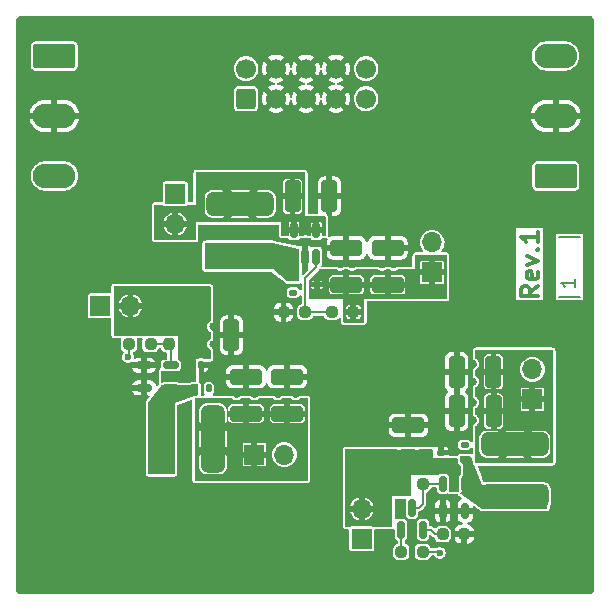
<source format=gbr>
%TF.GenerationSoftware,KiCad,Pcbnew,8.0.1*%
%TF.CreationDate,2024-07-21T18:07:33+02:00*%
%TF.ProjectId,byp,6279702e-6b69-4636-9164-5f7063625858,rev?*%
%TF.SameCoordinates,Original*%
%TF.FileFunction,Copper,L1,Top*%
%TF.FilePolarity,Positive*%
%FSLAX46Y46*%
G04 Gerber Fmt 4.6, Leading zero omitted, Abs format (unit mm)*
G04 Created by KiCad (PCBNEW 8.0.1) date 2024-07-21 18:07:33*
%MOMM*%
%LPD*%
G01*
G04 APERTURE LIST*
G04 Aperture macros list*
%AMRoundRect*
0 Rectangle with rounded corners*
0 $1 Rounding radius*
0 $2 $3 $4 $5 $6 $7 $8 $9 X,Y pos of 4 corners*
0 Add a 4 corners polygon primitive as box body*
4,1,4,$2,$3,$4,$5,$6,$7,$8,$9,$2,$3,0*
0 Add four circle primitives for the rounded corners*
1,1,$1+$1,$2,$3*
1,1,$1+$1,$4,$5*
1,1,$1+$1,$6,$7*
1,1,$1+$1,$8,$9*
0 Add four rect primitives between the rounded corners*
20,1,$1+$1,$2,$3,$4,$5,0*
20,1,$1+$1,$4,$5,$6,$7,0*
20,1,$1+$1,$6,$7,$8,$9,0*
20,1,$1+$1,$8,$9,$2,$3,0*%
G04 Aperture macros list end*
%ADD10C,0.300000*%
%TA.AperFunction,NonConductor*%
%ADD11C,0.300000*%
%TD*%
%ADD12C,0.200000*%
%TA.AperFunction,NonConductor*%
%ADD13C,0.200000*%
%TD*%
%TA.AperFunction,SMDPad,CuDef*%
%ADD14RoundRect,0.500000X-2.350000X0.500000X-2.350000X-0.500000X2.350000X-0.500000X2.350000X0.500000X0*%
%TD*%
%TA.AperFunction,SMDPad,CuDef*%
%ADD15RoundRect,0.250000X1.100000X-0.412500X1.100000X0.412500X-1.100000X0.412500X-1.100000X-0.412500X0*%
%TD*%
%TA.AperFunction,SMDPad,CuDef*%
%ADD16RoundRect,0.237500X0.237500X-0.250000X0.237500X0.250000X-0.237500X0.250000X-0.237500X-0.250000X0*%
%TD*%
%TA.AperFunction,SMDPad,CuDef*%
%ADD17RoundRect,0.237500X-0.250000X-0.237500X0.250000X-0.237500X0.250000X0.237500X-0.250000X0.237500X0*%
%TD*%
%TA.AperFunction,ComponentPad*%
%ADD18R,1.700000X1.700000*%
%TD*%
%TA.AperFunction,ComponentPad*%
%ADD19O,1.700000X1.700000*%
%TD*%
%TA.AperFunction,SMDPad,CuDef*%
%ADD20RoundRect,0.500000X2.350000X-0.500000X2.350000X0.500000X-2.350000X0.500000X-2.350000X-0.500000X0*%
%TD*%
%TA.AperFunction,SMDPad,CuDef*%
%ADD21RoundRect,0.150000X0.150000X-0.512500X0.150000X0.512500X-0.150000X0.512500X-0.150000X-0.512500X0*%
%TD*%
%TA.AperFunction,SMDPad,CuDef*%
%ADD22RoundRect,0.237500X0.250000X0.237500X-0.250000X0.237500X-0.250000X-0.237500X0.250000X-0.237500X0*%
%TD*%
%TA.AperFunction,SMDPad,CuDef*%
%ADD23RoundRect,0.112500X-0.237500X0.112500X-0.237500X-0.112500X0.237500X-0.112500X0.237500X0.112500X0*%
%TD*%
%TA.AperFunction,SMDPad,CuDef*%
%ADD24RoundRect,0.250000X-1.100000X0.412500X-1.100000X-0.412500X1.100000X-0.412500X1.100000X0.412500X0*%
%TD*%
%TA.AperFunction,SMDPad,CuDef*%
%ADD25RoundRect,0.250000X-0.412500X-1.100000X0.412500X-1.100000X0.412500X1.100000X-0.412500X1.100000X0*%
%TD*%
%TA.AperFunction,ComponentPad*%
%ADD26RoundRect,0.249999X-1.550001X0.790001X-1.550001X-0.790001X1.550001X-0.790001X1.550001X0.790001X0*%
%TD*%
%TA.AperFunction,ComponentPad*%
%ADD27O,3.600000X2.080000*%
%TD*%
%TA.AperFunction,ComponentPad*%
%ADD28RoundRect,0.250000X0.600000X-0.600000X0.600000X0.600000X-0.600000X0.600000X-0.600000X-0.600000X0*%
%TD*%
%TA.AperFunction,ComponentPad*%
%ADD29C,1.700000*%
%TD*%
%TA.AperFunction,SMDPad,CuDef*%
%ADD30RoundRect,0.500000X-0.500000X-2.350000X0.500000X-2.350000X0.500000X2.350000X-0.500000X2.350000X0*%
%TD*%
%TA.AperFunction,SMDPad,CuDef*%
%ADD31RoundRect,0.112500X-0.112500X-0.237500X0.112500X-0.237500X0.112500X0.237500X-0.112500X0.237500X0*%
%TD*%
%TA.AperFunction,SMDPad,CuDef*%
%ADD32RoundRect,0.150000X-0.150000X0.512500X-0.150000X-0.512500X0.150000X-0.512500X0.150000X0.512500X0*%
%TD*%
%TA.AperFunction,SMDPad,CuDef*%
%ADD33RoundRect,0.112500X0.237500X-0.112500X0.237500X0.112500X-0.237500X0.112500X-0.237500X-0.112500X0*%
%TD*%
%TA.AperFunction,ComponentPad*%
%ADD34RoundRect,0.249999X1.550001X-0.790001X1.550001X0.790001X-1.550001X0.790001X-1.550001X-0.790001X0*%
%TD*%
%TA.AperFunction,SMDPad,CuDef*%
%ADD35RoundRect,0.150000X0.512500X0.150000X-0.512500X0.150000X-0.512500X-0.150000X0.512500X-0.150000X0*%
%TD*%
%TA.AperFunction,SMDPad,CuDef*%
%ADD36RoundRect,0.150000X0.150000X-0.587500X0.150000X0.587500X-0.150000X0.587500X-0.150000X-0.587500X0*%
%TD*%
%TA.AperFunction,SMDPad,CuDef*%
%ADD37RoundRect,0.250000X0.412500X1.100000X-0.412500X1.100000X-0.412500X-1.100000X0.412500X-1.100000X0*%
%TD*%
%TA.AperFunction,ViaPad*%
%ADD38C,0.600000*%
%TD*%
%TA.AperFunction,Conductor*%
%ADD39C,0.200000*%
%TD*%
G04 APERTURE END LIST*
D10*
D11*
X119755828Y-73388346D02*
X119041542Y-73888346D01*
X119755828Y-74245489D02*
X118255828Y-74245489D01*
X118255828Y-74245489D02*
X118255828Y-73674060D01*
X118255828Y-73674060D02*
X118327257Y-73531203D01*
X118327257Y-73531203D02*
X118398685Y-73459774D01*
X118398685Y-73459774D02*
X118541542Y-73388346D01*
X118541542Y-73388346D02*
X118755828Y-73388346D01*
X118755828Y-73388346D02*
X118898685Y-73459774D01*
X118898685Y-73459774D02*
X118970114Y-73531203D01*
X118970114Y-73531203D02*
X119041542Y-73674060D01*
X119041542Y-73674060D02*
X119041542Y-74245489D01*
X119684400Y-72174060D02*
X119755828Y-72316917D01*
X119755828Y-72316917D02*
X119755828Y-72602632D01*
X119755828Y-72602632D02*
X119684400Y-72745489D01*
X119684400Y-72745489D02*
X119541542Y-72816917D01*
X119541542Y-72816917D02*
X118970114Y-72816917D01*
X118970114Y-72816917D02*
X118827257Y-72745489D01*
X118827257Y-72745489D02*
X118755828Y-72602632D01*
X118755828Y-72602632D02*
X118755828Y-72316917D01*
X118755828Y-72316917D02*
X118827257Y-72174060D01*
X118827257Y-72174060D02*
X118970114Y-72102632D01*
X118970114Y-72102632D02*
X119112971Y-72102632D01*
X119112971Y-72102632D02*
X119255828Y-72816917D01*
X118755828Y-71602632D02*
X119755828Y-71245489D01*
X119755828Y-71245489D02*
X118755828Y-70888346D01*
X119612971Y-70316918D02*
X119684400Y-70245489D01*
X119684400Y-70245489D02*
X119755828Y-70316918D01*
X119755828Y-70316918D02*
X119684400Y-70388346D01*
X119684400Y-70388346D02*
X119612971Y-70316918D01*
X119612971Y-70316918D02*
X119755828Y-70316918D01*
X119755828Y-68816917D02*
X119755828Y-69674060D01*
X119755828Y-69245489D02*
X118255828Y-69245489D01*
X118255828Y-69245489D02*
X118470114Y-69388346D01*
X118470114Y-69388346D02*
X118612971Y-69531203D01*
X118612971Y-69531203D02*
X118684400Y-69674060D01*
D12*
D13*
X123242742Y-74296993D02*
X121528457Y-74296993D01*
X122842742Y-72811279D02*
X122842742Y-73496993D01*
X122842742Y-73154136D02*
X121642742Y-73154136D01*
X121642742Y-73154136D02*
X121814171Y-73268422D01*
X121814171Y-73268422D02*
X121928457Y-73382707D01*
X121928457Y-73382707D02*
X121985600Y-73496993D01*
X123242742Y-69268421D02*
X121528457Y-69268421D01*
D14*
%TO.P,L1,1*%
%TO.N,/In1*%
X94500000Y-66450000D03*
%TO.P,L1,2*%
%TO.N,/SW1*%
X94500000Y-70850000D03*
%TD*%
D15*
%TO.P,C3,1*%
%TO.N,/OUT1*%
X107000000Y-73300000D03*
%TO.P,C3,2*%
%TO.N,GND*%
X107000000Y-70175000D03*
%TD*%
D16*
%TO.P,R4,1*%
%TO.N,/FB2*%
X88500000Y-78325000D03*
%TO.P,R4,2*%
%TO.N,/IN2*%
X88500000Y-76500000D03*
%TD*%
D17*
%TO.P,R3,1*%
%TO.N,/OUT2*%
X85087500Y-78325000D03*
%TO.P,R3,2*%
%TO.N,/FB2*%
X86912500Y-78325000D03*
%TD*%
D18*
%TO.P,J6,1,Pin_1*%
%TO.N,/V-in*%
X82675000Y-75075000D03*
D19*
%TO.P,J6,2,Pin_2*%
%TO.N,/IN2*%
X85215000Y-75075000D03*
%TD*%
D18*
%TO.P,J5,1,Pin_1*%
%TO.N,/OUT1*%
X110750000Y-72250000D03*
D19*
%TO.P,J5,2,Pin_2*%
%TO.N,Net-(J2-Pin_3)*%
X110750000Y-69710000D03*
%TD*%
D20*
%TO.P,L3,1*%
%TO.N,/SW3*%
X117750000Y-91200000D03*
%TO.P,L3,2*%
%TO.N,/OUT3*%
X117750000Y-86800000D03*
%TD*%
D21*
%TO.P,U1,1,SW*%
%TO.N,/SW1*%
X99050000Y-70937500D03*
%TO.P,U1,2,GND*%
%TO.N,GND*%
X100000000Y-70937500D03*
%TO.P,U1,3,FB*%
%TO.N,/FB1*%
X100950000Y-70937500D03*
%TO.P,U1,4,~{SHDN}*%
%TO.N,/In1*%
X100950000Y-68662500D03*
%TO.P,U1,5,IN*%
X99050000Y-68662500D03*
%TD*%
D18*
%TO.P,J4,1,Pin_1*%
%TO.N,/V+in*%
X89000000Y-65600000D03*
D19*
%TO.P,J4,2,Pin_2*%
%TO.N,/In1*%
X89000000Y-68140000D03*
%TD*%
D22*
%TO.P,R2,1*%
%TO.N,/FB1*%
X100000000Y-75600000D03*
%TO.P,R2,2*%
%TO.N,GND*%
X98175000Y-75600000D03*
%TD*%
D23*
%TO.P,D1,1,A*%
%TO.N,/SW1*%
X99000000Y-72650000D03*
%TO.P,D1,2,NC*%
%TO.N,unconnected-(D1-NC-Pad2)*%
X99000000Y-73950000D03*
%TO.P,D1,3,K*%
%TO.N,/OUT1*%
X101000000Y-73300000D03*
%TD*%
D24*
%TO.P,C6,1*%
%TO.N,GND*%
X95000000Y-81075000D03*
%TO.P,C6,2*%
%TO.N,/OUT2*%
X95000000Y-84200000D03*
%TD*%
D15*
%TO.P,C2,1*%
%TO.N,/OUT1*%
X103500000Y-73300000D03*
%TO.P,C2,2*%
%TO.N,GND*%
X103500000Y-70175000D03*
%TD*%
D25*
%TO.P,C1,1*%
%TO.N,/In1*%
X98937500Y-65800000D03*
%TO.P,C1,2*%
%TO.N,GND*%
X102062500Y-65800000D03*
%TD*%
D22*
%TO.P,R5,1*%
%TO.N,GND*%
X113468777Y-94407939D03*
%TO.P,R5,2*%
%TO.N,/FB_HIGH3*%
X111643777Y-94407939D03*
%TD*%
D26*
%TO.P,J1,1,Pin_1*%
%TO.N,/V+in*%
X78777500Y-53920000D03*
D27*
%TO.P,J1,2,Pin_2*%
%TO.N,GND*%
X78777500Y-59000000D03*
%TO.P,J1,3,Pin_3*%
%TO.N,/V-in*%
X78777500Y-64080000D03*
%TD*%
D28*
%TO.P,J3,1,Pin_1*%
%TO.N,/V-in*%
X95000000Y-57540000D03*
D29*
%TO.P,J3,2,Pin_2*%
X95000000Y-55000000D03*
%TO.P,J3,3,Pin_3*%
%TO.N,GND*%
X97540000Y-57540000D03*
%TO.P,J3,4,Pin_4*%
X97540000Y-55000000D03*
%TO.P,J3,5,Pin_5*%
X100080000Y-57540000D03*
%TO.P,J3,6,Pin_6*%
X100080000Y-55000000D03*
%TO.P,J3,7,Pin_7*%
X102620000Y-57540000D03*
%TO.P,J3,8,Pin_8*%
X102620000Y-55000000D03*
%TO.P,J3,9,Pin_9*%
%TO.N,/V+in*%
X105160000Y-57540000D03*
%TO.P,J3,10,Pin_10*%
X105160000Y-55000000D03*
%TD*%
D22*
%TO.P,R7,1*%
%TO.N,/OUT3*%
X109968777Y-95907939D03*
%TO.P,R7,2*%
%TO.N,Net-(Q1-B)*%
X108143777Y-95907939D03*
%TD*%
%TO.P,R6,1*%
%TO.N,/FB3*%
X109968777Y-90157939D03*
%TO.P,R6,2*%
%TO.N,/IN3*%
X108143777Y-90157939D03*
%TD*%
D30*
%TO.P,L2,1*%
%TO.N,/SW2*%
X87800000Y-86325000D03*
%TO.P,L2,2*%
%TO.N,/OUT2*%
X92200000Y-86325000D03*
%TD*%
D31*
%TO.P,D2,1,A*%
%TO.N,/SW2*%
X90550000Y-82075000D03*
%TO.P,D2,2,NC*%
%TO.N,unconnected-(D2-NC-Pad2)*%
X91850000Y-82075000D03*
%TO.P,D2,3,K*%
%TO.N,GND*%
X91200000Y-80075000D03*
%TD*%
D25*
%TO.P,C9,1*%
%TO.N,GND*%
X112835238Y-83997744D03*
%TO.P,C9,2*%
%TO.N,/OUT3*%
X115960238Y-83997744D03*
%TD*%
D18*
%TO.P,J9,1,Pin_1*%
%TO.N,/OUT3*%
X119250000Y-83000000D03*
D19*
%TO.P,J9,2,Pin_2*%
%TO.N,Net-(J2-Pin_1)*%
X119250000Y-80460000D03*
%TD*%
D18*
%TO.P,J7,1,Pin_1*%
%TO.N,/OUT2*%
X95710000Y-87675000D03*
D19*
%TO.P,J7,2,Pin_2*%
%TO.N,Net-(J2-Pin_1)*%
X98250000Y-87675000D03*
%TD*%
D24*
%TO.P,C5,1*%
%TO.N,GND*%
X98500000Y-81075000D03*
%TO.P,C5,2*%
%TO.N,/OUT2*%
X98500000Y-84200000D03*
%TD*%
%TO.P,C7,1*%
%TO.N,GND*%
X108750000Y-85187500D03*
%TO.P,C7,2*%
%TO.N,/IN3*%
X108750000Y-88312500D03*
%TD*%
D32*
%TO.P,U3,1,SW*%
%TO.N,/SW3*%
X113556277Y-90157939D03*
%TO.P,U3,2,GND*%
%TO.N,/IN3*%
X112606277Y-90157939D03*
%TO.P,U3,3,FB*%
%TO.N,/FB3*%
X111656277Y-90157939D03*
%TO.P,U3,4,~{SHDN}*%
%TO.N,GND*%
X111656277Y-92432939D03*
%TO.P,U3,5,IN*%
X113556277Y-92432939D03*
%TD*%
D22*
%TO.P,R1,1*%
%TO.N,/OUT1*%
X104075000Y-75600000D03*
%TO.P,R1,2*%
%TO.N,/FB1*%
X102250000Y-75600000D03*
%TD*%
D25*
%TO.P,C8,1*%
%TO.N,GND*%
X112827861Y-80658560D03*
%TO.P,C8,2*%
%TO.N,/OUT3*%
X115952861Y-80658560D03*
%TD*%
D18*
%TO.P,J8,1,Pin_1*%
%TO.N,/V-in*%
X104800000Y-94800000D03*
D19*
%TO.P,J8,2,Pin_2*%
%TO.N,/IN3*%
X104800000Y-92260000D03*
%TD*%
D33*
%TO.P,D3,1,A*%
%TO.N,/SW3*%
X113500000Y-88150000D03*
%TO.P,D3,2,NC*%
%TO.N,unconnected-(D3-NC-Pad2)*%
X113500000Y-86850000D03*
%TO.P,D3,3,K*%
%TO.N,GND*%
X111500000Y-87500000D03*
%TD*%
D34*
%TO.P,J2,1,Pin_1*%
%TO.N,Net-(J2-Pin_1)*%
X121222500Y-64080000D03*
D27*
%TO.P,J2,2,Pin_2*%
%TO.N,GND*%
X121222500Y-59000000D03*
%TO.P,J2,3,Pin_3*%
%TO.N,Net-(J2-Pin_3)*%
X121222500Y-53920000D03*
%TD*%
D35*
%TO.P,U2,1,SW*%
%TO.N,/SW2*%
X88637500Y-82025000D03*
%TO.P,U2,2,GND*%
%TO.N,/IN2*%
X88637500Y-81075000D03*
%TO.P,U2,3,FB*%
%TO.N,/FB2*%
X88637500Y-80125000D03*
%TO.P,U2,4,~{SHDN}*%
%TO.N,GND*%
X86362500Y-80125000D03*
%TO.P,U2,5,IN*%
X86362500Y-82025000D03*
%TD*%
D36*
%TO.P,Q1,1,B*%
%TO.N,Net-(Q1-B)*%
X108106277Y-94032939D03*
%TO.P,Q1,2,E*%
%TO.N,/FB_HIGH3*%
X110006277Y-94032939D03*
%TO.P,Q1,3,C*%
%TO.N,/FB3*%
X109056277Y-92157939D03*
%TD*%
D37*
%TO.P,C4,1*%
%TO.N,GND*%
X93762500Y-77575000D03*
%TO.P,C4,2*%
%TO.N,/IN2*%
X90637500Y-77575000D03*
%TD*%
D38*
%TO.N,GND*%
X101500000Y-82500000D03*
X105000000Y-78500000D03*
X98500000Y-78500000D03*
X93000000Y-74000000D03*
X87500000Y-72000000D03*
X92000000Y-62000000D03*
X100500000Y-62000000D03*
X106000000Y-62000000D03*
X106000000Y-66000000D03*
X111500000Y-66000000D03*
X99500000Y-52500000D03*
X92500000Y-52500000D03*
X106000000Y-52500000D03*
X110500000Y-52500000D03*
X116500000Y-52500000D03*
X117000000Y-67000000D03*
X117000000Y-72000000D03*
X100500000Y-94000000D03*
X102000000Y-89000000D03*
X104500000Y-85000000D03*
X109000000Y-81000000D03*
X112000000Y-77000000D03*
X115800000Y-75600000D03*
X122500000Y-77000000D03*
X122500000Y-82000000D03*
X122500000Y-89000000D03*
X122500000Y-96000000D03*
X95500000Y-96000000D03*
X86000000Y-96000000D03*
X79000000Y-96000000D03*
X79000000Y-90000000D03*
X79000000Y-84000000D03*
X79000000Y-77500000D03*
X80000000Y-70000000D03*
X84500000Y-61500000D03*
X86500000Y-55500000D03*
X100000000Y-69600000D03*
X109500000Y-86750000D03*
X100500000Y-66350000D03*
X97700000Y-82575000D03*
X92200000Y-78325000D03*
X99200000Y-82575000D03*
X114250000Y-81500000D03*
X108000000Y-86750000D03*
X114250000Y-83250000D03*
X112500000Y-92500000D03*
X92200000Y-80075000D03*
X94200000Y-82575000D03*
X114250000Y-80000000D03*
X92200000Y-76825000D03*
X113500000Y-95500000D03*
X114250000Y-84750000D03*
X100500000Y-65100000D03*
X103000000Y-71600000D03*
X107500000Y-71600000D03*
X104000000Y-71600000D03*
X106500000Y-71600000D03*
X97750000Y-74350000D03*
X84950000Y-82075000D03*
X95700000Y-82575000D03*
%TO.N,/OUT2*%
X85000000Y-79400000D03*
%TO.N,/OUT3*%
X111400000Y-96000000D03*
%TD*%
D39*
%TO.N,/OUT2*%
X85087500Y-79312500D02*
X85000000Y-79400000D01*
X85087500Y-78325000D02*
X85087500Y-79312500D01*
%TO.N,/OUT3*%
X109968777Y-95907939D02*
X111307939Y-95907939D01*
X111307939Y-95907939D02*
X111400000Y-96000000D01*
%TO.N,/FB3*%
X109968777Y-91831223D02*
X109642061Y-92157939D01*
X109642061Y-92157939D02*
X109056277Y-92157939D01*
X109968777Y-90157939D02*
X109968777Y-91831223D01*
X111656277Y-90157939D02*
X109968777Y-90157939D01*
%TO.N,/FB_HIGH3*%
X111643777Y-94407939D02*
X111007939Y-94407939D01*
X110632939Y-94032939D02*
X110006277Y-94032939D01*
X111007939Y-94407939D02*
X110632939Y-94032939D01*
%TO.N,/FB1*%
X100950000Y-71800000D02*
X100000000Y-72750000D01*
X100000000Y-72750000D02*
X100000000Y-75600000D01*
X100950000Y-70937500D02*
X100950000Y-71800000D01*
X102250000Y-75600000D02*
X100000000Y-75600000D01*
%TO.N,/FB2*%
X86912500Y-78325000D02*
X88500000Y-78325000D01*
X88637500Y-78462500D02*
X88500000Y-78325000D01*
X88637500Y-80125000D02*
X88637500Y-78462500D01*
%TO.N,Net-(Q1-B)*%
X108143777Y-95907939D02*
X108143777Y-94070439D01*
X108143777Y-94070439D02*
X108106277Y-94032939D01*
%TD*%
%TA.AperFunction,Conductor*%
%TO.N,/OUT2*%
G36*
X93816226Y-82896674D02*
G01*
X93819825Y-82900540D01*
X93868867Y-82957138D01*
X93868868Y-82957139D01*
X93868872Y-82957143D01*
X93989947Y-83034953D01*
X94096403Y-83066211D01*
X94128035Y-83075499D01*
X94128037Y-83075500D01*
X94128039Y-83075500D01*
X94271963Y-83075500D01*
X94271964Y-83075499D01*
X94410053Y-83034953D01*
X94531128Y-82957143D01*
X94548485Y-82937111D01*
X94580175Y-82900540D01*
X94630821Y-82875189D01*
X94636100Y-82875000D01*
X95263900Y-82875000D01*
X95316226Y-82896674D01*
X95319825Y-82900540D01*
X95368867Y-82957138D01*
X95368868Y-82957139D01*
X95368872Y-82957143D01*
X95489947Y-83034953D01*
X95596403Y-83066211D01*
X95628035Y-83075499D01*
X95628037Y-83075500D01*
X95628039Y-83075500D01*
X95771963Y-83075500D01*
X95771964Y-83075499D01*
X95910053Y-83034953D01*
X96031128Y-82957143D01*
X96048485Y-82937111D01*
X96080175Y-82900540D01*
X96130821Y-82875189D01*
X96136100Y-82875000D01*
X97263900Y-82875000D01*
X97316226Y-82896674D01*
X97319825Y-82900540D01*
X97368867Y-82957138D01*
X97368868Y-82957139D01*
X97368872Y-82957143D01*
X97489947Y-83034953D01*
X97596403Y-83066211D01*
X97628035Y-83075499D01*
X97628037Y-83075500D01*
X97628039Y-83075500D01*
X97771963Y-83075500D01*
X97771964Y-83075499D01*
X97910053Y-83034953D01*
X98031128Y-82957143D01*
X98048485Y-82937111D01*
X98080175Y-82900540D01*
X98130821Y-82875189D01*
X98136100Y-82875000D01*
X98763900Y-82875000D01*
X98816226Y-82896674D01*
X98819825Y-82900540D01*
X98868867Y-82957138D01*
X98868868Y-82957139D01*
X98868872Y-82957143D01*
X98989947Y-83034953D01*
X99096403Y-83066211D01*
X99128035Y-83075499D01*
X99128037Y-83075500D01*
X99128039Y-83075500D01*
X99271963Y-83075500D01*
X99271964Y-83075499D01*
X99410053Y-83034953D01*
X99531128Y-82957143D01*
X99548485Y-82937111D01*
X99580175Y-82900540D01*
X99630821Y-82875189D01*
X99636100Y-82875000D01*
X100176000Y-82875000D01*
X100228326Y-82896674D01*
X100250000Y-82949000D01*
X100250000Y-89801000D01*
X100228326Y-89853326D01*
X100176000Y-89875000D01*
X90724000Y-89875000D01*
X90671674Y-89853326D01*
X90650000Y-89801000D01*
X90650000Y-88740641D01*
X91050000Y-88740641D01*
X91052900Y-88777493D01*
X91098718Y-88935199D01*
X91182317Y-89076556D01*
X91298443Y-89192682D01*
X91439800Y-89276281D01*
X91597508Y-89322099D01*
X91597505Y-89322099D01*
X91634359Y-89325000D01*
X92765641Y-89325000D01*
X92802493Y-89322099D01*
X92960199Y-89276281D01*
X93101556Y-89192682D01*
X93217682Y-89076556D01*
X93301281Y-88935199D01*
X93347099Y-88777493D01*
X93350000Y-88740641D01*
X93350000Y-87828553D01*
X92946447Y-87425000D01*
X94710000Y-87425000D01*
X95276988Y-87425000D01*
X95244075Y-87482007D01*
X95210000Y-87609174D01*
X95210000Y-87740826D01*
X95244075Y-87867993D01*
X95276988Y-87925000D01*
X94710001Y-87925000D01*
X94710001Y-88539778D01*
X94718701Y-88583524D01*
X94751855Y-88633143D01*
X94751856Y-88633144D01*
X94801472Y-88666296D01*
X94845226Y-88674999D01*
X95460000Y-88674999D01*
X95460000Y-88108012D01*
X95517007Y-88140925D01*
X95644174Y-88175000D01*
X95775826Y-88175000D01*
X95902993Y-88140925D01*
X95960000Y-88108012D01*
X95960000Y-88674999D01*
X96574779Y-88674999D01*
X96618524Y-88666298D01*
X96668143Y-88633144D01*
X96668144Y-88633143D01*
X96701296Y-88583527D01*
X96710000Y-88539773D01*
X96710000Y-87925000D01*
X96143012Y-87925000D01*
X96175925Y-87867993D01*
X96210000Y-87740826D01*
X96210000Y-87675000D01*
X97194417Y-87675000D01*
X97214700Y-87880934D01*
X97274768Y-88078954D01*
X97372315Y-88261450D01*
X97503590Y-88421410D01*
X97663550Y-88552685D01*
X97846046Y-88650232D01*
X98044066Y-88710300D01*
X98250000Y-88730583D01*
X98455934Y-88710300D01*
X98653954Y-88650232D01*
X98836450Y-88552685D01*
X98996410Y-88421410D01*
X99127685Y-88261450D01*
X99225232Y-88078954D01*
X99285300Y-87880934D01*
X99305583Y-87675000D01*
X99285300Y-87469066D01*
X99225232Y-87271046D01*
X99127685Y-87088550D01*
X98996410Y-86928590D01*
X98836450Y-86797315D01*
X98653954Y-86699768D01*
X98542158Y-86665855D01*
X98455935Y-86639700D01*
X98250000Y-86619417D01*
X98044064Y-86639700D01*
X97846043Y-86699769D01*
X97663549Y-86797315D01*
X97503590Y-86928589D01*
X97503589Y-86928590D01*
X97372315Y-87088549D01*
X97274769Y-87271043D01*
X97214700Y-87469064D01*
X97214700Y-87469066D01*
X97194417Y-87675000D01*
X96210000Y-87675000D01*
X96210000Y-87609174D01*
X96175925Y-87482007D01*
X96143012Y-87425000D01*
X96709999Y-87425000D01*
X96709999Y-86810221D01*
X96701298Y-86766475D01*
X96668144Y-86716856D01*
X96668143Y-86716855D01*
X96618527Y-86683703D01*
X96574773Y-86675000D01*
X95960000Y-86675000D01*
X95960000Y-87241988D01*
X95902993Y-87209075D01*
X95775826Y-87175000D01*
X95644174Y-87175000D01*
X95517007Y-87209075D01*
X95460000Y-87241988D01*
X95460000Y-86675000D01*
X94845229Y-86675000D01*
X94801473Y-86683703D01*
X94751856Y-86716855D01*
X94751855Y-86716856D01*
X94718703Y-86766472D01*
X94710000Y-86810226D01*
X94710000Y-87425000D01*
X92946447Y-87425000D01*
X92200000Y-86678553D01*
X91050000Y-87828553D01*
X91050000Y-88740641D01*
X90650000Y-88740641D01*
X90650000Y-85528553D01*
X91050000Y-85528553D01*
X91050000Y-87121446D01*
X91846447Y-86325000D01*
X92553553Y-86325000D01*
X93349999Y-87121446D01*
X93350000Y-87121446D01*
X93350000Y-85528553D01*
X93349999Y-85528553D01*
X92553553Y-86325000D01*
X91846447Y-86325000D01*
X91050000Y-85528553D01*
X90650000Y-85528553D01*
X90650000Y-84821447D01*
X91050000Y-84821447D01*
X92200000Y-85971447D01*
X93350000Y-84821447D01*
X93350000Y-84450000D01*
X93500001Y-84450000D01*
X93500001Y-84643982D01*
X93514834Y-84737648D01*
X93514835Y-84737649D01*
X93572360Y-84850546D01*
X93661953Y-84940139D01*
X93774850Y-84997664D01*
X93868518Y-85012499D01*
X94750000Y-85012499D01*
X94750000Y-84450000D01*
X95250000Y-84450000D01*
X95250000Y-85012499D01*
X96131481Y-85012499D01*
X96225148Y-84997665D01*
X96225149Y-84997664D01*
X96338046Y-84940139D01*
X96427639Y-84850546D01*
X96485164Y-84737649D01*
X96485164Y-84737648D01*
X96500000Y-84643981D01*
X96500000Y-84450000D01*
X97000001Y-84450000D01*
X97000001Y-84643982D01*
X97014834Y-84737648D01*
X97014835Y-84737649D01*
X97072360Y-84850546D01*
X97161953Y-84940139D01*
X97274850Y-84997664D01*
X97368518Y-85012499D01*
X98250000Y-85012499D01*
X98250000Y-84450000D01*
X98750000Y-84450000D01*
X98750000Y-85012499D01*
X99631481Y-85012499D01*
X99725148Y-84997665D01*
X99725149Y-84997664D01*
X99838046Y-84940139D01*
X99927639Y-84850546D01*
X99985164Y-84737649D01*
X99985164Y-84737648D01*
X100000000Y-84643981D01*
X100000000Y-84450000D01*
X98750000Y-84450000D01*
X98250000Y-84450000D01*
X97000001Y-84450000D01*
X96500000Y-84450000D01*
X95250000Y-84450000D01*
X94750000Y-84450000D01*
X93500001Y-84450000D01*
X93350000Y-84450000D01*
X93350000Y-83950000D01*
X93500000Y-83950000D01*
X94750000Y-83950000D01*
X94750000Y-83387500D01*
X95250000Y-83387500D01*
X95250000Y-83950000D01*
X96499999Y-83950000D01*
X97000000Y-83950000D01*
X98250000Y-83950000D01*
X98250000Y-83387500D01*
X98750000Y-83387500D01*
X98750000Y-83950000D01*
X99999999Y-83950000D01*
X99999999Y-83756017D01*
X99985165Y-83662351D01*
X99985164Y-83662350D01*
X99927639Y-83549453D01*
X99838046Y-83459860D01*
X99725149Y-83402335D01*
X99631482Y-83387500D01*
X98750000Y-83387500D01*
X98250000Y-83387500D01*
X97368518Y-83387500D01*
X97274851Y-83402334D01*
X97274850Y-83402335D01*
X97161953Y-83459860D01*
X97072360Y-83549453D01*
X97014835Y-83662350D01*
X97014835Y-83662351D01*
X97000000Y-83756018D01*
X97000000Y-83950000D01*
X96499999Y-83950000D01*
X96499999Y-83756017D01*
X96485165Y-83662351D01*
X96485164Y-83662350D01*
X96427639Y-83549453D01*
X96338046Y-83459860D01*
X96225149Y-83402335D01*
X96131482Y-83387500D01*
X95250000Y-83387500D01*
X94750000Y-83387500D01*
X93868518Y-83387500D01*
X93774851Y-83402334D01*
X93774850Y-83402335D01*
X93661953Y-83459860D01*
X93572360Y-83549453D01*
X93514835Y-83662350D01*
X93514835Y-83662351D01*
X93500000Y-83756018D01*
X93500000Y-83950000D01*
X93350000Y-83950000D01*
X93350000Y-83909358D01*
X93347099Y-83872506D01*
X93301281Y-83714800D01*
X93217682Y-83573443D01*
X93101556Y-83457317D01*
X92960199Y-83373718D01*
X92802491Y-83327900D01*
X92802494Y-83327900D01*
X92765641Y-83325000D01*
X91634359Y-83325000D01*
X91597506Y-83327900D01*
X91439800Y-83373718D01*
X91298443Y-83457317D01*
X91182317Y-83573443D01*
X91098718Y-83714800D01*
X91052900Y-83872506D01*
X91050000Y-83909358D01*
X91050000Y-84821447D01*
X90650000Y-84821447D01*
X90650000Y-82949000D01*
X90671674Y-82896674D01*
X90724000Y-82875000D01*
X93763900Y-82875000D01*
X93816226Y-82896674D01*
G37*
%TD.AperFunction*%
%TD*%
%TA.AperFunction,Conductor*%
%TO.N,/SW1*%
G36*
X97257929Y-69751762D02*
G01*
X99442054Y-70237123D01*
X99488431Y-70269631D01*
X99500000Y-70309360D01*
X99500000Y-70382945D01*
X99499557Y-70389059D01*
X99499694Y-70389069D01*
X99499500Y-70391746D01*
X99499500Y-71483256D01*
X99499694Y-71485935D01*
X99499556Y-71485944D01*
X99500000Y-71492056D01*
X99500000Y-72926000D01*
X99478326Y-72978326D01*
X99426000Y-73000000D01*
X98525957Y-73000000D01*
X98479730Y-72983784D01*
X97250002Y-72000001D01*
X97250000Y-72000000D01*
X97249999Y-72000000D01*
X91574000Y-72000000D01*
X91521674Y-71978326D01*
X91500000Y-71926000D01*
X91500000Y-69824000D01*
X91521674Y-69771674D01*
X91574000Y-69750000D01*
X97241876Y-69750000D01*
X97257929Y-69751762D01*
G37*
%TD.AperFunction*%
%TD*%
%TA.AperFunction,Conductor*%
%TO.N,/IN3*%
G36*
X107784420Y-87209305D02*
G01*
X107785130Y-87207753D01*
X107789942Y-87209949D01*
X107789947Y-87209953D01*
X107896403Y-87241211D01*
X107928035Y-87250499D01*
X107928037Y-87250500D01*
X107928039Y-87250500D01*
X108071963Y-87250500D01*
X108071964Y-87250499D01*
X108210053Y-87209953D01*
X108210060Y-87209948D01*
X108214870Y-87207753D01*
X108215579Y-87209305D01*
X108247268Y-87200000D01*
X109252732Y-87200000D01*
X109284420Y-87209305D01*
X109285130Y-87207753D01*
X109289942Y-87209949D01*
X109289947Y-87209953D01*
X109396403Y-87241211D01*
X109428035Y-87250499D01*
X109428037Y-87250500D01*
X109428039Y-87250500D01*
X109571963Y-87250500D01*
X109571964Y-87250499D01*
X109710053Y-87209953D01*
X109710060Y-87209948D01*
X109714870Y-87207753D01*
X109715579Y-87209305D01*
X109747268Y-87200000D01*
X110726000Y-87200000D01*
X110778326Y-87221674D01*
X110800000Y-87274000D01*
X110800000Y-88000000D01*
X112875500Y-88000000D01*
X112927826Y-88021674D01*
X112949500Y-88074000D01*
X112949500Y-88299177D01*
X112955500Y-88344758D01*
X112955501Y-88344760D01*
X113002150Y-88444799D01*
X113080202Y-88522851D01*
X113129483Y-88545830D01*
X113157273Y-88558789D01*
X113195537Y-88600546D01*
X113200000Y-88625856D01*
X113200000Y-89325383D01*
X113178326Y-89377709D01*
X113117078Y-89438956D01*
X113065704Y-89544044D01*
X113065704Y-89544045D01*
X113055777Y-89612174D01*
X113055777Y-90703701D01*
X113057472Y-90715330D01*
X113043569Y-90770235D01*
X112994915Y-90799227D01*
X112984245Y-90800000D01*
X112228309Y-90800000D01*
X112175983Y-90778326D01*
X112154309Y-90726000D01*
X112155082Y-90715330D01*
X112156777Y-90703699D01*
X112156777Y-89612179D01*
X112146850Y-89544046D01*
X112095475Y-89438956D01*
X112012760Y-89356241D01*
X112012759Y-89356240D01*
X111907671Y-89304866D01*
X111839541Y-89294939D01*
X111839537Y-89294939D01*
X111473017Y-89294939D01*
X111473012Y-89294939D01*
X111404883Y-89304866D01*
X111404882Y-89304866D01*
X111299794Y-89356240D01*
X111277709Y-89378326D01*
X111225383Y-89400000D01*
X109000000Y-89400000D01*
X109000000Y-91126000D01*
X108978326Y-91178326D01*
X108926000Y-91200000D01*
X107400000Y-91200000D01*
X107400000Y-93726000D01*
X107378326Y-93778326D01*
X107326000Y-93800000D01*
X105808847Y-93800000D01*
X105767735Y-93787529D01*
X105728231Y-93761133D01*
X105669748Y-93749500D01*
X103930252Y-93749500D01*
X103891263Y-93757255D01*
X103871768Y-93761133D01*
X103832265Y-93787529D01*
X103791153Y-93800000D01*
X103474000Y-93800000D01*
X103421674Y-93778326D01*
X103400000Y-93726000D01*
X103400000Y-92510000D01*
X103830840Y-92510000D01*
X103871651Y-92644539D01*
X103964504Y-92818252D01*
X103964513Y-92818266D01*
X104089471Y-92970526D01*
X104089473Y-92970528D01*
X104241733Y-93095486D01*
X104241747Y-93095495D01*
X104415460Y-93188347D01*
X104550000Y-93229159D01*
X104550000Y-92693012D01*
X104607007Y-92725925D01*
X104734174Y-92760000D01*
X104865826Y-92760000D01*
X104992993Y-92725925D01*
X105050000Y-92693012D01*
X105050000Y-93229159D01*
X105184539Y-93188347D01*
X105358252Y-93095495D01*
X105358266Y-93095486D01*
X105510526Y-92970528D01*
X105510528Y-92970526D01*
X105635486Y-92818266D01*
X105635495Y-92818252D01*
X105728348Y-92644539D01*
X105769160Y-92510000D01*
X105233012Y-92510000D01*
X105265925Y-92452993D01*
X105300000Y-92325826D01*
X105300000Y-92194174D01*
X105265925Y-92067007D01*
X105233012Y-92010000D01*
X105769160Y-92010000D01*
X105728348Y-91875460D01*
X105635495Y-91701747D01*
X105635486Y-91701733D01*
X105510528Y-91549473D01*
X105510526Y-91549471D01*
X105358266Y-91424513D01*
X105358252Y-91424504D01*
X105184539Y-91331651D01*
X105050000Y-91290839D01*
X105050000Y-91826988D01*
X104992993Y-91794075D01*
X104865826Y-91760000D01*
X104734174Y-91760000D01*
X104607007Y-91794075D01*
X104550000Y-91826988D01*
X104550000Y-91290839D01*
X104415460Y-91331651D01*
X104241747Y-91424504D01*
X104241733Y-91424513D01*
X104089473Y-91549471D01*
X104089471Y-91549473D01*
X103964513Y-91701733D01*
X103964504Y-91701747D01*
X103871651Y-91875460D01*
X103830840Y-92010000D01*
X104366988Y-92010000D01*
X104334075Y-92067007D01*
X104300000Y-92194174D01*
X104300000Y-92325826D01*
X104334075Y-92452993D01*
X104366988Y-92510000D01*
X103830840Y-92510000D01*
X103400000Y-92510000D01*
X103400000Y-87274000D01*
X103421674Y-87221674D01*
X103474000Y-87200000D01*
X107752732Y-87200000D01*
X107784420Y-87209305D01*
G37*
%TD.AperFunction*%
%TD*%
%TA.AperFunction,Conductor*%
%TO.N,/SW3*%
G36*
X114002603Y-87821674D02*
G01*
X114018790Y-87846036D01*
X114189013Y-88263081D01*
X114194500Y-88291045D01*
X114194500Y-88326000D01*
X114197820Y-88342690D01*
X114210141Y-88404635D01*
X114210144Y-88404645D01*
X114231814Y-88456962D01*
X114231816Y-88456966D01*
X114231817Y-88456967D01*
X114268445Y-88515261D01*
X114268446Y-88515261D01*
X114268447Y-88515263D01*
X114277651Y-88521792D01*
X114283963Y-88526271D01*
X114309657Y-88558660D01*
X114488634Y-88997155D01*
X115000000Y-90250000D01*
X120426000Y-90250000D01*
X120478326Y-90271674D01*
X120500000Y-90324000D01*
X120500000Y-92176000D01*
X120478326Y-92228326D01*
X120426000Y-92250000D01*
X115022276Y-92250000D01*
X114981427Y-92237704D01*
X113179436Y-91044752D01*
X113147769Y-90997795D01*
X113158581Y-90942199D01*
X113172289Y-90926724D01*
X113201166Y-90902119D01*
X113242781Y-90820679D01*
X113256684Y-90765774D01*
X113256684Y-90765769D01*
X113256685Y-90765766D01*
X113258349Y-90733561D01*
X113261277Y-90726979D01*
X113261277Y-89632433D01*
X113262048Y-89621776D01*
X113262759Y-89616897D01*
X113269502Y-89595066D01*
X113281214Y-89571108D01*
X113295364Y-89551289D01*
X113323635Y-89523021D01*
X113368183Y-89456350D01*
X113389857Y-89404024D01*
X113405500Y-89325383D01*
X113405500Y-88625856D01*
X113402378Y-88590170D01*
X113397915Y-88564860D01*
X113392280Y-88541197D01*
X113347046Y-88461711D01*
X113308782Y-88419954D01*
X113308781Y-88419953D01*
X113308779Y-88419951D01*
X113308773Y-88419946D01*
X113244123Y-88372544D01*
X113244117Y-88372540D01*
X113211714Y-88357431D01*
X113190661Y-88342690D01*
X113182308Y-88334337D01*
X113167566Y-88313283D01*
X113161932Y-88301200D01*
X113155000Y-88269928D01*
X113155000Y-88074001D01*
X113139358Y-87995364D01*
X113139357Y-87995363D01*
X113139357Y-87995359D01*
X113132915Y-87979806D01*
X113127282Y-87951488D01*
X113127282Y-87874000D01*
X113148956Y-87821674D01*
X113201282Y-87800000D01*
X113950277Y-87800000D01*
X114002603Y-87821674D01*
G37*
%TD.AperFunction*%
%TD*%
%TA.AperFunction,Conductor*%
%TO.N,/OUT1*%
G36*
X110595399Y-70750355D02*
G01*
X110750000Y-70765583D01*
X110904600Y-70750355D01*
X110911853Y-70750000D01*
X111926000Y-70750000D01*
X111978326Y-70771674D01*
X112000000Y-70824000D01*
X112000000Y-74426000D01*
X111978326Y-74478326D01*
X111926000Y-74500000D01*
X105000000Y-74500000D01*
X105000000Y-76426000D01*
X104978326Y-76478326D01*
X104926000Y-76500000D01*
X103324000Y-76500000D01*
X103271674Y-76478326D01*
X103250000Y-76426000D01*
X103250000Y-75850000D01*
X103437500Y-75850000D01*
X103437500Y-75867997D01*
X103451871Y-75958737D01*
X103507598Y-76068106D01*
X103594393Y-76154901D01*
X103703762Y-76210628D01*
X103794502Y-76225000D01*
X103825000Y-76225000D01*
X103825000Y-75850000D01*
X104325000Y-75850000D01*
X104325000Y-76225000D01*
X104355498Y-76225000D01*
X104446237Y-76210628D01*
X104555606Y-76154901D01*
X104642401Y-76068106D01*
X104698128Y-75958737D01*
X104712500Y-75867997D01*
X104712500Y-75850000D01*
X104325000Y-75850000D01*
X103825000Y-75850000D01*
X103437500Y-75850000D01*
X103250000Y-75850000D01*
X103250000Y-75350000D01*
X103437500Y-75350000D01*
X103825000Y-75350000D01*
X103825000Y-74975000D01*
X104325000Y-74975000D01*
X104325000Y-75350000D01*
X104712500Y-75350000D01*
X104712500Y-75332002D01*
X104698128Y-75241262D01*
X104642401Y-75131893D01*
X104555606Y-75045098D01*
X104446237Y-74989371D01*
X104355498Y-74975000D01*
X104325000Y-74975000D01*
X103825000Y-74975000D01*
X103794502Y-74975000D01*
X103703762Y-74989371D01*
X103594393Y-75045098D01*
X103507598Y-75131893D01*
X103451871Y-75241262D01*
X103437500Y-75332002D01*
X103437500Y-75350000D01*
X103250000Y-75350000D01*
X103250000Y-74500000D01*
X100374500Y-74500000D01*
X100322174Y-74478326D01*
X100300500Y-74426000D01*
X100300500Y-73525000D01*
X100521962Y-73525000D01*
X100573247Y-73601750D01*
X100660076Y-73659769D01*
X100736645Y-73675000D01*
X100775000Y-73675000D01*
X100775000Y-73525000D01*
X101225000Y-73525000D01*
X101225000Y-73675000D01*
X101263355Y-73675000D01*
X101339923Y-73659769D01*
X101426752Y-73601750D01*
X101461332Y-73550000D01*
X102000001Y-73550000D01*
X102000001Y-73743982D01*
X102014834Y-73837648D01*
X102014835Y-73837649D01*
X102072360Y-73950546D01*
X102161953Y-74040139D01*
X102274850Y-74097664D01*
X102368518Y-74112499D01*
X103250000Y-74112499D01*
X103250000Y-73550000D01*
X103750000Y-73550000D01*
X103750000Y-74112499D01*
X104631481Y-74112499D01*
X104725148Y-74097665D01*
X104725149Y-74097664D01*
X104838046Y-74040139D01*
X104927639Y-73950546D01*
X104985164Y-73837649D01*
X104985164Y-73837648D01*
X105000000Y-73743981D01*
X105000000Y-73550000D01*
X105500001Y-73550000D01*
X105500001Y-73743982D01*
X105514834Y-73837648D01*
X105514835Y-73837649D01*
X105572360Y-73950546D01*
X105661953Y-74040139D01*
X105774850Y-74097664D01*
X105868518Y-74112499D01*
X106750000Y-74112499D01*
X106750000Y-73550000D01*
X107250000Y-73550000D01*
X107250000Y-74112499D01*
X108131481Y-74112499D01*
X108225148Y-74097665D01*
X108225149Y-74097664D01*
X108338046Y-74040139D01*
X108427639Y-73950546D01*
X108485164Y-73837649D01*
X108485164Y-73837648D01*
X108500000Y-73743981D01*
X108500000Y-73550000D01*
X107250000Y-73550000D01*
X106750000Y-73550000D01*
X105500001Y-73550000D01*
X105000000Y-73550000D01*
X103750000Y-73550000D01*
X103250000Y-73550000D01*
X102000001Y-73550000D01*
X101461332Y-73550000D01*
X101478038Y-73525000D01*
X101225000Y-73525000D01*
X100775000Y-73525000D01*
X100521962Y-73525000D01*
X100300500Y-73525000D01*
X100300500Y-73074999D01*
X100521962Y-73074999D01*
X100521963Y-73075000D01*
X100775000Y-73075000D01*
X100775000Y-72925000D01*
X101225000Y-72925000D01*
X101225000Y-73075000D01*
X101478037Y-73075000D01*
X101478037Y-73074999D01*
X101461332Y-73050000D01*
X102000000Y-73050000D01*
X103250000Y-73050000D01*
X103250000Y-72487500D01*
X103750000Y-72487500D01*
X103750000Y-73050000D01*
X104999999Y-73050000D01*
X105500000Y-73050000D01*
X106750000Y-73050000D01*
X106750000Y-72487500D01*
X107250000Y-72487500D01*
X107250000Y-73050000D01*
X108499999Y-73050000D01*
X108499999Y-72856017D01*
X108485165Y-72762351D01*
X108485164Y-72762350D01*
X108427639Y-72649453D01*
X108338046Y-72559860D01*
X108225149Y-72502335D01*
X108131482Y-72487500D01*
X107250000Y-72487500D01*
X106750000Y-72487500D01*
X105868518Y-72487500D01*
X105774851Y-72502334D01*
X105774850Y-72502335D01*
X105661953Y-72559860D01*
X105572360Y-72649453D01*
X105514835Y-72762350D01*
X105514835Y-72762351D01*
X105500000Y-72856018D01*
X105500000Y-73050000D01*
X104999999Y-73050000D01*
X104999999Y-72856017D01*
X104985165Y-72762351D01*
X104985164Y-72762350D01*
X104927639Y-72649453D01*
X104838046Y-72559860D01*
X104725149Y-72502335D01*
X104631482Y-72487500D01*
X103750000Y-72487500D01*
X103250000Y-72487500D01*
X102368518Y-72487500D01*
X102274851Y-72502334D01*
X102274850Y-72502335D01*
X102161953Y-72559860D01*
X102072360Y-72649453D01*
X102014835Y-72762350D01*
X102014835Y-72762351D01*
X102000000Y-72856018D01*
X102000000Y-73050000D01*
X101461332Y-73050000D01*
X101426752Y-72998249D01*
X101339923Y-72940230D01*
X101263355Y-72925000D01*
X101225000Y-72925000D01*
X100775000Y-72925000D01*
X100736645Y-72925000D01*
X100660076Y-72940230D01*
X100573247Y-72998249D01*
X100521962Y-73074999D01*
X100300500Y-73074999D01*
X100300500Y-72905123D01*
X100322174Y-72852797D01*
X101153297Y-72021674D01*
X101205623Y-72000000D01*
X102674930Y-72000000D01*
X102714936Y-72011746D01*
X102789947Y-72059953D01*
X102896403Y-72091211D01*
X102928035Y-72100499D01*
X102928037Y-72100500D01*
X102928039Y-72100500D01*
X103071963Y-72100500D01*
X103071964Y-72100499D01*
X103210053Y-72059953D01*
X103285063Y-72011746D01*
X103325070Y-72000000D01*
X103674930Y-72000000D01*
X103714936Y-72011746D01*
X103789947Y-72059953D01*
X103896403Y-72091211D01*
X103928035Y-72100499D01*
X103928037Y-72100500D01*
X103928039Y-72100500D01*
X104071963Y-72100500D01*
X104071964Y-72100499D01*
X104210053Y-72059953D01*
X104285063Y-72011746D01*
X104325070Y-72000000D01*
X106174930Y-72000000D01*
X106214936Y-72011746D01*
X106289947Y-72059953D01*
X106396403Y-72091211D01*
X106428035Y-72100499D01*
X106428037Y-72100500D01*
X106428039Y-72100500D01*
X106571963Y-72100500D01*
X106571964Y-72100499D01*
X106710053Y-72059953D01*
X106785063Y-72011746D01*
X106825070Y-72000000D01*
X107174930Y-72000000D01*
X107214936Y-72011746D01*
X107289947Y-72059953D01*
X107396403Y-72091211D01*
X107428035Y-72100499D01*
X107428037Y-72100500D01*
X107428039Y-72100500D01*
X107571963Y-72100500D01*
X107571964Y-72100499D01*
X107710053Y-72059953D01*
X107785063Y-72011746D01*
X107825070Y-72000000D01*
X109300000Y-72000000D01*
X109750000Y-72000000D01*
X110316988Y-72000000D01*
X110284075Y-72057007D01*
X110250000Y-72184174D01*
X110250000Y-72315826D01*
X110284075Y-72442993D01*
X110316988Y-72500000D01*
X109750001Y-72500000D01*
X109750001Y-73114778D01*
X109758701Y-73158524D01*
X109791855Y-73208143D01*
X109791856Y-73208144D01*
X109841472Y-73241296D01*
X109885226Y-73249999D01*
X110500000Y-73249999D01*
X110500000Y-72683012D01*
X110557007Y-72715925D01*
X110684174Y-72750000D01*
X110815826Y-72750000D01*
X110942993Y-72715925D01*
X111000000Y-72683012D01*
X111000000Y-73249999D01*
X111614779Y-73249999D01*
X111658524Y-73241298D01*
X111708143Y-73208144D01*
X111708144Y-73208143D01*
X111741296Y-73158527D01*
X111750000Y-73114773D01*
X111750000Y-72500000D01*
X111183012Y-72500000D01*
X111215925Y-72442993D01*
X111250000Y-72315826D01*
X111250000Y-72184174D01*
X111215925Y-72057007D01*
X111183012Y-72000000D01*
X111749999Y-72000000D01*
X111749999Y-71385221D01*
X111741298Y-71341475D01*
X111708144Y-71291856D01*
X111708143Y-71291855D01*
X111658527Y-71258703D01*
X111614773Y-71250000D01*
X111000000Y-71250000D01*
X111000000Y-71816988D01*
X110942993Y-71784075D01*
X110815826Y-71750000D01*
X110684174Y-71750000D01*
X110557007Y-71784075D01*
X110500000Y-71816988D01*
X110500000Y-71250000D01*
X109885229Y-71250000D01*
X109841473Y-71258703D01*
X109791856Y-71291855D01*
X109791855Y-71291856D01*
X109758703Y-71341472D01*
X109750000Y-71385226D01*
X109750000Y-72000000D01*
X109300000Y-72000000D01*
X109300000Y-70824000D01*
X109321674Y-70771674D01*
X109374000Y-70750000D01*
X110588147Y-70750000D01*
X110595399Y-70750355D01*
G37*
%TD.AperFunction*%
%TD*%
%TA.AperFunction,Conductor*%
%TO.N,/SW2*%
G36*
X90944367Y-81739470D02*
G01*
X90950000Y-81767788D01*
X90950000Y-82523718D01*
X90928326Y-82576044D01*
X90901983Y-82593006D01*
X90674269Y-82678398D01*
X90662725Y-82681688D01*
X90645361Y-82685142D01*
X90645360Y-82685142D01*
X90617504Y-82696680D01*
X90593033Y-82706817D01*
X90593030Y-82706818D01*
X90593027Y-82706820D01*
X90591298Y-82707906D01*
X90577927Y-82714526D01*
X88950000Y-83324999D01*
X88950000Y-89251000D01*
X88928326Y-89303326D01*
X88876000Y-89325000D01*
X86774000Y-89325000D01*
X86721674Y-89303326D01*
X86700000Y-89251000D01*
X86700000Y-83348714D01*
X86713784Y-83305702D01*
X87768608Y-81828947D01*
X87816655Y-81798969D01*
X87843252Y-81799383D01*
X87874000Y-81805500D01*
X87874003Y-81805500D01*
X87874925Y-81805500D01*
X87937620Y-81795703D01*
X87975409Y-81783597D01*
X87975408Y-81783596D01*
X87978921Y-81782471D01*
X87978963Y-81782458D01*
X87979742Y-81782208D01*
X87979743Y-81782209D01*
X87980537Y-81781955D01*
X87980539Y-81781953D01*
X87983225Y-81781095D01*
X87983277Y-81781076D01*
X87989146Y-81779196D01*
X87991123Y-81779216D01*
X87994381Y-81777906D01*
X87995298Y-81777008D01*
X87999528Y-81774939D01*
X87999539Y-81774935D01*
X88003273Y-81773108D01*
X88003276Y-81773108D01*
X88007397Y-81771093D01*
X88007396Y-81771092D01*
X88008770Y-81770420D01*
X88008771Y-81770421D01*
X88074624Y-81738227D01*
X88096458Y-81731481D01*
X88101339Y-81730770D01*
X88111994Y-81730000D01*
X89163004Y-81730000D01*
X89173658Y-81730771D01*
X89174916Y-81730954D01*
X89178535Y-81731481D01*
X89200370Y-81738225D01*
X89266228Y-81770421D01*
X89267620Y-81771101D01*
X89267620Y-81771102D01*
X89271742Y-81773117D01*
X89271746Y-81773118D01*
X89273617Y-81774033D01*
X89273616Y-81774033D01*
X89279699Y-81777006D01*
X89280618Y-81777906D01*
X89283895Y-81779223D01*
X89285877Y-81779203D01*
X89291656Y-81781055D01*
X89291680Y-81781063D01*
X89294390Y-81781931D01*
X89294392Y-81781932D01*
X89295185Y-81782186D01*
X89295185Y-81782185D01*
X89303483Y-81784843D01*
X89337382Y-81795703D01*
X89400075Y-81805500D01*
X90201698Y-81805500D01*
X90201699Y-81805500D01*
X90280341Y-81789857D01*
X90316631Y-81774824D01*
X90317581Y-81774804D01*
X90323283Y-81772145D01*
X90326187Y-81770866D01*
X90328089Y-81770079D01*
X90328088Y-81770077D01*
X90331111Y-81768826D01*
X90331149Y-81768811D01*
X90331338Y-81768733D01*
X90332571Y-81768223D01*
X90332571Y-81768222D01*
X90335875Y-81766856D01*
X90335930Y-81766830D01*
X90351820Y-81760248D01*
X90354255Y-81757703D01*
X90398797Y-81736932D01*
X90430069Y-81730000D01*
X90680866Y-81730000D01*
X90688311Y-81730488D01*
X90688322Y-81730383D01*
X90689518Y-81730500D01*
X90689528Y-81730502D01*
X90702902Y-81731819D01*
X90712559Y-81732452D01*
X90714477Y-81732569D01*
X90714483Y-81732568D01*
X90714485Y-81732568D01*
X90760817Y-81724695D01*
X90804641Y-81717249D01*
X90847682Y-81699421D01*
X90904319Y-81699421D01*
X90944367Y-81739470D01*
G37*
%TD.AperFunction*%
%TD*%
%TA.AperFunction,Conductor*%
%TO.N,/In1*%
G36*
X99978326Y-63771674D02*
G01*
X100000000Y-63824000D01*
X100000000Y-65055429D01*
X99999247Y-65065959D01*
X99994353Y-65099999D01*
X99999247Y-65134038D01*
X100000000Y-65144569D01*
X100000000Y-66305429D01*
X99999247Y-66315959D01*
X99994353Y-66349999D01*
X99999247Y-66384038D01*
X100000000Y-66394569D01*
X100000000Y-67500000D01*
X101676000Y-67500000D01*
X101728326Y-67521674D01*
X101750000Y-67574000D01*
X101750000Y-69076000D01*
X101728326Y-69128326D01*
X101676000Y-69150000D01*
X101474000Y-69150000D01*
X101421674Y-69128326D01*
X101400000Y-69076000D01*
X101400000Y-68912500D01*
X100500001Y-68912500D01*
X100500001Y-69076000D01*
X100478327Y-69128326D01*
X100426001Y-69150000D01*
X100247268Y-69150000D01*
X100215579Y-69140694D01*
X100214870Y-69142247D01*
X100210054Y-69140048D01*
X100210053Y-69140047D01*
X100210050Y-69140046D01*
X100071964Y-69099500D01*
X100071961Y-69099500D01*
X99928039Y-69099500D01*
X99928036Y-69099500D01*
X99789949Y-69140046D01*
X99785130Y-69142247D01*
X99784420Y-69140694D01*
X99752732Y-69150000D01*
X99574000Y-69150000D01*
X99521674Y-69128326D01*
X99500000Y-69076000D01*
X99500000Y-68912500D01*
X98600001Y-68912500D01*
X98600001Y-69076000D01*
X98578327Y-69128326D01*
X98526001Y-69150000D01*
X98074000Y-69150000D01*
X98021674Y-69128326D01*
X98000000Y-69076000D01*
X98000000Y-68412500D01*
X98600000Y-68412500D01*
X98800000Y-68412500D01*
X98800000Y-67866211D01*
X99300000Y-67866211D01*
X99300000Y-68412500D01*
X99499999Y-68412500D01*
X100500000Y-68412500D01*
X100700000Y-68412500D01*
X100700000Y-67866211D01*
X101200000Y-67866211D01*
X101200000Y-68412500D01*
X101399999Y-68412500D01*
X101399999Y-68105207D01*
X101397091Y-68080131D01*
X101397089Y-68080125D01*
X101351786Y-67977521D01*
X101272478Y-67898213D01*
X101200000Y-67866211D01*
X100700000Y-67866211D01*
X100627521Y-67898213D01*
X100548213Y-67977521D01*
X100502910Y-68080124D01*
X100500000Y-68105210D01*
X100500000Y-68412500D01*
X99499999Y-68412500D01*
X99499999Y-68105207D01*
X99497091Y-68080131D01*
X99497089Y-68080125D01*
X99451786Y-67977521D01*
X99372478Y-67898213D01*
X99300000Y-67866211D01*
X98800000Y-67866211D01*
X98727521Y-67898213D01*
X98648213Y-67977521D01*
X98602910Y-68080124D01*
X98600000Y-68105210D01*
X98600000Y-68412500D01*
X98000000Y-68412500D01*
X98000000Y-68000000D01*
X90750000Y-68000000D01*
X90750000Y-69426000D01*
X90728326Y-69478326D01*
X90676000Y-69500000D01*
X87324000Y-69500000D01*
X87271674Y-69478326D01*
X87250000Y-69426000D01*
X87250000Y-68390000D01*
X88030840Y-68390000D01*
X88071651Y-68524539D01*
X88164504Y-68698252D01*
X88164513Y-68698266D01*
X88289471Y-68850526D01*
X88289473Y-68850528D01*
X88441733Y-68975486D01*
X88441747Y-68975495D01*
X88615460Y-69068347D01*
X88750000Y-69109159D01*
X88750000Y-68573012D01*
X88807007Y-68605925D01*
X88934174Y-68640000D01*
X89065826Y-68640000D01*
X89192993Y-68605925D01*
X89250000Y-68573012D01*
X89250000Y-69109159D01*
X89384539Y-69068347D01*
X89558252Y-68975495D01*
X89558266Y-68975486D01*
X89710526Y-68850528D01*
X89710528Y-68850526D01*
X89835486Y-68698266D01*
X89835495Y-68698252D01*
X89928348Y-68524539D01*
X89969160Y-68390000D01*
X89433012Y-68390000D01*
X89465925Y-68332993D01*
X89500000Y-68205826D01*
X89500000Y-68074174D01*
X89465925Y-67947007D01*
X89433012Y-67890000D01*
X89969160Y-67890000D01*
X89928348Y-67755460D01*
X89835495Y-67581747D01*
X89835486Y-67581733D01*
X89710528Y-67429473D01*
X89710526Y-67429471D01*
X89558266Y-67304513D01*
X89558252Y-67304504D01*
X89384539Y-67211651D01*
X89250000Y-67170839D01*
X89250000Y-67706988D01*
X89192993Y-67674075D01*
X89065826Y-67640000D01*
X88934174Y-67640000D01*
X88807007Y-67674075D01*
X88750000Y-67706988D01*
X88750000Y-67170839D01*
X88615460Y-67211651D01*
X88441747Y-67304504D01*
X88441733Y-67304513D01*
X88289473Y-67429471D01*
X88289471Y-67429473D01*
X88164513Y-67581733D01*
X88164504Y-67581747D01*
X88071651Y-67755460D01*
X88030840Y-67890000D01*
X88566988Y-67890000D01*
X88534075Y-67947007D01*
X88500000Y-68074174D01*
X88500000Y-68205826D01*
X88534075Y-68332993D01*
X88566988Y-68390000D01*
X88030840Y-68390000D01*
X87250000Y-68390000D01*
X87250000Y-67015641D01*
X91500000Y-67015641D01*
X91502900Y-67052493D01*
X91548718Y-67210199D01*
X91632317Y-67351556D01*
X91748443Y-67467682D01*
X91889800Y-67551281D01*
X92047508Y-67597099D01*
X92047505Y-67597099D01*
X92084359Y-67600000D01*
X92996447Y-67600000D01*
X93703554Y-67600000D01*
X95296446Y-67600000D01*
X95296445Y-67599999D01*
X94500000Y-66803553D01*
X93703554Y-67599999D01*
X93703554Y-67600000D01*
X92996447Y-67600000D01*
X94146447Y-66450000D01*
X94853553Y-66450000D01*
X96003553Y-67600000D01*
X96915641Y-67600000D01*
X96952493Y-67597099D01*
X97110199Y-67551281D01*
X97251556Y-67467682D01*
X97367682Y-67351556D01*
X97451281Y-67210199D01*
X97497099Y-67052493D01*
X97500000Y-67015641D01*
X97500000Y-66050000D01*
X98125001Y-66050000D01*
X98125001Y-66931482D01*
X98139834Y-67025148D01*
X98139835Y-67025149D01*
X98197360Y-67138046D01*
X98286953Y-67227639D01*
X98399850Y-67285164D01*
X98493518Y-67299999D01*
X98687500Y-67299999D01*
X98687500Y-66050000D01*
X99187500Y-66050000D01*
X99187500Y-67299999D01*
X99381481Y-67299999D01*
X99475148Y-67285165D01*
X99475149Y-67285164D01*
X99588046Y-67227639D01*
X99677639Y-67138046D01*
X99735164Y-67025149D01*
X99735164Y-67025148D01*
X99750000Y-66931481D01*
X99750000Y-66050000D01*
X99187500Y-66050000D01*
X98687500Y-66050000D01*
X98125001Y-66050000D01*
X97500000Y-66050000D01*
X97500000Y-65884358D01*
X97497099Y-65847506D01*
X97451281Y-65689800D01*
X97368603Y-65550000D01*
X98125000Y-65550000D01*
X98687500Y-65550000D01*
X98687500Y-64300000D01*
X99187500Y-64300000D01*
X99187500Y-65550000D01*
X99749999Y-65550000D01*
X99749999Y-64668517D01*
X99735165Y-64574851D01*
X99735164Y-64574850D01*
X99677639Y-64461953D01*
X99588046Y-64372360D01*
X99475149Y-64314835D01*
X99381482Y-64300000D01*
X99187500Y-64300000D01*
X98687500Y-64300000D01*
X98493518Y-64300000D01*
X98399851Y-64314834D01*
X98399850Y-64314835D01*
X98286953Y-64372360D01*
X98197360Y-64461953D01*
X98139835Y-64574850D01*
X98139835Y-64574851D01*
X98125000Y-64668518D01*
X98125000Y-65550000D01*
X97368603Y-65550000D01*
X97367682Y-65548443D01*
X97251556Y-65432317D01*
X97110199Y-65348718D01*
X96952491Y-65302900D01*
X96952494Y-65302900D01*
X96915641Y-65300000D01*
X96003553Y-65300000D01*
X94853553Y-66450000D01*
X94146447Y-66450000D01*
X92996447Y-65300000D01*
X93703554Y-65300000D01*
X94500000Y-66096446D01*
X95296446Y-65300000D01*
X93703554Y-65300000D01*
X92996447Y-65300000D01*
X92084359Y-65300000D01*
X92047506Y-65302900D01*
X91889800Y-65348718D01*
X91748443Y-65432317D01*
X91632317Y-65548443D01*
X91548718Y-65689800D01*
X91502900Y-65847506D01*
X91500000Y-65884358D01*
X91500000Y-67015641D01*
X87250000Y-67015641D01*
X87250000Y-66574000D01*
X87271674Y-66521674D01*
X87324000Y-66500000D01*
X87902716Y-66500000D01*
X87955042Y-66521674D01*
X87964244Y-66532887D01*
X88005448Y-66594552D01*
X88048581Y-66623373D01*
X88071767Y-66638866D01*
X88071768Y-66638866D01*
X88071769Y-66638867D01*
X88130252Y-66650500D01*
X88130254Y-66650500D01*
X89869746Y-66650500D01*
X89869748Y-66650500D01*
X89928231Y-66638867D01*
X89994552Y-66594552D01*
X90035756Y-66532887D01*
X90082848Y-66501422D01*
X90097284Y-66500000D01*
X90750000Y-66500000D01*
X90750000Y-63824000D01*
X90771674Y-63771674D01*
X90824000Y-63750000D01*
X99926000Y-63750000D01*
X99978326Y-63771674D01*
G37*
%TD.AperFunction*%
%TD*%
%TA.AperFunction,Conductor*%
%TO.N,/IN2*%
G36*
X91978326Y-73421674D02*
G01*
X92000000Y-73474000D01*
X92000000Y-76318179D01*
X91978326Y-76370505D01*
X91966010Y-76380430D01*
X91868872Y-76442857D01*
X91868868Y-76442860D01*
X91774623Y-76551626D01*
X91714834Y-76682545D01*
X91694353Y-76825000D01*
X91714834Y-76967454D01*
X91774623Y-77098373D01*
X91868868Y-77207139D01*
X91868869Y-77207140D01*
X91868872Y-77207143D01*
X91966007Y-77269568D01*
X91998309Y-77316090D01*
X92000000Y-77331820D01*
X92000000Y-77818179D01*
X91978326Y-77870505D01*
X91966010Y-77880430D01*
X91965863Y-77880525D01*
X91868872Y-77942857D01*
X91868868Y-77942860D01*
X91774623Y-78051626D01*
X91714834Y-78182545D01*
X91694353Y-78325000D01*
X91714834Y-78467454D01*
X91774623Y-78598373D01*
X91868868Y-78707139D01*
X91868869Y-78707140D01*
X91868872Y-78707143D01*
X91966007Y-78769568D01*
X91998309Y-78816090D01*
X92000000Y-78831820D01*
X92000000Y-79526000D01*
X91978326Y-79578326D01*
X91926000Y-79600000D01*
X91548301Y-79600000D01*
X91500552Y-79580222D01*
X91500103Y-79580864D01*
X91497207Y-79578836D01*
X91495975Y-79578326D01*
X91494799Y-79577150D01*
X91466513Y-79563960D01*
X91394760Y-79530501D01*
X91394758Y-79530500D01*
X91360572Y-79526000D01*
X91349179Y-79524500D01*
X91349177Y-79524500D01*
X91050822Y-79524500D01*
X91005241Y-79530500D01*
X91005239Y-79530501D01*
X90905200Y-79577150D01*
X90904025Y-79578326D01*
X90902792Y-79578836D01*
X90899897Y-79580864D01*
X90899447Y-79580222D01*
X90851699Y-79600000D01*
X90800000Y-79600000D01*
X90800000Y-79697018D01*
X90793067Y-79728291D01*
X90780501Y-79755238D01*
X90780500Y-79755241D01*
X90774500Y-79800822D01*
X90774500Y-80349177D01*
X90778083Y-80376393D01*
X90780501Y-80394760D01*
X90793067Y-80421709D01*
X90800000Y-80452980D01*
X90800000Y-81453392D01*
X90778326Y-81505718D01*
X90726000Y-81527392D01*
X90716343Y-81526759D01*
X90699179Y-81524500D01*
X90400822Y-81524500D01*
X90355241Y-81530500D01*
X90355239Y-81530501D01*
X90255200Y-81577150D01*
X90254025Y-81578326D01*
X90252792Y-81578836D01*
X90249897Y-81580864D01*
X90249447Y-81580222D01*
X90201699Y-81600000D01*
X89400075Y-81600000D01*
X89362285Y-81587894D01*
X89361992Y-81588495D01*
X89357870Y-81586480D01*
X89357077Y-81586226D01*
X89356482Y-81585801D01*
X89251394Y-81534427D01*
X89183264Y-81524500D01*
X89183260Y-81524500D01*
X88091740Y-81524500D01*
X88091735Y-81524500D01*
X88023606Y-81534427D01*
X88023605Y-81534427D01*
X87918517Y-81585801D01*
X87917923Y-81586226D01*
X87917129Y-81586480D01*
X87913008Y-81588495D01*
X87912714Y-81587894D01*
X87874925Y-81600000D01*
X87874000Y-81600000D01*
X87821674Y-81578326D01*
X87800000Y-81526000D01*
X87800000Y-80623339D01*
X87821674Y-80571013D01*
X87874000Y-80549339D01*
X87912867Y-80561791D01*
X87913008Y-80561505D01*
X87914974Y-80562466D01*
X87917002Y-80563116D01*
X87918514Y-80564195D01*
X87918517Y-80564198D01*
X88023607Y-80615573D01*
X88091740Y-80625500D01*
X88091746Y-80625500D01*
X89183254Y-80625500D01*
X89183260Y-80625500D01*
X89251393Y-80615573D01*
X89356483Y-80564198D01*
X89439198Y-80481483D01*
X89490573Y-80376393D01*
X89500500Y-80308260D01*
X89500500Y-79941740D01*
X89490573Y-79873607D01*
X89439198Y-79768517D01*
X89356483Y-79685802D01*
X89356482Y-79685801D01*
X89246230Y-79631903D01*
X89246978Y-79630372D01*
X89208556Y-79598500D01*
X89200000Y-79563960D01*
X89200000Y-77600000D01*
X83874000Y-77600000D01*
X83821674Y-77578326D01*
X83800000Y-77526000D01*
X83800000Y-75325000D01*
X84245840Y-75325000D01*
X84286651Y-75459539D01*
X84379504Y-75633252D01*
X84379513Y-75633266D01*
X84504471Y-75785526D01*
X84504473Y-75785528D01*
X84656733Y-75910486D01*
X84656747Y-75910495D01*
X84830460Y-76003347D01*
X84965000Y-76044159D01*
X84965000Y-75508012D01*
X85022007Y-75540925D01*
X85149174Y-75575000D01*
X85280826Y-75575000D01*
X85407993Y-75540925D01*
X85465000Y-75508012D01*
X85465000Y-76044159D01*
X85599539Y-76003347D01*
X85773252Y-75910495D01*
X85773266Y-75910486D01*
X85925526Y-75785528D01*
X85925528Y-75785526D01*
X86050486Y-75633266D01*
X86050495Y-75633252D01*
X86143348Y-75459539D01*
X86184160Y-75325000D01*
X85648012Y-75325000D01*
X85680925Y-75267993D01*
X85715000Y-75140826D01*
X85715000Y-75009174D01*
X85680925Y-74882007D01*
X85648012Y-74825000D01*
X86184160Y-74825000D01*
X86143348Y-74690460D01*
X86050495Y-74516747D01*
X86050486Y-74516733D01*
X85925528Y-74364473D01*
X85925526Y-74364471D01*
X85773266Y-74239513D01*
X85773252Y-74239504D01*
X85599539Y-74146651D01*
X85465000Y-74105839D01*
X85465000Y-74641988D01*
X85407993Y-74609075D01*
X85280826Y-74575000D01*
X85149174Y-74575000D01*
X85022007Y-74609075D01*
X84965000Y-74641988D01*
X84965000Y-74105839D01*
X84830460Y-74146651D01*
X84656747Y-74239504D01*
X84656733Y-74239513D01*
X84504473Y-74364471D01*
X84504471Y-74364473D01*
X84379513Y-74516733D01*
X84379504Y-74516747D01*
X84286651Y-74690460D01*
X84245840Y-74825000D01*
X84781988Y-74825000D01*
X84749075Y-74882007D01*
X84715000Y-75009174D01*
X84715000Y-75140826D01*
X84749075Y-75267993D01*
X84781988Y-75325000D01*
X84245840Y-75325000D01*
X83800000Y-75325000D01*
X83800000Y-73474000D01*
X83821674Y-73421674D01*
X83874000Y-73400000D01*
X91926000Y-73400000D01*
X91978326Y-73421674D01*
G37*
%TD.AperFunction*%
%TD*%
%TA.AperFunction,Conductor*%
%TO.N,/OUT3*%
G36*
X120978326Y-78821674D02*
G01*
X121000000Y-78874000D01*
X121000000Y-88326000D01*
X120978326Y-88378326D01*
X120926000Y-88400000D01*
X114474000Y-88400000D01*
X114421674Y-88378326D01*
X114400000Y-88326000D01*
X114400000Y-87365641D01*
X114750000Y-87365641D01*
X114752900Y-87402493D01*
X114798718Y-87560199D01*
X114882317Y-87701556D01*
X114998443Y-87817682D01*
X115139800Y-87901281D01*
X115297508Y-87947099D01*
X115297505Y-87947099D01*
X115334359Y-87950000D01*
X116246447Y-87950000D01*
X116953554Y-87950000D01*
X118546446Y-87950000D01*
X118546445Y-87949999D01*
X117750000Y-87153553D01*
X116953554Y-87949999D01*
X116953554Y-87950000D01*
X116246447Y-87950000D01*
X117396447Y-86800000D01*
X118103553Y-86800000D01*
X119253553Y-87950000D01*
X120165641Y-87950000D01*
X120202493Y-87947099D01*
X120360199Y-87901281D01*
X120501556Y-87817682D01*
X120617682Y-87701556D01*
X120701281Y-87560199D01*
X120747099Y-87402493D01*
X120750000Y-87365641D01*
X120750000Y-86234358D01*
X120747099Y-86197506D01*
X120701281Y-86039800D01*
X120617682Y-85898443D01*
X120501556Y-85782317D01*
X120360199Y-85698718D01*
X120202491Y-85652900D01*
X120202494Y-85652900D01*
X120165641Y-85650000D01*
X119253553Y-85650000D01*
X118103553Y-86800000D01*
X117396447Y-86800000D01*
X116246447Y-85650000D01*
X116953554Y-85650000D01*
X117750000Y-86446446D01*
X118546446Y-85650000D01*
X116953554Y-85650000D01*
X116246447Y-85650000D01*
X115334359Y-85650000D01*
X115297506Y-85652900D01*
X115139800Y-85698718D01*
X114998443Y-85782317D01*
X114882317Y-85898443D01*
X114798718Y-86039800D01*
X114752900Y-86197506D01*
X114750000Y-86234358D01*
X114750000Y-87365641D01*
X114400000Y-87365641D01*
X114400000Y-85282981D01*
X114421674Y-85230655D01*
X114453156Y-85211978D01*
X114460053Y-85209953D01*
X114581128Y-85132143D01*
X114675377Y-85023373D01*
X114735165Y-84892457D01*
X114755647Y-84750000D01*
X114735165Y-84607543D01*
X114675377Y-84476627D01*
X114581128Y-84367857D01*
X114524182Y-84331260D01*
X114460054Y-84290047D01*
X114460049Y-84290045D01*
X114453148Y-84288019D01*
X114409050Y-84252479D01*
X114407842Y-84247744D01*
X115147739Y-84247744D01*
X115147739Y-85129226D01*
X115162572Y-85222892D01*
X115162573Y-85222893D01*
X115220098Y-85335790D01*
X115309691Y-85425383D01*
X115422588Y-85482908D01*
X115516256Y-85497743D01*
X115710238Y-85497743D01*
X115710238Y-84247744D01*
X116210238Y-84247744D01*
X116210238Y-85497743D01*
X116404219Y-85497743D01*
X116497886Y-85482909D01*
X116497887Y-85482908D01*
X116610784Y-85425383D01*
X116700377Y-85335790D01*
X116757902Y-85222893D01*
X116757902Y-85222892D01*
X116772738Y-85129225D01*
X116772738Y-84247744D01*
X116210238Y-84247744D01*
X115710238Y-84247744D01*
X115147739Y-84247744D01*
X114407842Y-84247744D01*
X114400000Y-84217018D01*
X114400000Y-83782981D01*
X114414596Y-83747744D01*
X115147738Y-83747744D01*
X115710238Y-83747744D01*
X115710238Y-82497744D01*
X116210238Y-82497744D01*
X116210238Y-83747744D01*
X116772737Y-83747744D01*
X116772737Y-82866261D01*
X116757903Y-82772595D01*
X116757902Y-82772594D01*
X116746390Y-82750000D01*
X118250000Y-82750000D01*
X118816988Y-82750000D01*
X118784075Y-82807007D01*
X118750000Y-82934174D01*
X118750000Y-83065826D01*
X118784075Y-83192993D01*
X118816988Y-83250000D01*
X118250001Y-83250000D01*
X118250001Y-83864778D01*
X118258701Y-83908524D01*
X118291855Y-83958143D01*
X118291856Y-83958144D01*
X118341472Y-83991296D01*
X118385226Y-83999999D01*
X119000000Y-83999999D01*
X119000000Y-83433012D01*
X119057007Y-83465925D01*
X119184174Y-83500000D01*
X119315826Y-83500000D01*
X119442993Y-83465925D01*
X119500000Y-83433012D01*
X119500000Y-83999999D01*
X120114779Y-83999999D01*
X120158524Y-83991298D01*
X120208143Y-83958144D01*
X120208144Y-83958143D01*
X120241296Y-83908527D01*
X120250000Y-83864773D01*
X120250000Y-83250000D01*
X119683012Y-83250000D01*
X119715925Y-83192993D01*
X119750000Y-83065826D01*
X119750000Y-82934174D01*
X119715925Y-82807007D01*
X119683012Y-82750000D01*
X120249999Y-82750000D01*
X120249999Y-82135221D01*
X120241298Y-82091475D01*
X120208144Y-82041856D01*
X120208143Y-82041855D01*
X120158527Y-82008703D01*
X120114773Y-82000000D01*
X119500000Y-82000000D01*
X119500000Y-82566988D01*
X119442993Y-82534075D01*
X119315826Y-82500000D01*
X119184174Y-82500000D01*
X119057007Y-82534075D01*
X119000000Y-82566988D01*
X119000000Y-82000000D01*
X118385229Y-82000000D01*
X118341473Y-82008703D01*
X118291856Y-82041855D01*
X118291855Y-82041856D01*
X118258703Y-82091472D01*
X118250000Y-82135226D01*
X118250000Y-82750000D01*
X116746390Y-82750000D01*
X116700377Y-82659697D01*
X116610784Y-82570104D01*
X116497887Y-82512579D01*
X116404220Y-82497744D01*
X116210238Y-82497744D01*
X115710238Y-82497744D01*
X115516256Y-82497744D01*
X115422589Y-82512578D01*
X115422588Y-82512579D01*
X115309691Y-82570104D01*
X115220098Y-82659697D01*
X115162573Y-82772594D01*
X115162573Y-82772595D01*
X115147738Y-82866262D01*
X115147738Y-83747744D01*
X114414596Y-83747744D01*
X114421674Y-83730655D01*
X114453156Y-83711978D01*
X114460053Y-83709953D01*
X114581128Y-83632143D01*
X114675377Y-83523373D01*
X114735165Y-83392457D01*
X114755647Y-83250000D01*
X114735165Y-83107543D01*
X114675377Y-82976627D01*
X114581128Y-82867857D01*
X114524182Y-82831260D01*
X114460054Y-82790047D01*
X114460049Y-82790045D01*
X114453148Y-82788019D01*
X114409050Y-82752479D01*
X114400000Y-82717018D01*
X114400000Y-82032981D01*
X114421674Y-81980655D01*
X114453156Y-81961978D01*
X114460053Y-81959953D01*
X114581128Y-81882143D01*
X114675377Y-81773373D01*
X114735165Y-81642457D01*
X114755647Y-81500000D01*
X114735165Y-81357543D01*
X114675377Y-81226627D01*
X114581128Y-81117857D01*
X114524182Y-81081260D01*
X114460054Y-81040047D01*
X114460049Y-81040045D01*
X114453148Y-81038019D01*
X114409050Y-81002479D01*
X114400000Y-80967018D01*
X114400000Y-80908560D01*
X115140362Y-80908560D01*
X115140362Y-81790042D01*
X115155195Y-81883708D01*
X115155196Y-81883709D01*
X115212721Y-81996606D01*
X115302314Y-82086199D01*
X115415211Y-82143724D01*
X115508879Y-82158559D01*
X115702861Y-82158559D01*
X115702861Y-80908560D01*
X116202861Y-80908560D01*
X116202861Y-82158559D01*
X116396842Y-82158559D01*
X116490509Y-82143725D01*
X116490510Y-82143724D01*
X116603407Y-82086199D01*
X116693000Y-81996606D01*
X116750525Y-81883709D01*
X116750525Y-81883708D01*
X116765361Y-81790041D01*
X116765361Y-80908560D01*
X116202861Y-80908560D01*
X115702861Y-80908560D01*
X115140362Y-80908560D01*
X114400000Y-80908560D01*
X114400000Y-80532981D01*
X114421674Y-80480655D01*
X114453156Y-80461978D01*
X114459893Y-80460000D01*
X118194417Y-80460000D01*
X118214700Y-80665934D01*
X118274768Y-80863954D01*
X118372315Y-81046450D01*
X118503590Y-81206410D01*
X118663550Y-81337685D01*
X118846046Y-81435232D01*
X119044066Y-81495300D01*
X119250000Y-81515583D01*
X119455934Y-81495300D01*
X119653954Y-81435232D01*
X119836450Y-81337685D01*
X119996410Y-81206410D01*
X120127685Y-81046450D01*
X120225232Y-80863954D01*
X120285300Y-80665934D01*
X120305583Y-80460000D01*
X120285300Y-80254066D01*
X120225232Y-80056046D01*
X120127685Y-79873550D01*
X119996410Y-79713590D01*
X119836450Y-79582315D01*
X119687089Y-79502479D01*
X119653956Y-79484769D01*
X119653955Y-79484768D01*
X119653954Y-79484768D01*
X119484651Y-79433411D01*
X119455935Y-79424700D01*
X119250000Y-79404417D01*
X119044064Y-79424700D01*
X118846043Y-79484769D01*
X118663549Y-79582315D01*
X118503590Y-79713589D01*
X118503589Y-79713590D01*
X118372315Y-79873549D01*
X118274769Y-80056043D01*
X118214700Y-80254064D01*
X118214700Y-80254066D01*
X118194417Y-80460000D01*
X114459893Y-80460000D01*
X114460053Y-80459953D01*
X114540022Y-80408560D01*
X115140361Y-80408560D01*
X115702861Y-80408560D01*
X115702861Y-79158560D01*
X116202861Y-79158560D01*
X116202861Y-80408560D01*
X116765360Y-80408560D01*
X116765360Y-79527077D01*
X116750526Y-79433411D01*
X116750525Y-79433410D01*
X116693000Y-79320513D01*
X116603407Y-79230920D01*
X116490510Y-79173395D01*
X116396843Y-79158560D01*
X116202861Y-79158560D01*
X115702861Y-79158560D01*
X115508879Y-79158560D01*
X115415212Y-79173394D01*
X115415211Y-79173395D01*
X115302314Y-79230920D01*
X115212721Y-79320513D01*
X115155196Y-79433410D01*
X115155196Y-79433411D01*
X115140361Y-79527078D01*
X115140361Y-80408560D01*
X114540022Y-80408560D01*
X114581128Y-80382143D01*
X114675377Y-80273373D01*
X114735165Y-80142457D01*
X114755647Y-80000000D01*
X114735165Y-79857543D01*
X114675377Y-79726627D01*
X114581128Y-79617857D01*
X114524182Y-79581260D01*
X114460054Y-79540047D01*
X114460049Y-79540045D01*
X114453148Y-79538019D01*
X114409050Y-79502479D01*
X114400000Y-79467018D01*
X114400000Y-78874000D01*
X114421674Y-78821674D01*
X114474000Y-78800000D01*
X120926000Y-78800000D01*
X120978326Y-78821674D01*
G37*
%TD.AperFunction*%
%TD*%
%TA.AperFunction,Conductor*%
%TO.N,GND*%
G36*
X98849150Y-55065320D02*
G01*
X98895120Y-55105698D01*
X98908578Y-55147115D01*
X98915123Y-55217754D01*
X98974969Y-55428091D01*
X99072443Y-55623846D01*
X99085417Y-55641027D01*
X99597037Y-55129407D01*
X99614075Y-55192993D01*
X99679901Y-55307007D01*
X99772993Y-55400099D01*
X99887007Y-55465925D01*
X99950589Y-55482962D01*
X99441200Y-55992352D01*
X99551770Y-56060814D01*
X99551775Y-56060817D01*
X99755696Y-56139816D01*
X99931531Y-56172686D01*
X99985257Y-56201964D01*
X100011513Y-56257229D01*
X100000270Y-56317373D01*
X99955823Y-56359422D01*
X99931531Y-56367314D01*
X99755696Y-56400183D01*
X99551775Y-56479182D01*
X99551773Y-56479183D01*
X99441200Y-56547646D01*
X99950591Y-57057037D01*
X99887007Y-57074075D01*
X99772993Y-57139901D01*
X99679901Y-57232993D01*
X99614075Y-57347007D01*
X99597037Y-57410590D01*
X99085417Y-56898970D01*
X99072451Y-56916141D01*
X99072442Y-56916156D01*
X98974969Y-57111908D01*
X98915123Y-57322245D01*
X98908578Y-57392884D01*
X98884382Y-57449082D01*
X98831774Y-57480325D01*
X98770850Y-57474679D01*
X98724880Y-57434301D01*
X98711422Y-57392884D01*
X98704876Y-57322245D01*
X98645030Y-57111908D01*
X98547557Y-56916155D01*
X98547551Y-56916145D01*
X98534581Y-56898971D01*
X98022962Y-57410589D01*
X98005925Y-57347007D01*
X97940099Y-57232993D01*
X97847007Y-57139901D01*
X97732993Y-57074075D01*
X97669407Y-57057036D01*
X98178797Y-56547647D01*
X98068222Y-56479182D01*
X97864303Y-56400183D01*
X97688468Y-56367314D01*
X97634742Y-56338036D01*
X97608486Y-56282771D01*
X97619729Y-56222627D01*
X97664176Y-56180578D01*
X97688468Y-56172686D01*
X97864303Y-56139816D01*
X98068226Y-56060816D01*
X98068232Y-56060813D01*
X98178798Y-55992352D01*
X97669408Y-55482962D01*
X97732993Y-55465925D01*
X97847007Y-55400099D01*
X97940099Y-55307007D01*
X98005925Y-55192993D01*
X98022962Y-55129408D01*
X98534581Y-55641027D01*
X98547551Y-55623854D01*
X98547555Y-55623848D01*
X98645030Y-55428091D01*
X98704876Y-55217754D01*
X98711422Y-55147115D01*
X98735618Y-55090917D01*
X98788226Y-55059674D01*
X98849150Y-55065320D01*
G37*
%TD.AperFunction*%
%TA.AperFunction,Conductor*%
G36*
X101389150Y-55065320D02*
G01*
X101435120Y-55105698D01*
X101448578Y-55147115D01*
X101455123Y-55217754D01*
X101514969Y-55428091D01*
X101612443Y-55623846D01*
X101625417Y-55641027D01*
X102137037Y-55129407D01*
X102154075Y-55192993D01*
X102219901Y-55307007D01*
X102312993Y-55400099D01*
X102427007Y-55465925D01*
X102490589Y-55482962D01*
X101981200Y-55992352D01*
X102091770Y-56060814D01*
X102091775Y-56060817D01*
X102295696Y-56139816D01*
X102471531Y-56172686D01*
X102525257Y-56201964D01*
X102551513Y-56257229D01*
X102540270Y-56317373D01*
X102495823Y-56359422D01*
X102471531Y-56367314D01*
X102295696Y-56400183D01*
X102091775Y-56479182D01*
X102091773Y-56479183D01*
X101981200Y-56547646D01*
X102490591Y-57057037D01*
X102427007Y-57074075D01*
X102312993Y-57139901D01*
X102219901Y-57232993D01*
X102154075Y-57347007D01*
X102137037Y-57410590D01*
X101625417Y-56898970D01*
X101612451Y-56916141D01*
X101612442Y-56916156D01*
X101514969Y-57111908D01*
X101455123Y-57322245D01*
X101448578Y-57392884D01*
X101424382Y-57449082D01*
X101371774Y-57480325D01*
X101310850Y-57474679D01*
X101264880Y-57434301D01*
X101251422Y-57392884D01*
X101244876Y-57322245D01*
X101185030Y-57111908D01*
X101087557Y-56916155D01*
X101087551Y-56916145D01*
X101074581Y-56898971D01*
X100562962Y-57410589D01*
X100545925Y-57347007D01*
X100480099Y-57232993D01*
X100387007Y-57139901D01*
X100272993Y-57074075D01*
X100209407Y-57057036D01*
X100718797Y-56547647D01*
X100608222Y-56479182D01*
X100404303Y-56400183D01*
X100228468Y-56367314D01*
X100174742Y-56338036D01*
X100148486Y-56282771D01*
X100159729Y-56222627D01*
X100204176Y-56180578D01*
X100228468Y-56172686D01*
X100404303Y-56139816D01*
X100608226Y-56060816D01*
X100608232Y-56060813D01*
X100718798Y-55992352D01*
X100209408Y-55482962D01*
X100272993Y-55465925D01*
X100387007Y-55400099D01*
X100480099Y-55307007D01*
X100545925Y-55192993D01*
X100562962Y-55129408D01*
X101074581Y-55641027D01*
X101087551Y-55623854D01*
X101087555Y-55623848D01*
X101185030Y-55428091D01*
X101244876Y-55217754D01*
X101251422Y-55147115D01*
X101275618Y-55090917D01*
X101328226Y-55059674D01*
X101389150Y-55065320D01*
G37*
%TD.AperFunction*%
%TA.AperFunction,Conductor*%
G36*
X124005512Y-50501121D02*
G01*
X124100073Y-50511775D01*
X124121669Y-50516705D01*
X124206202Y-50546283D01*
X124226168Y-50555899D01*
X124264079Y-50579720D01*
X124301987Y-50603540D01*
X124319319Y-50617361D01*
X124382638Y-50680680D01*
X124396459Y-50698012D01*
X124444098Y-50773828D01*
X124453718Y-50793803D01*
X124483293Y-50878326D01*
X124488225Y-50899938D01*
X124498877Y-50994470D01*
X124499500Y-51005555D01*
X124499500Y-98994444D01*
X124498877Y-99005529D01*
X124488225Y-99100061D01*
X124483293Y-99121673D01*
X124453718Y-99206196D01*
X124444098Y-99226171D01*
X124396459Y-99301987D01*
X124382638Y-99319319D01*
X124319319Y-99382638D01*
X124301987Y-99396459D01*
X124226171Y-99444098D01*
X124206196Y-99453718D01*
X124121673Y-99483293D01*
X124100061Y-99488225D01*
X124005529Y-99498877D01*
X123994444Y-99499500D01*
X76005556Y-99499500D01*
X75994471Y-99498877D01*
X75899938Y-99488225D01*
X75878326Y-99483293D01*
X75793803Y-99453718D01*
X75773828Y-99444098D01*
X75698012Y-99396459D01*
X75680680Y-99382638D01*
X75617361Y-99319319D01*
X75603540Y-99301987D01*
X75555901Y-99226171D01*
X75546283Y-99206202D01*
X75516705Y-99121669D01*
X75511775Y-99100073D01*
X75501121Y-99005512D01*
X75500500Y-98994444D01*
X75500500Y-93726000D01*
X103194500Y-93726000D01*
X103210143Y-93804642D01*
X103231815Y-93856964D01*
X103248953Y-93884240D01*
X103268445Y-93915261D01*
X103343033Y-93968183D01*
X103395359Y-93989857D01*
X103474000Y-94005500D01*
X103650500Y-94005500D01*
X103708691Y-94024407D01*
X103744655Y-94073907D01*
X103749500Y-94104500D01*
X103749500Y-95669746D01*
X103749501Y-95669758D01*
X103760814Y-95726627D01*
X103761133Y-95728231D01*
X103805448Y-95794552D01*
X103871769Y-95838867D01*
X103916231Y-95847711D01*
X103930241Y-95850498D01*
X103930246Y-95850498D01*
X103930252Y-95850500D01*
X103930253Y-95850500D01*
X105669747Y-95850500D01*
X105669748Y-95850500D01*
X105728231Y-95838867D01*
X105794552Y-95794552D01*
X105838867Y-95728231D01*
X105850500Y-95669748D01*
X105850500Y-94104500D01*
X105869407Y-94046309D01*
X105918907Y-94010345D01*
X105949500Y-94005500D01*
X107325999Y-94005500D01*
X107326000Y-94005500D01*
X107404641Y-93989857D01*
X107456967Y-93968183D01*
X107456976Y-93968177D01*
X107460670Y-93966270D01*
X107461612Y-93968095D01*
X107513408Y-93955028D01*
X107570202Y-93977791D01*
X107602769Y-94029589D01*
X107605777Y-94053806D01*
X107605777Y-94653699D01*
X107606395Y-94657939D01*
X107615704Y-94721834D01*
X107667078Y-94826920D01*
X107667079Y-94826922D01*
X107749794Y-94909637D01*
X107749795Y-94909637D01*
X107749796Y-94909638D01*
X107787756Y-94928195D01*
X107831731Y-94970737D01*
X107843277Y-95017136D01*
X107843277Y-95153825D01*
X107824370Y-95212016D01*
X107776975Y-95247269D01*
X107686801Y-95278823D01*
X107686800Y-95278823D01*
X107580570Y-95357224D01*
X107580562Y-95357232D01*
X107502161Y-95463462D01*
X107458553Y-95588086D01*
X107458551Y-95588094D01*
X107455777Y-95617672D01*
X107455777Y-96198205D01*
X107458551Y-96227783D01*
X107458553Y-96227791D01*
X107502161Y-96352415D01*
X107580562Y-96458645D01*
X107580566Y-96458650D01*
X107580569Y-96458652D01*
X107580570Y-96458653D01*
X107686800Y-96537054D01*
X107686801Y-96537054D01*
X107686802Y-96537055D01*
X107811428Y-96580664D01*
X107838718Y-96583223D01*
X107841010Y-96583438D01*
X107841015Y-96583439D01*
X107841021Y-96583439D01*
X108446539Y-96583439D01*
X108446542Y-96583438D01*
X108476126Y-96580664D01*
X108600752Y-96537055D01*
X108706988Y-96458650D01*
X108785393Y-96352414D01*
X108829002Y-96227788D01*
X108831776Y-96198205D01*
X109280777Y-96198205D01*
X109283551Y-96227783D01*
X109283553Y-96227791D01*
X109327161Y-96352415D01*
X109405562Y-96458645D01*
X109405566Y-96458650D01*
X109405569Y-96458652D01*
X109405570Y-96458653D01*
X109511800Y-96537054D01*
X109511801Y-96537054D01*
X109511802Y-96537055D01*
X109636428Y-96580664D01*
X109663718Y-96583223D01*
X109666010Y-96583438D01*
X109666015Y-96583439D01*
X109666021Y-96583439D01*
X110271539Y-96583439D01*
X110271542Y-96583438D01*
X110301126Y-96580664D01*
X110425752Y-96537055D01*
X110531988Y-96458650D01*
X110610393Y-96352414D01*
X110637572Y-96274740D01*
X110674637Y-96226061D01*
X110731016Y-96208439D01*
X110881345Y-96208439D01*
X110939536Y-96227346D01*
X110971398Y-96266311D01*
X110974622Y-96273372D01*
X111068873Y-96382144D01*
X111187919Y-96458650D01*
X111189947Y-96459953D01*
X111296403Y-96491211D01*
X111328035Y-96500499D01*
X111328036Y-96500499D01*
X111328039Y-96500500D01*
X111328041Y-96500500D01*
X111471959Y-96500500D01*
X111471961Y-96500500D01*
X111610053Y-96459953D01*
X111731128Y-96382143D01*
X111825377Y-96273373D01*
X111885165Y-96142457D01*
X111905647Y-96000000D01*
X111885165Y-95857543D01*
X111825377Y-95726627D01*
X111731128Y-95617857D01*
X111731127Y-95617856D01*
X111731126Y-95617855D01*
X111610057Y-95540049D01*
X111610054Y-95540047D01*
X111610053Y-95540047D01*
X111610050Y-95540046D01*
X111471964Y-95499500D01*
X111471961Y-95499500D01*
X111328039Y-95499500D01*
X111328035Y-95499500D01*
X111189949Y-95540046D01*
X111189942Y-95540049D01*
X111109537Y-95591723D01*
X111056014Y-95607439D01*
X110731016Y-95607439D01*
X110672825Y-95588532D01*
X110637572Y-95541137D01*
X110610393Y-95463464D01*
X110531988Y-95357228D01*
X110531983Y-95357224D01*
X110425753Y-95278823D01*
X110301129Y-95235215D01*
X110301128Y-95235214D01*
X110301126Y-95235214D01*
X110301124Y-95235213D01*
X110301121Y-95235213D01*
X110271543Y-95232439D01*
X110271533Y-95232439D01*
X109666021Y-95232439D01*
X109666010Y-95232439D01*
X109636432Y-95235213D01*
X109636424Y-95235215D01*
X109511800Y-95278823D01*
X109405570Y-95357224D01*
X109405562Y-95357232D01*
X109327161Y-95463462D01*
X109283553Y-95588086D01*
X109283551Y-95588094D01*
X109280777Y-95617672D01*
X109280777Y-96198205D01*
X108831776Y-96198205D01*
X108831777Y-96198195D01*
X108831777Y-95617683D01*
X108831777Y-95617677D01*
X108831776Y-95617672D01*
X108830816Y-95607439D01*
X108829002Y-95588090D01*
X108785393Y-95463464D01*
X108706988Y-95357228D01*
X108706983Y-95357224D01*
X108600753Y-95278823D01*
X108510579Y-95247269D01*
X108461898Y-95210203D01*
X108444277Y-95153825D01*
X108444277Y-94969127D01*
X108463184Y-94910936D01*
X108473267Y-94899129D01*
X108545475Y-94826922D01*
X108596850Y-94721832D01*
X108606777Y-94653699D01*
X109505777Y-94653699D01*
X109506395Y-94657939D01*
X109515704Y-94721834D01*
X109567078Y-94826920D01*
X109567079Y-94826922D01*
X109649794Y-94909637D01*
X109694796Y-94931637D01*
X109754881Y-94961011D01*
X109754882Y-94961011D01*
X109754884Y-94961012D01*
X109823017Y-94970939D01*
X109823020Y-94970939D01*
X110189534Y-94970939D01*
X110189537Y-94970939D01*
X110257670Y-94961012D01*
X110362760Y-94909637D01*
X110445475Y-94826922D01*
X110496850Y-94721832D01*
X110506777Y-94653699D01*
X110506777Y-94570756D01*
X110525684Y-94512565D01*
X110575184Y-94476601D01*
X110636370Y-94476601D01*
X110675781Y-94500752D01*
X110767479Y-94592450D01*
X110767478Y-94592450D01*
X110823425Y-94648396D01*
X110823428Y-94648399D01*
X110891950Y-94687960D01*
X110899523Y-94689989D01*
X110950836Y-94723309D01*
X110967345Y-94752917D01*
X111002161Y-94852415D01*
X111060631Y-94931639D01*
X111080566Y-94958650D01*
X111080569Y-94958652D01*
X111080570Y-94958653D01*
X111186800Y-95037054D01*
X111186801Y-95037054D01*
X111186802Y-95037055D01*
X111311428Y-95080664D01*
X111338718Y-95083223D01*
X111341010Y-95083438D01*
X111341015Y-95083439D01*
X111341021Y-95083439D01*
X111946539Y-95083439D01*
X111946542Y-95083438D01*
X111976126Y-95080664D01*
X112100752Y-95037055D01*
X112206988Y-94958650D01*
X112285393Y-94852414D01*
X112329002Y-94727788D01*
X112331777Y-94698195D01*
X112331777Y-94682635D01*
X112651277Y-94682635D01*
X112665883Y-94793582D01*
X112665885Y-94793587D01*
X112723066Y-94931637D01*
X112723067Y-94931639D01*
X112814026Y-95050179D01*
X112814036Y-95050189D01*
X112932576Y-95141148D01*
X112932578Y-95141149D01*
X113070628Y-95198330D01*
X113070633Y-95198332D01*
X113181580Y-95212938D01*
X113181582Y-95212939D01*
X113218776Y-95212939D01*
X113218777Y-95212938D01*
X113718777Y-95212938D01*
X113718778Y-95212939D01*
X113755972Y-95212939D01*
X113755973Y-95212938D01*
X113866920Y-95198332D01*
X113866925Y-95198330D01*
X114004975Y-95141149D01*
X114004977Y-95141148D01*
X114123517Y-95050189D01*
X114123527Y-95050179D01*
X114214486Y-94931639D01*
X114214487Y-94931637D01*
X114271668Y-94793587D01*
X114271670Y-94793582D01*
X114286276Y-94682635D01*
X114286277Y-94682634D01*
X114286277Y-94657940D01*
X114286276Y-94657939D01*
X113718778Y-94657939D01*
X113718777Y-94657940D01*
X113718777Y-95212938D01*
X113218777Y-95212938D01*
X113218777Y-94657940D01*
X113218776Y-94657939D01*
X112651278Y-94657939D01*
X112651277Y-94657940D01*
X112651277Y-94682635D01*
X112331777Y-94682635D01*
X112331777Y-94157938D01*
X112651277Y-94157938D01*
X112651278Y-94157939D01*
X114286276Y-94157939D01*
X114286277Y-94157938D01*
X114286277Y-94133244D01*
X114286276Y-94133242D01*
X114271670Y-94022295D01*
X114271668Y-94022290D01*
X114214487Y-93884240D01*
X114214486Y-93884238D01*
X114123527Y-93765698D01*
X114123517Y-93765688D01*
X114004977Y-93674729D01*
X114004975Y-93674728D01*
X113866925Y-93617547D01*
X113866920Y-93617545D01*
X113825846Y-93612138D01*
X113770621Y-93585797D01*
X113741426Y-93532026D01*
X113749412Y-93471364D01*
X113791529Y-93426982D01*
X113804171Y-93421227D01*
X113938681Y-93371057D01*
X114049176Y-93288343D01*
X114049181Y-93288338D01*
X114131895Y-93177843D01*
X114180130Y-93048520D01*
X114180131Y-93048519D01*
X114186276Y-92991348D01*
X114186277Y-92991348D01*
X114186277Y-92682940D01*
X114186276Y-92682939D01*
X112926279Y-92682939D01*
X112926278Y-92682940D01*
X112926278Y-92991351D01*
X112932422Y-93048517D01*
X112932423Y-93048519D01*
X112980658Y-93177843D01*
X113063372Y-93288338D01*
X113063377Y-93288343D01*
X113173872Y-93371057D01*
X113281447Y-93411181D01*
X113329361Y-93449232D01*
X113345759Y-93508179D01*
X113324377Y-93565507D01*
X113273382Y-93599317D01*
X113246850Y-93602939D01*
X113181580Y-93602939D01*
X113070633Y-93617545D01*
X113070628Y-93617547D01*
X112932578Y-93674728D01*
X112932576Y-93674729D01*
X112814036Y-93765688D01*
X112814026Y-93765698D01*
X112723067Y-93884238D01*
X112723066Y-93884240D01*
X112665885Y-94022290D01*
X112665883Y-94022295D01*
X112651277Y-94133242D01*
X112651277Y-94157938D01*
X112331777Y-94157938D01*
X112331777Y-94117683D01*
X112331777Y-94117677D01*
X112331776Y-94117672D01*
X112329002Y-94088094D01*
X112329002Y-94088090D01*
X112285393Y-93963464D01*
X112261843Y-93931555D01*
X112206991Y-93857232D01*
X112206990Y-93857231D01*
X112206988Y-93857228D01*
X112206983Y-93857224D01*
X112100753Y-93778823D01*
X111976129Y-93735215D01*
X111976128Y-93735214D01*
X111976126Y-93735214D01*
X111976124Y-93735213D01*
X111976121Y-93735213D01*
X111946543Y-93732439D01*
X111946533Y-93732439D01*
X111341021Y-93732439D01*
X111341010Y-93732439D01*
X111311432Y-93735213D01*
X111311424Y-93735215D01*
X111186800Y-93778823D01*
X111080570Y-93857224D01*
X111080560Y-93857234D01*
X111064644Y-93878800D01*
X111014876Y-93914392D01*
X110953693Y-93913934D01*
X110914987Y-93890015D01*
X110817452Y-93792481D01*
X110817450Y-93792479D01*
X110778409Y-93769939D01*
X110778408Y-93769938D01*
X110778408Y-93769937D01*
X110778406Y-93769937D01*
X110768120Y-93763998D01*
X110748929Y-93752918D01*
X110748927Y-93752917D01*
X110672503Y-93732439D01*
X110672501Y-93732439D01*
X110605777Y-93732439D01*
X110547586Y-93713532D01*
X110511622Y-93664032D01*
X110506777Y-93633439D01*
X110506777Y-93412182D01*
X110506777Y-93412179D01*
X110496850Y-93344046D01*
X110445475Y-93238956D01*
X110362760Y-93156241D01*
X110323447Y-93137022D01*
X110257672Y-93104866D01*
X110230416Y-93100895D01*
X110189537Y-93094939D01*
X109823017Y-93094939D01*
X109788950Y-93099902D01*
X109754881Y-93104866D01*
X109649795Y-93156240D01*
X109567078Y-93238957D01*
X109515704Y-93344043D01*
X109515704Y-93344046D01*
X109505777Y-93412179D01*
X109505777Y-94653699D01*
X108606777Y-94653699D01*
X108606777Y-93412179D01*
X108596850Y-93344046D01*
X108545475Y-93238956D01*
X108462760Y-93156241D01*
X108423447Y-93137022D01*
X108357672Y-93104866D01*
X108330416Y-93100895D01*
X108289537Y-93094939D01*
X107923017Y-93094939D01*
X107888950Y-93099902D01*
X107854881Y-93104866D01*
X107747980Y-93157127D01*
X107687398Y-93165698D01*
X107633348Y-93137022D01*
X107606476Y-93082054D01*
X107605500Y-93068186D01*
X107605500Y-91504500D01*
X107624407Y-91446309D01*
X107673907Y-91410345D01*
X107704500Y-91405500D01*
X108460493Y-91405500D01*
X108518684Y-91424407D01*
X108554648Y-91473907D01*
X108558458Y-91518771D01*
X108555777Y-91537179D01*
X108555777Y-92778699D01*
X108562395Y-92824121D01*
X108565704Y-92846834D01*
X108617078Y-92951920D01*
X108617079Y-92951922D01*
X108699794Y-93034637D01*
X108753562Y-93060922D01*
X108804881Y-93086011D01*
X108804882Y-93086011D01*
X108804884Y-93086012D01*
X108873017Y-93095939D01*
X108873020Y-93095939D01*
X109239534Y-93095939D01*
X109239537Y-93095939D01*
X109307670Y-93086012D01*
X109412760Y-93034637D01*
X109456046Y-92991351D01*
X111026278Y-92991351D01*
X111032422Y-93048517D01*
X111032423Y-93048519D01*
X111080658Y-93177843D01*
X111163372Y-93288338D01*
X111163377Y-93288343D01*
X111273872Y-93371057D01*
X111403194Y-93419292D01*
X111406276Y-93419623D01*
X111406277Y-93419623D01*
X111906277Y-93419623D01*
X111909359Y-93419292D01*
X112038681Y-93371057D01*
X112149176Y-93288343D01*
X112149181Y-93288338D01*
X112231895Y-93177843D01*
X112280130Y-93048520D01*
X112280131Y-93048519D01*
X112286276Y-92991348D01*
X112286277Y-92991348D01*
X112286277Y-92682940D01*
X112286276Y-92682939D01*
X111906278Y-92682939D01*
X111906277Y-92682940D01*
X111906277Y-93419623D01*
X111406277Y-93419623D01*
X111406277Y-92682940D01*
X111406276Y-92682939D01*
X111026279Y-92682939D01*
X111026278Y-92682940D01*
X111026278Y-92991351D01*
X109456046Y-92991351D01*
X109495475Y-92951922D01*
X109546850Y-92846832D01*
X109556777Y-92778699D01*
X109556777Y-92557439D01*
X109575684Y-92499248D01*
X109625184Y-92463284D01*
X109655777Y-92458439D01*
X109681624Y-92458439D01*
X109681624Y-92458438D01*
X109758050Y-92437960D01*
X109826572Y-92398399D01*
X109854546Y-92370424D01*
X109882522Y-92342450D01*
X110042033Y-92182938D01*
X111026277Y-92182938D01*
X111026278Y-92182939D01*
X111406276Y-92182939D01*
X111406277Y-92182938D01*
X111406277Y-91446253D01*
X111906277Y-91446253D01*
X111906277Y-92182938D01*
X111906278Y-92182939D01*
X112286275Y-92182939D01*
X112286276Y-92182938D01*
X112286276Y-91874532D01*
X112286275Y-91874526D01*
X112280131Y-91817360D01*
X112280130Y-91817358D01*
X112231895Y-91688034D01*
X112149181Y-91577539D01*
X112149176Y-91577534D01*
X112038681Y-91494820D01*
X111909357Y-91446585D01*
X111906277Y-91446253D01*
X111406277Y-91446253D01*
X111406276Y-91446253D01*
X111403196Y-91446585D01*
X111403195Y-91446585D01*
X111273872Y-91494820D01*
X111163377Y-91577534D01*
X111163372Y-91577539D01*
X111080658Y-91688034D01*
X111032423Y-91817357D01*
X111032422Y-91817358D01*
X111026277Y-91874529D01*
X111026277Y-92182938D01*
X110042033Y-92182938D01*
X110082953Y-92142018D01*
X110209237Y-92015734D01*
X110224322Y-91989606D01*
X110248798Y-91947212D01*
X110269277Y-91870785D01*
X110269277Y-90912052D01*
X110288184Y-90853861D01*
X110335578Y-90818608D01*
X110425752Y-90787055D01*
X110531988Y-90708650D01*
X110610393Y-90602414D01*
X110637572Y-90524740D01*
X110674637Y-90476061D01*
X110731016Y-90458439D01*
X111056777Y-90458439D01*
X111114968Y-90477346D01*
X111150932Y-90526846D01*
X111155777Y-90557439D01*
X111155777Y-90703699D01*
X111156499Y-90708653D01*
X111165704Y-90771834D01*
X111205805Y-90853861D01*
X111217079Y-90876922D01*
X111299794Y-90959637D01*
X111353562Y-90985922D01*
X111404881Y-91011011D01*
X111404882Y-91011011D01*
X111404884Y-91011012D01*
X111473017Y-91020939D01*
X111473020Y-91020939D01*
X111839534Y-91020939D01*
X111839537Y-91020939D01*
X111907670Y-91011012D01*
X112003156Y-90964331D01*
X112063738Y-90955761D01*
X112094526Y-90966627D01*
X112097339Y-90968182D01*
X112105002Y-90971356D01*
X112149668Y-90989857D01*
X112228309Y-91005500D01*
X112322100Y-91005500D01*
X112351330Y-91009913D01*
X112354876Y-91011008D01*
X112354884Y-91011012D01*
X112423017Y-91020939D01*
X112423020Y-91020939D01*
X112789533Y-91020939D01*
X112789537Y-91020939D01*
X112855655Y-91011305D01*
X112915961Y-91021625D01*
X112958686Y-91065422D01*
X112962264Y-91073569D01*
X112977389Y-91112688D01*
X112977390Y-91112690D01*
X112977392Y-91112694D01*
X113009059Y-91159651D01*
X113009063Y-91159655D01*
X113009069Y-91159663D01*
X113065993Y-91216102D01*
X113065995Y-91216103D01*
X113065997Y-91216105D01*
X113164387Y-91281241D01*
X113212008Y-91312767D01*
X113250093Y-91360655D01*
X113252756Y-91421782D01*
X113218981Y-91472801D01*
X113191958Y-91488074D01*
X113173873Y-91494819D01*
X113063377Y-91577534D01*
X113063372Y-91577539D01*
X112980658Y-91688034D01*
X112932423Y-91817357D01*
X112932422Y-91817358D01*
X112926277Y-91874529D01*
X112926277Y-92182938D01*
X112926278Y-92182939D01*
X114186275Y-92182939D01*
X114186276Y-92182938D01*
X114186276Y-92142018D01*
X114205183Y-92083827D01*
X114254683Y-92047863D01*
X114315869Y-92047863D01*
X114339914Y-92059462D01*
X114867988Y-92409057D01*
X114922195Y-92434482D01*
X114949195Y-92442609D01*
X114963040Y-92446777D01*
X114963048Y-92446779D01*
X115006653Y-92453199D01*
X115022276Y-92455500D01*
X115022277Y-92455500D01*
X120425999Y-92455500D01*
X120426000Y-92455500D01*
X120504641Y-92439857D01*
X120556967Y-92418183D01*
X120615261Y-92381555D01*
X120668183Y-92306967D01*
X120689857Y-92254641D01*
X120705500Y-92176000D01*
X120705500Y-92080026D01*
X120719777Y-92028811D01*
X120743478Y-91989606D01*
X120794086Y-91827196D01*
X120800500Y-91756616D01*
X120800500Y-90643384D01*
X120794086Y-90572804D01*
X120743478Y-90410394D01*
X120719776Y-90371187D01*
X120707917Y-90328644D01*
X120705976Y-90328836D01*
X120705500Y-90324009D01*
X120705500Y-90324000D01*
X120689857Y-90245359D01*
X120668183Y-90193033D01*
X120631555Y-90134739D01*
X120556967Y-90081817D01*
X120556966Y-90081816D01*
X120535291Y-90072838D01*
X120504641Y-90060143D01*
X120426000Y-90044500D01*
X120366093Y-90044500D01*
X120336641Y-90040018D01*
X120271547Y-90019734D01*
X120227194Y-90005913D01*
X120156620Y-89999500D01*
X120156616Y-89999500D01*
X115343384Y-89999500D01*
X115343379Y-89999500D01*
X115272803Y-90005913D01*
X115226077Y-90020474D01*
X115164897Y-90019734D01*
X115115835Y-89983174D01*
X115104967Y-89963368D01*
X114959604Y-89607228D01*
X114606412Y-88741910D01*
X114601928Y-88680891D01*
X114634167Y-88628888D01*
X114690815Y-88605766D01*
X114698072Y-88605500D01*
X120925999Y-88605500D01*
X120926000Y-88605500D01*
X121004641Y-88589857D01*
X121056967Y-88568183D01*
X121115261Y-88531555D01*
X121168183Y-88456967D01*
X121189857Y-88404641D01*
X121205500Y-88326000D01*
X121205500Y-78874000D01*
X121189857Y-78795359D01*
X121168183Y-78743033D01*
X121131555Y-78684739D01*
X121085915Y-78652356D01*
X121056966Y-78631816D01*
X121035291Y-78622838D01*
X121004641Y-78610143D01*
X120926000Y-78594500D01*
X114474000Y-78594500D01*
X114473999Y-78594500D01*
X114395357Y-78610143D01*
X114343035Y-78631815D01*
X114284739Y-78668444D01*
X114231816Y-78743033D01*
X114220864Y-78769475D01*
X114210655Y-78794125D01*
X114210143Y-78795360D01*
X114194500Y-78873999D01*
X114194500Y-79467024D01*
X114200881Y-79517831D01*
X114200880Y-79517831D01*
X114209927Y-79553279D01*
X114209929Y-79553287D01*
X114209932Y-79553296D01*
X114213786Y-79563960D01*
X114223445Y-79590690D01*
X114280097Y-79662483D01*
X114280098Y-79662485D01*
X114324189Y-79698019D01*
X114324191Y-79698020D01*
X114324195Y-79698023D01*
X114328715Y-79700387D01*
X114336341Y-79704821D01*
X114433193Y-79767064D01*
X114454488Y-79785516D01*
X114491398Y-79828111D01*
X114506633Y-79851816D01*
X114530049Y-79903089D01*
X114537988Y-79930127D01*
X114546008Y-79985910D01*
X114546008Y-80014088D01*
X114537988Y-80069871D01*
X114530049Y-80096909D01*
X114506633Y-80148182D01*
X114491400Y-80171885D01*
X114464389Y-80203058D01*
X114464386Y-80203062D01*
X114454489Y-80214483D01*
X114433215Y-80232920D01*
X114430243Y-80234831D01*
X114430222Y-80234845D01*
X114365854Y-80276210D01*
X114351860Y-80283691D01*
X114348311Y-80285236D01*
X114348299Y-80285242D01*
X114316824Y-80303915D01*
X114284739Y-80327426D01*
X114231815Y-80402016D01*
X114210145Y-80454332D01*
X114210141Y-80454344D01*
X114209017Y-80460000D01*
X114194501Y-80532970D01*
X114194500Y-80532982D01*
X114194500Y-80967024D01*
X114200881Y-81017831D01*
X114200880Y-81017831D01*
X114209927Y-81053279D01*
X114209929Y-81053287D01*
X114209932Y-81053296D01*
X114223444Y-81090688D01*
X114241885Y-81114058D01*
X114241886Y-81114060D01*
X114241887Y-81114060D01*
X114280097Y-81162483D01*
X114280098Y-81162485D01*
X114324189Y-81198019D01*
X114324191Y-81198020D01*
X114324195Y-81198023D01*
X114328715Y-81200387D01*
X114336341Y-81204821D01*
X114433193Y-81267064D01*
X114454488Y-81285516D01*
X114491398Y-81328111D01*
X114506633Y-81351816D01*
X114530049Y-81403089D01*
X114537988Y-81430127D01*
X114546008Y-81485910D01*
X114546008Y-81514088D01*
X114537988Y-81569871D01*
X114530049Y-81596909D01*
X114506633Y-81648182D01*
X114491398Y-81671887D01*
X114454489Y-81714481D01*
X114433194Y-81732933D01*
X114365856Y-81776208D01*
X114351868Y-81783687D01*
X114348314Y-81785234D01*
X114348299Y-81785242D01*
X114316824Y-81803915D01*
X114284739Y-81827426D01*
X114231816Y-81902014D01*
X114210143Y-81954341D01*
X114194500Y-82032980D01*
X114194500Y-82717024D01*
X114200881Y-82767831D01*
X114200880Y-82767831D01*
X114209927Y-82803279D01*
X114209929Y-82803287D01*
X114209932Y-82803296D01*
X114222619Y-82838405D01*
X114223445Y-82840690D01*
X114280097Y-82912483D01*
X114280098Y-82912485D01*
X114324189Y-82948019D01*
X114324191Y-82948020D01*
X114324195Y-82948023D01*
X114328715Y-82950387D01*
X114336341Y-82954821D01*
X114433193Y-83017064D01*
X114454488Y-83035516D01*
X114491398Y-83078111D01*
X114506633Y-83101816D01*
X114530049Y-83153089D01*
X114537988Y-83180127D01*
X114546008Y-83235910D01*
X114546008Y-83264088D01*
X114537988Y-83319871D01*
X114530049Y-83346909D01*
X114506633Y-83398182D01*
X114491398Y-83421887D01*
X114454489Y-83464481D01*
X114433194Y-83482933D01*
X114365856Y-83526208D01*
X114351868Y-83533687D01*
X114348314Y-83535234D01*
X114348307Y-83535238D01*
X114348304Y-83535240D01*
X114336498Y-83542243D01*
X114316813Y-83553922D01*
X114284736Y-83577429D01*
X114231814Y-83652018D01*
X114224740Y-83669099D01*
X114224739Y-83669101D01*
X114210144Y-83704334D01*
X114210142Y-83704340D01*
X114194500Y-83782978D01*
X114194500Y-84217021D01*
X114200882Y-84267834D01*
X114208720Y-84298544D01*
X114208722Y-84298551D01*
X114209927Y-84303275D01*
X114223443Y-84340687D01*
X114280099Y-84412486D01*
X114324189Y-84448019D01*
X114324190Y-84448020D01*
X114324193Y-84448021D01*
X114324195Y-84448023D01*
X114328712Y-84450385D01*
X114336339Y-84454820D01*
X114433193Y-84517064D01*
X114454488Y-84535516D01*
X114491398Y-84578111D01*
X114506633Y-84601816D01*
X114530049Y-84653089D01*
X114537988Y-84680127D01*
X114546008Y-84735910D01*
X114546008Y-84764088D01*
X114537988Y-84819871D01*
X114530049Y-84846909D01*
X114506633Y-84898182D01*
X114491398Y-84921887D01*
X114454489Y-84964481D01*
X114433194Y-84982933D01*
X114365856Y-85026208D01*
X114351868Y-85033687D01*
X114348314Y-85035234D01*
X114348299Y-85035242D01*
X114316824Y-85053915D01*
X114284739Y-85077426D01*
X114231816Y-85152014D01*
X114210143Y-85204341D01*
X114194500Y-85282980D01*
X114194500Y-86530358D01*
X114175593Y-86588549D01*
X114126093Y-86624513D01*
X114064907Y-86624513D01*
X114015407Y-86588549D01*
X114005776Y-86572198D01*
X113997851Y-86555203D01*
X113997850Y-86555202D01*
X113997850Y-86555201D01*
X113919799Y-86477150D01*
X113819760Y-86430501D01*
X113774179Y-86424500D01*
X113774177Y-86424500D01*
X113225826Y-86424500D01*
X113225814Y-86424501D01*
X113180240Y-86430500D01*
X113180238Y-86430500D01*
X113080203Y-86477148D01*
X113002150Y-86555201D01*
X112955501Y-86655240D01*
X112955501Y-86655241D01*
X112949500Y-86700822D01*
X112949500Y-86999173D01*
X112949501Y-86999185D01*
X112955500Y-87044759D01*
X112955500Y-87044761D01*
X113002148Y-87144796D01*
X113002149Y-87144797D01*
X113002150Y-87144799D01*
X113080201Y-87222850D01*
X113180240Y-87269499D01*
X113225821Y-87275500D01*
X113774178Y-87275499D01*
X113819760Y-87269499D01*
X113819761Y-87269499D01*
X113873673Y-87244358D01*
X113919799Y-87222850D01*
X113997850Y-87144799D01*
X114005775Y-87127802D01*
X114047503Y-87083054D01*
X114107564Y-87071379D01*
X114163017Y-87097236D01*
X114192681Y-87150750D01*
X114194500Y-87169641D01*
X114194500Y-87530565D01*
X114175593Y-87588756D01*
X114126093Y-87624720D01*
X114064907Y-87624720D01*
X114057616Y-87622030D01*
X114056003Y-87621362D01*
X114028918Y-87610143D01*
X113950277Y-87594500D01*
X113201282Y-87594500D01*
X113201281Y-87594500D01*
X113122639Y-87610143D01*
X113070317Y-87631815D01*
X113012021Y-87668444D01*
X112959096Y-87743036D01*
X112958899Y-87743394D01*
X112958732Y-87743549D01*
X112955882Y-87747567D01*
X112955059Y-87746983D01*
X112914200Y-87785175D01*
X112872255Y-87794500D01*
X112267400Y-87794500D01*
X112209209Y-87775593D01*
X112186659Y-87752788D01*
X112166943Y-87725000D01*
X111374000Y-87725000D01*
X111315809Y-87706093D01*
X111279845Y-87656593D01*
X111275000Y-87626000D01*
X111275000Y-87274999D01*
X111725000Y-87274999D01*
X111725001Y-87275000D01*
X112166943Y-87275000D01*
X112133141Y-87178400D01*
X112133138Y-87178394D01*
X112053932Y-87071074D01*
X112053925Y-87071067D01*
X111946603Y-86991860D01*
X111820698Y-86947803D01*
X111820691Y-86947802D01*
X111790811Y-86945000D01*
X111725001Y-86945000D01*
X111725000Y-86945001D01*
X111725000Y-87274999D01*
X111275000Y-87274999D01*
X111275000Y-86945001D01*
X111274999Y-86945000D01*
X111209188Y-86945000D01*
X111179308Y-86947802D01*
X111179301Y-86947803D01*
X111053399Y-86991859D01*
X110987158Y-87040747D01*
X110929110Y-87060088D01*
X110871082Y-87041832D01*
X110856966Y-87031816D01*
X110835291Y-87022838D01*
X110804641Y-87010143D01*
X110726000Y-86994500D01*
X109747268Y-86994500D01*
X109737546Y-86995897D01*
X109689372Y-87002824D01*
X109685912Y-87003577D01*
X109685766Y-87002908D01*
X109556074Y-87040989D01*
X109528183Y-87044999D01*
X109471818Y-87044999D01*
X109443927Y-87040989D01*
X109330875Y-87007795D01*
X109327950Y-87006887D01*
X109322832Y-87005210D01*
X109319776Y-87004537D01*
X109319138Y-87004349D01*
X109314152Y-87003309D01*
X109314094Y-87003578D01*
X109310627Y-87002824D01*
X109267370Y-86996604D01*
X109252732Y-86994500D01*
X108247268Y-86994500D01*
X108237546Y-86995897D01*
X108189372Y-87002824D01*
X108185912Y-87003577D01*
X108185766Y-87002908D01*
X108056074Y-87040989D01*
X108028183Y-87044999D01*
X107971818Y-87044999D01*
X107943927Y-87040989D01*
X107830875Y-87007795D01*
X107827950Y-87006887D01*
X107822832Y-87005210D01*
X107819776Y-87004537D01*
X107819138Y-87004349D01*
X107814152Y-87003309D01*
X107814094Y-87003578D01*
X107810627Y-87002824D01*
X107767370Y-86996604D01*
X107752732Y-86994500D01*
X103474000Y-86994500D01*
X103473999Y-86994500D01*
X103395357Y-87010143D01*
X103343035Y-87031815D01*
X103284739Y-87068444D01*
X103231816Y-87143033D01*
X103210143Y-87195360D01*
X103194500Y-87273999D01*
X103194500Y-93726000D01*
X75500500Y-93726000D01*
X75500500Y-82275000D01*
X85375815Y-82275000D01*
X85376146Y-82278082D01*
X85424381Y-82407404D01*
X85507095Y-82517899D01*
X85507100Y-82517904D01*
X85617595Y-82600618D01*
X85746918Y-82648853D01*
X85746919Y-82648854D01*
X85804090Y-82654999D01*
X86112498Y-82654999D01*
X86112500Y-82654998D01*
X86112500Y-82275001D01*
X86112499Y-82275000D01*
X85375815Y-82275000D01*
X75500500Y-82275000D01*
X75500500Y-81775000D01*
X85375815Y-81775000D01*
X86112499Y-81775000D01*
X86112500Y-81774999D01*
X86112500Y-81395001D01*
X86112499Y-81395000D01*
X85804093Y-81395000D01*
X85804087Y-81395001D01*
X85746921Y-81401145D01*
X85746919Y-81401146D01*
X85617595Y-81449381D01*
X85507100Y-81532095D01*
X85507095Y-81532100D01*
X85424381Y-81642595D01*
X85376146Y-81771917D01*
X85375815Y-81774999D01*
X85375815Y-81775000D01*
X75500500Y-81775000D01*
X75500500Y-80375000D01*
X85375815Y-80375000D01*
X85376146Y-80378082D01*
X85424381Y-80507404D01*
X85507095Y-80617899D01*
X85507100Y-80617904D01*
X85617595Y-80700618D01*
X85746918Y-80748853D01*
X85746919Y-80748854D01*
X85804090Y-80754999D01*
X86112498Y-80754999D01*
X86112500Y-80754998D01*
X86612500Y-80754998D01*
X86612501Y-80754999D01*
X86920907Y-80754999D01*
X86920912Y-80754998D01*
X86978078Y-80748854D01*
X86978080Y-80748853D01*
X87107404Y-80700618D01*
X87217899Y-80617904D01*
X87217904Y-80617899D01*
X87300618Y-80507404D01*
X87348853Y-80378082D01*
X87349184Y-80375000D01*
X86612501Y-80375000D01*
X86612500Y-80375001D01*
X86612500Y-80754998D01*
X86112500Y-80754998D01*
X86112500Y-80375001D01*
X86112499Y-80375000D01*
X85375815Y-80375000D01*
X75500500Y-80375000D01*
X75500500Y-75944746D01*
X81624500Y-75944746D01*
X81624501Y-75944758D01*
X81636132Y-76003227D01*
X81636134Y-76003233D01*
X81680445Y-76069548D01*
X81680448Y-76069552D01*
X81746769Y-76113867D01*
X81791231Y-76122711D01*
X81805241Y-76125498D01*
X81805246Y-76125498D01*
X81805252Y-76125500D01*
X81805253Y-76125500D01*
X83495500Y-76125500D01*
X83553691Y-76144407D01*
X83589655Y-76193907D01*
X83594500Y-76224500D01*
X83594500Y-77526000D01*
X83610143Y-77604642D01*
X83631815Y-77656964D01*
X83631817Y-77656967D01*
X83668445Y-77715261D01*
X83743033Y-77768183D01*
X83795359Y-77789857D01*
X83874000Y-77805500D01*
X84332609Y-77805500D01*
X84390800Y-77824407D01*
X84426764Y-77873907D01*
X84426764Y-77935093D01*
X84426053Y-77937198D01*
X84402276Y-78005147D01*
X84402274Y-78005155D01*
X84399500Y-78034733D01*
X84399500Y-78615266D01*
X84402274Y-78644844D01*
X84402276Y-78644852D01*
X84445884Y-78769476D01*
X84491896Y-78831820D01*
X84524289Y-78875711D01*
X84601462Y-78932667D01*
X84637054Y-78982433D01*
X84636596Y-79043616D01*
X84617493Y-79077151D01*
X84574623Y-79126626D01*
X84514834Y-79257543D01*
X84494353Y-79399997D01*
X84494353Y-79400002D01*
X84514834Y-79542456D01*
X84574622Y-79673371D01*
X84574623Y-79673373D01*
X84662476Y-79774761D01*
X84668873Y-79782144D01*
X84789942Y-79859950D01*
X84789947Y-79859953D01*
X84895034Y-79890809D01*
X84928035Y-79900499D01*
X84928036Y-79900499D01*
X84928039Y-79900500D01*
X84928041Y-79900500D01*
X85071959Y-79900500D01*
X85071961Y-79900500D01*
X85210053Y-79859953D01*
X85235703Y-79843468D01*
X85294875Y-79827913D01*
X85351892Y-79850110D01*
X85362874Y-79860594D01*
X85375815Y-79875000D01*
X86112499Y-79875000D01*
X86112500Y-79874999D01*
X86612500Y-79874999D01*
X86612501Y-79875000D01*
X87349185Y-79875000D01*
X87349184Y-79874999D01*
X87348853Y-79871917D01*
X87300618Y-79742595D01*
X87217904Y-79632100D01*
X87217899Y-79632095D01*
X87107404Y-79549381D01*
X86978081Y-79501146D01*
X86978080Y-79501145D01*
X86920909Y-79495000D01*
X86612501Y-79495000D01*
X86612500Y-79495001D01*
X86612500Y-79874999D01*
X86112500Y-79874999D01*
X86112500Y-79495001D01*
X86112499Y-79495000D01*
X85804093Y-79495000D01*
X85804087Y-79495001D01*
X85746921Y-79501145D01*
X85746916Y-79501146D01*
X85632943Y-79543656D01*
X85571814Y-79546276D01*
X85520820Y-79512465D01*
X85499438Y-79455137D01*
X85500355Y-79436809D01*
X85505647Y-79400002D01*
X85505647Y-79399997D01*
X85485165Y-79257543D01*
X85425378Y-79126630D01*
X85425377Y-79126627D01*
X85425373Y-79126622D01*
X85424555Y-79125349D01*
X85424231Y-79124118D01*
X85422436Y-79120187D01*
X85423116Y-79119876D01*
X85408998Y-79066174D01*
X85431194Y-79009157D01*
X85475139Y-78978378D01*
X85477124Y-78977683D01*
X85544475Y-78954116D01*
X85650711Y-78875711D01*
X85729116Y-78769475D01*
X85772725Y-78644849D01*
X85775500Y-78615256D01*
X85775500Y-78034744D01*
X85775500Y-78034738D01*
X85775499Y-78034733D01*
X85774539Y-78024500D01*
X85772725Y-78005151D01*
X85748947Y-77937198D01*
X85747573Y-77876028D01*
X85782417Y-77825734D01*
X85840169Y-77805525D01*
X85842391Y-77805500D01*
X86157609Y-77805500D01*
X86215800Y-77824407D01*
X86251764Y-77873907D01*
X86251764Y-77935093D01*
X86251053Y-77937198D01*
X86227276Y-78005147D01*
X86227274Y-78005155D01*
X86224500Y-78034733D01*
X86224500Y-78615266D01*
X86227274Y-78644844D01*
X86227276Y-78644852D01*
X86270884Y-78769476D01*
X86316896Y-78831820D01*
X86349289Y-78875711D01*
X86349292Y-78875713D01*
X86349293Y-78875714D01*
X86455523Y-78954115D01*
X86455524Y-78954115D01*
X86455525Y-78954116D01*
X86580151Y-78997725D01*
X86607441Y-79000284D01*
X86609733Y-79000499D01*
X86609738Y-79000500D01*
X86609744Y-79000500D01*
X87215262Y-79000500D01*
X87215265Y-79000499D01*
X87244849Y-78997725D01*
X87369475Y-78954116D01*
X87475711Y-78875711D01*
X87554116Y-78769475D01*
X87581295Y-78691801D01*
X87618360Y-78643122D01*
X87674739Y-78625500D01*
X87745886Y-78625500D01*
X87804077Y-78644407D01*
X87839330Y-78691802D01*
X87870884Y-78781975D01*
X87870884Y-78781976D01*
X87940066Y-78875714D01*
X87949289Y-78888211D01*
X87949292Y-78888213D01*
X87949293Y-78888214D01*
X88055523Y-78966615D01*
X88055524Y-78966615D01*
X88055525Y-78966616D01*
X88180151Y-79010225D01*
X88207441Y-79012784D01*
X88209733Y-79012999D01*
X88209738Y-79013000D01*
X88209744Y-79013000D01*
X88238000Y-79013000D01*
X88296191Y-79031907D01*
X88332155Y-79081407D01*
X88337000Y-79112000D01*
X88337000Y-79525500D01*
X88318093Y-79583691D01*
X88268593Y-79619655D01*
X88238000Y-79624500D01*
X88091740Y-79624500D01*
X88057673Y-79629463D01*
X88023604Y-79634427D01*
X87918518Y-79685801D01*
X87835801Y-79768518D01*
X87784427Y-79873604D01*
X87774500Y-79941743D01*
X87774500Y-80306668D01*
X87755593Y-80364859D01*
X87728171Y-80390493D01*
X87684742Y-80417781D01*
X87684740Y-80417783D01*
X87631816Y-80492372D01*
X87624064Y-80511089D01*
X87610143Y-80544698D01*
X87594500Y-80623339D01*
X87594500Y-81526000D01*
X87610143Y-81604641D01*
X87613406Y-81612518D01*
X87618204Y-81673515D01*
X87602499Y-81707943D01*
X87527245Y-81813298D01*
X87478037Y-81849660D01*
X87416854Y-81850153D01*
X87367065Y-81814590D01*
X87352596Y-81777402D01*
X87350279Y-81777950D01*
X87348853Y-81771919D01*
X87300618Y-81642595D01*
X87217904Y-81532100D01*
X87217899Y-81532095D01*
X87107404Y-81449381D01*
X86978081Y-81401146D01*
X86978080Y-81401145D01*
X86920909Y-81395000D01*
X86612501Y-81395000D01*
X86612500Y-81395001D01*
X86612500Y-82654998D01*
X86612501Y-82654999D01*
X86733656Y-82654999D01*
X86791847Y-82673906D01*
X86827811Y-82723406D01*
X86827811Y-82784592D01*
X86814216Y-82811541D01*
X86546560Y-83186260D01*
X86518089Y-83242980D01*
X86518086Y-83242989D01*
X86504304Y-83285993D01*
X86504302Y-83286004D01*
X86494500Y-83348713D01*
X86494500Y-89251000D01*
X86510143Y-89329642D01*
X86531815Y-89381964D01*
X86531817Y-89381967D01*
X86568445Y-89440261D01*
X86643033Y-89493183D01*
X86695359Y-89514857D01*
X86774000Y-89530500D01*
X86774001Y-89530500D01*
X88875999Y-89530500D01*
X88876000Y-89530500D01*
X88954641Y-89514857D01*
X89006967Y-89493183D01*
X89065261Y-89456555D01*
X89118183Y-89381967D01*
X89139857Y-89329641D01*
X89155500Y-89251000D01*
X89155500Y-83536017D01*
X89174407Y-83477826D01*
X89219738Y-83443320D01*
X90310740Y-83034194D01*
X90371863Y-83031467D01*
X90422918Y-83065187D01*
X90444402Y-83122477D01*
X90444500Y-83126892D01*
X90444500Y-89801000D01*
X90460143Y-89879642D01*
X90481815Y-89931964D01*
X90481817Y-89931967D01*
X90518445Y-89990261D01*
X90593033Y-90043183D01*
X90645359Y-90064857D01*
X90724000Y-90080500D01*
X90724001Y-90080500D01*
X100175999Y-90080500D01*
X100176000Y-90080500D01*
X100254641Y-90064857D01*
X100306967Y-90043183D01*
X100365261Y-90006555D01*
X100418183Y-89931967D01*
X100439857Y-89879641D01*
X100455500Y-89801000D01*
X100455500Y-85638016D01*
X107070000Y-85638016D01*
X107084929Y-85751410D01*
X107143369Y-85892499D01*
X107143371Y-85892503D01*
X107236334Y-86013655D01*
X107236344Y-86013665D01*
X107357496Y-86106628D01*
X107357500Y-86106630D01*
X107498589Y-86165070D01*
X107498589Y-86165071D01*
X107611983Y-86179999D01*
X107611985Y-86180000D01*
X108499999Y-86180000D01*
X108500000Y-86179999D01*
X109000000Y-86179999D01*
X109000001Y-86180000D01*
X109888015Y-86180000D01*
X109888016Y-86179999D01*
X110001410Y-86165071D01*
X110001410Y-86165070D01*
X110142499Y-86106630D01*
X110142503Y-86106628D01*
X110263655Y-86013665D01*
X110263665Y-86013655D01*
X110356628Y-85892503D01*
X110356630Y-85892499D01*
X110415070Y-85751410D01*
X110415071Y-85751410D01*
X110429999Y-85638016D01*
X110430000Y-85638015D01*
X110430000Y-85437501D01*
X110429999Y-85437500D01*
X109000001Y-85437500D01*
X109000000Y-85437501D01*
X109000000Y-86179999D01*
X108500000Y-86179999D01*
X108500000Y-85437501D01*
X108499999Y-85437500D01*
X107070001Y-85437500D01*
X107070000Y-85437501D01*
X107070000Y-85638016D01*
X100455500Y-85638016D01*
X100455500Y-85135760D01*
X111842738Y-85135760D01*
X111857667Y-85249154D01*
X111916107Y-85390243D01*
X111916109Y-85390247D01*
X112009072Y-85511399D01*
X112009082Y-85511409D01*
X112130234Y-85604372D01*
X112130238Y-85604374D01*
X112271327Y-85662814D01*
X112271327Y-85662815D01*
X112384721Y-85677743D01*
X112384723Y-85677744D01*
X112585237Y-85677744D01*
X112585238Y-85677743D01*
X113085238Y-85677743D01*
X113085239Y-85677744D01*
X113285753Y-85677744D01*
X113285754Y-85677743D01*
X113399148Y-85662815D01*
X113399148Y-85662814D01*
X113540237Y-85604374D01*
X113540241Y-85604372D01*
X113661393Y-85511409D01*
X113661403Y-85511399D01*
X113754366Y-85390247D01*
X113754368Y-85390243D01*
X113812808Y-85249154D01*
X113812809Y-85249154D01*
X113827737Y-85135760D01*
X113827738Y-85135759D01*
X113827738Y-84247745D01*
X113827737Y-84247744D01*
X113085239Y-84247744D01*
X113085238Y-84247745D01*
X113085238Y-85677743D01*
X112585238Y-85677743D01*
X112585238Y-84247745D01*
X112585237Y-84247744D01*
X111842739Y-84247744D01*
X111842738Y-84247745D01*
X111842738Y-85135760D01*
X100455500Y-85135760D01*
X100455500Y-84937499D01*
X107070000Y-84937499D01*
X107070001Y-84937500D01*
X108499999Y-84937500D01*
X108500000Y-84937499D01*
X109000000Y-84937499D01*
X109000001Y-84937500D01*
X110429999Y-84937500D01*
X110430000Y-84937499D01*
X110430000Y-84736985D01*
X110429999Y-84736983D01*
X110415070Y-84623589D01*
X110356630Y-84482500D01*
X110356628Y-84482496D01*
X110263665Y-84361344D01*
X110263655Y-84361334D01*
X110142503Y-84268371D01*
X110142499Y-84268369D01*
X110001410Y-84209929D01*
X110001410Y-84209928D01*
X109888016Y-84195000D01*
X109000001Y-84195000D01*
X109000000Y-84195001D01*
X109000000Y-84937499D01*
X108500000Y-84937499D01*
X108500000Y-84195001D01*
X108499999Y-84195000D01*
X107611983Y-84195000D01*
X107498589Y-84209928D01*
X107498589Y-84209929D01*
X107357500Y-84268369D01*
X107357496Y-84268371D01*
X107236344Y-84361334D01*
X107236334Y-84361344D01*
X107143371Y-84482496D01*
X107143369Y-84482500D01*
X107084929Y-84623589D01*
X107084928Y-84623589D01*
X107070000Y-84736983D01*
X107070000Y-84937499D01*
X100455500Y-84937499D01*
X100455500Y-82949000D01*
X100439857Y-82870359D01*
X100418183Y-82818033D01*
X100381555Y-82759739D01*
X100362661Y-82746333D01*
X100306966Y-82706816D01*
X100285291Y-82697838D01*
X100254641Y-82685143D01*
X100176000Y-82669500D01*
X99636100Y-82669500D01*
X99628762Y-82669631D01*
X99623467Y-82669821D01*
X99538846Y-82691422D01*
X99538831Y-82691427D01*
X99488194Y-82716773D01*
X99488192Y-82716774D01*
X99424868Y-82765966D01*
X99424866Y-82765968D01*
X99404494Y-82789478D01*
X99383200Y-82807929D01*
X99335778Y-82838405D01*
X99310148Y-82850110D01*
X99256075Y-82865988D01*
X99228182Y-82869999D01*
X99171818Y-82869999D01*
X99143928Y-82865989D01*
X99116889Y-82858050D01*
X99089852Y-82850111D01*
X99064221Y-82838405D01*
X99016799Y-82807929D01*
X98995504Y-82789478D01*
X98975131Y-82765966D01*
X98970237Y-82760516D01*
X98966638Y-82756650D01*
X98951779Y-82746333D01*
X98894870Y-82706819D01*
X98894869Y-82706818D01*
X98894867Y-82706817D01*
X98842541Y-82685143D01*
X98763900Y-82669500D01*
X98136100Y-82669500D01*
X98128762Y-82669631D01*
X98123467Y-82669821D01*
X98038846Y-82691422D01*
X98038831Y-82691427D01*
X97988194Y-82716773D01*
X97988192Y-82716774D01*
X97924868Y-82765966D01*
X97924866Y-82765968D01*
X97904494Y-82789478D01*
X97883200Y-82807929D01*
X97835778Y-82838405D01*
X97810148Y-82850110D01*
X97756075Y-82865988D01*
X97728182Y-82869999D01*
X97671818Y-82869999D01*
X97643928Y-82865989D01*
X97616889Y-82858050D01*
X97589852Y-82850111D01*
X97564221Y-82838405D01*
X97516799Y-82807929D01*
X97495504Y-82789478D01*
X97475131Y-82765966D01*
X97470237Y-82760516D01*
X97466638Y-82756650D01*
X97451779Y-82746333D01*
X97394870Y-82706819D01*
X97394869Y-82706818D01*
X97394867Y-82706817D01*
X97342541Y-82685143D01*
X97263900Y-82669500D01*
X96136100Y-82669500D01*
X96128762Y-82669631D01*
X96123467Y-82669821D01*
X96038846Y-82691422D01*
X96038831Y-82691427D01*
X95988194Y-82716773D01*
X95988192Y-82716774D01*
X95924868Y-82765966D01*
X95924866Y-82765968D01*
X95904494Y-82789478D01*
X95883200Y-82807929D01*
X95835778Y-82838405D01*
X95810148Y-82850110D01*
X95756075Y-82865988D01*
X95728182Y-82869999D01*
X95671818Y-82869999D01*
X95643928Y-82865989D01*
X95616889Y-82858050D01*
X95589852Y-82850111D01*
X95564221Y-82838405D01*
X95516799Y-82807929D01*
X95495504Y-82789478D01*
X95475131Y-82765966D01*
X95470237Y-82760516D01*
X95466638Y-82756650D01*
X95451779Y-82746333D01*
X95394870Y-82706819D01*
X95394869Y-82706818D01*
X95394867Y-82706817D01*
X95342541Y-82685143D01*
X95263900Y-82669500D01*
X94636100Y-82669500D01*
X94628762Y-82669631D01*
X94623467Y-82669821D01*
X94538846Y-82691422D01*
X94538831Y-82691427D01*
X94488194Y-82716773D01*
X94488192Y-82716774D01*
X94424868Y-82765966D01*
X94424866Y-82765968D01*
X94404494Y-82789478D01*
X94383200Y-82807929D01*
X94335778Y-82838405D01*
X94310148Y-82850110D01*
X94256075Y-82865988D01*
X94228182Y-82869999D01*
X94171818Y-82869999D01*
X94143928Y-82865989D01*
X94116889Y-82858050D01*
X94089852Y-82850111D01*
X94064221Y-82838405D01*
X94016799Y-82807929D01*
X93995504Y-82789478D01*
X93975131Y-82765966D01*
X93970237Y-82760516D01*
X93966638Y-82756650D01*
X93951779Y-82746333D01*
X93894870Y-82706819D01*
X93894869Y-82706818D01*
X93894867Y-82706817D01*
X93842541Y-82685143D01*
X93763900Y-82669500D01*
X92287156Y-82669500D01*
X92228965Y-82650593D01*
X92193001Y-82601093D01*
X92193001Y-82539907D01*
X92217150Y-82500498D01*
X92222850Y-82494799D01*
X92269499Y-82394760D01*
X92275500Y-82349179D01*
X92275499Y-81800822D01*
X92269499Y-81755240D01*
X92269499Y-81755238D01*
X92222851Y-81655203D01*
X92222850Y-81655202D01*
X92222850Y-81655201D01*
X92144799Y-81577150D01*
X92044760Y-81530501D01*
X92006896Y-81525516D01*
X93320000Y-81525516D01*
X93334929Y-81638910D01*
X93393369Y-81779999D01*
X93393371Y-81780003D01*
X93486334Y-81901155D01*
X93486344Y-81901165D01*
X93607496Y-81994128D01*
X93607500Y-81994130D01*
X93748589Y-82052570D01*
X93748589Y-82052571D01*
X93861983Y-82067499D01*
X93861985Y-82067500D01*
X94749999Y-82067500D01*
X94750000Y-82067499D01*
X95250000Y-82067499D01*
X95250001Y-82067500D01*
X96138015Y-82067500D01*
X96138016Y-82067499D01*
X96251410Y-82052571D01*
X96251410Y-82052570D01*
X96392499Y-81994130D01*
X96392503Y-81994128D01*
X96513655Y-81901165D01*
X96513665Y-81901155D01*
X96606628Y-81780003D01*
X96606630Y-81779999D01*
X96658536Y-81654687D01*
X96698272Y-81608161D01*
X96757767Y-81593877D01*
X96814295Y-81617291D01*
X96841464Y-81654687D01*
X96893369Y-81779999D01*
X96893371Y-81780003D01*
X96986334Y-81901155D01*
X96986344Y-81901165D01*
X97107496Y-81994128D01*
X97107500Y-81994130D01*
X97248589Y-82052570D01*
X97248589Y-82052571D01*
X97361983Y-82067499D01*
X97361985Y-82067500D01*
X98249999Y-82067500D01*
X98250000Y-82067499D01*
X98750000Y-82067499D01*
X98750001Y-82067500D01*
X99638015Y-82067500D01*
X99638016Y-82067499D01*
X99751410Y-82052571D01*
X99751410Y-82052570D01*
X99892499Y-81994130D01*
X99892503Y-81994128D01*
X100013655Y-81901165D01*
X100013665Y-81901155D01*
X100093911Y-81796576D01*
X111835361Y-81796576D01*
X111850290Y-81909970D01*
X111908730Y-82051059D01*
X111908732Y-82051063D01*
X112001695Y-82172215D01*
X112001705Y-82172225D01*
X112106243Y-82252440D01*
X112140899Y-82302865D01*
X112139297Y-82364029D01*
X112106244Y-82409524D01*
X112009079Y-82484081D01*
X112009072Y-82484088D01*
X111916109Y-82605240D01*
X111916107Y-82605244D01*
X111857667Y-82746333D01*
X111857666Y-82746333D01*
X111842738Y-82859727D01*
X111842738Y-83747743D01*
X111842739Y-83747744D01*
X112585237Y-83747744D01*
X112585238Y-83747743D01*
X112585238Y-82360749D01*
X112579080Y-82348663D01*
X112577861Y-82333176D01*
X112577861Y-82295554D01*
X113077861Y-82295554D01*
X113084019Y-82307641D01*
X113085238Y-82323128D01*
X113085238Y-83747743D01*
X113085239Y-83747744D01*
X113827737Y-83747744D01*
X113827738Y-83747743D01*
X113827738Y-82859729D01*
X113827737Y-82859727D01*
X113812808Y-82746333D01*
X113754368Y-82605244D01*
X113754366Y-82605240D01*
X113661403Y-82484088D01*
X113661397Y-82484082D01*
X113556854Y-82403863D01*
X113522199Y-82353438D01*
X113523801Y-82292274D01*
X113556855Y-82246779D01*
X113654017Y-82172224D01*
X113654026Y-82172215D01*
X113746989Y-82051063D01*
X113746991Y-82051059D01*
X113805431Y-81909970D01*
X113805432Y-81909970D01*
X113820360Y-81796576D01*
X113820361Y-81796575D01*
X113820361Y-80908561D01*
X113820360Y-80908560D01*
X113077862Y-80908560D01*
X113077861Y-80908561D01*
X113077861Y-82295554D01*
X112577861Y-82295554D01*
X112577861Y-80908561D01*
X112577860Y-80908560D01*
X111835362Y-80908560D01*
X111835361Y-80908561D01*
X111835361Y-81796576D01*
X100093911Y-81796576D01*
X100106628Y-81780003D01*
X100106630Y-81779999D01*
X100165070Y-81638910D01*
X100165071Y-81638910D01*
X100179999Y-81525516D01*
X100180000Y-81525515D01*
X100180000Y-81325001D01*
X100179999Y-81325000D01*
X98750001Y-81325000D01*
X98750000Y-81325001D01*
X98750000Y-82067499D01*
X98250000Y-82067499D01*
X98250000Y-80824999D01*
X98750000Y-80824999D01*
X98750001Y-80825000D01*
X100179999Y-80825000D01*
X100180000Y-80824999D01*
X100180000Y-80624485D01*
X100179999Y-80624483D01*
X100165070Y-80511089D01*
X100122601Y-80408559D01*
X111835361Y-80408559D01*
X111835362Y-80408560D01*
X112577860Y-80408560D01*
X112577861Y-80408559D01*
X113077861Y-80408559D01*
X113077862Y-80408560D01*
X113820360Y-80408560D01*
X113820361Y-80408559D01*
X113820361Y-79520545D01*
X113820360Y-79520543D01*
X113805431Y-79407149D01*
X113746991Y-79266060D01*
X113746989Y-79266056D01*
X113654026Y-79144904D01*
X113654016Y-79144894D01*
X113532864Y-79051931D01*
X113532860Y-79051929D01*
X113391771Y-78993489D01*
X113391771Y-78993488D01*
X113278377Y-78978560D01*
X113077862Y-78978560D01*
X113077861Y-78978561D01*
X113077861Y-80408559D01*
X112577861Y-80408559D01*
X112577861Y-78978561D01*
X112577860Y-78978560D01*
X112377344Y-78978560D01*
X112263950Y-78993488D01*
X112263950Y-78993489D01*
X112122861Y-79051929D01*
X112122857Y-79051931D01*
X112001705Y-79144894D01*
X112001695Y-79144904D01*
X111908732Y-79266056D01*
X111908730Y-79266060D01*
X111850290Y-79407149D01*
X111850289Y-79407149D01*
X111835361Y-79520543D01*
X111835361Y-80408559D01*
X100122601Y-80408559D01*
X100106630Y-80370000D01*
X100106628Y-80369996D01*
X100013665Y-80248844D01*
X100013655Y-80248834D01*
X99892503Y-80155871D01*
X99892499Y-80155869D01*
X99751410Y-80097429D01*
X99751410Y-80097428D01*
X99638016Y-80082500D01*
X98750001Y-80082500D01*
X98750000Y-80082501D01*
X98750000Y-80824999D01*
X98250000Y-80824999D01*
X98250000Y-80082501D01*
X98249999Y-80082500D01*
X97361983Y-80082500D01*
X97248589Y-80097428D01*
X97248589Y-80097429D01*
X97107500Y-80155869D01*
X97107496Y-80155871D01*
X96986344Y-80248834D01*
X96986334Y-80248844D01*
X96893371Y-80369996D01*
X96893369Y-80370000D01*
X96841464Y-80495312D01*
X96801728Y-80541838D01*
X96742233Y-80556122D01*
X96685705Y-80532707D01*
X96658536Y-80495312D01*
X96606630Y-80370000D01*
X96606628Y-80369996D01*
X96513665Y-80248844D01*
X96513655Y-80248834D01*
X96392503Y-80155871D01*
X96392499Y-80155869D01*
X96251410Y-80097429D01*
X96251410Y-80097428D01*
X96138016Y-80082500D01*
X95250001Y-80082500D01*
X95250000Y-80082501D01*
X95250000Y-82067499D01*
X94750000Y-82067499D01*
X94750000Y-81325001D01*
X94749999Y-81325000D01*
X93320001Y-81325000D01*
X93320000Y-81325001D01*
X93320000Y-81525516D01*
X92006896Y-81525516D01*
X91999179Y-81524500D01*
X91999177Y-81524500D01*
X91700826Y-81524500D01*
X91700814Y-81524501D01*
X91655240Y-81530500D01*
X91655238Y-81530500D01*
X91555203Y-81577148D01*
X91555201Y-81577150D01*
X91477150Y-81655201D01*
X91430501Y-81755240D01*
X91427741Y-81776208D01*
X91424500Y-81800822D01*
X91424500Y-82349173D01*
X91424501Y-82349185D01*
X91430500Y-82394759D01*
X91430500Y-82394761D01*
X91477148Y-82494796D01*
X91477149Y-82494797D01*
X91477150Y-82494799D01*
X91482849Y-82500498D01*
X91510625Y-82555013D01*
X91501054Y-82615445D01*
X91457789Y-82658710D01*
X91412844Y-82669500D01*
X91247134Y-82669500D01*
X91188943Y-82650593D01*
X91152979Y-82601093D01*
X91150037Y-82551185D01*
X91155498Y-82523728D01*
X91155500Y-82523716D01*
X91155500Y-81767788D01*
X91151551Y-81727698D01*
X91151550Y-81727689D01*
X91145921Y-81699395D01*
X91145918Y-81699378D01*
X91138336Y-81671600D01*
X91131757Y-81661130D01*
X91101213Y-81612518D01*
X91089679Y-81594161D01*
X91049631Y-81554112D01*
X91045728Y-81551343D01*
X91009211Y-81502253D01*
X91006381Y-81458361D01*
X91005023Y-81458228D01*
X91005500Y-81453387D01*
X91005500Y-80824999D01*
X93320000Y-80824999D01*
X93320001Y-80825000D01*
X94749999Y-80825000D01*
X94750000Y-80824999D01*
X94750000Y-80082501D01*
X94749999Y-80082500D01*
X93861983Y-80082500D01*
X93748589Y-80097428D01*
X93748589Y-80097429D01*
X93607500Y-80155869D01*
X93607496Y-80155871D01*
X93486344Y-80248834D01*
X93486334Y-80248844D01*
X93393371Y-80369996D01*
X93393369Y-80370000D01*
X93334929Y-80511089D01*
X93334928Y-80511089D01*
X93320000Y-80624483D01*
X93320000Y-80824999D01*
X91005500Y-80824999D01*
X91005500Y-80741940D01*
X91425000Y-80741940D01*
X91521605Y-80708138D01*
X91628925Y-80628932D01*
X91628932Y-80628925D01*
X91708139Y-80521603D01*
X91752196Y-80395698D01*
X91752197Y-80395691D01*
X91754999Y-80365811D01*
X91755000Y-80365808D01*
X91755000Y-80300001D01*
X91754999Y-80300000D01*
X91425001Y-80300000D01*
X91425000Y-80300001D01*
X91425000Y-80741940D01*
X91005500Y-80741940D01*
X91005500Y-80452974D01*
X91001645Y-80417783D01*
X91000628Y-80408499D01*
X90999191Y-80402016D01*
X90993698Y-80377240D01*
X90993693Y-80377222D01*
X90985254Y-80352362D01*
X90980000Y-80320539D01*
X90980000Y-79949000D01*
X90998907Y-79890809D01*
X91048407Y-79854845D01*
X91079000Y-79850000D01*
X91754999Y-79850000D01*
X91770503Y-79834496D01*
X91825020Y-79806719D01*
X91840507Y-79805500D01*
X91925999Y-79805500D01*
X91926000Y-79805500D01*
X92004641Y-79789857D01*
X92056967Y-79768183D01*
X92115261Y-79731555D01*
X92168183Y-79656967D01*
X92189857Y-79604641D01*
X92205500Y-79526000D01*
X92205500Y-78831820D01*
X92204323Y-78809855D01*
X92202632Y-78794125D01*
X92201245Y-78783732D01*
X92172794Y-78713016D01*
X92770000Y-78713016D01*
X92784929Y-78826410D01*
X92843369Y-78967499D01*
X92843371Y-78967503D01*
X92936334Y-79088655D01*
X92936344Y-79088665D01*
X93057496Y-79181628D01*
X93057500Y-79181630D01*
X93198589Y-79240070D01*
X93198589Y-79240071D01*
X93311983Y-79254999D01*
X93311985Y-79255000D01*
X93512499Y-79255000D01*
X93512500Y-79254999D01*
X94012500Y-79254999D01*
X94012501Y-79255000D01*
X94213015Y-79255000D01*
X94213016Y-79254999D01*
X94326410Y-79240071D01*
X94326410Y-79240070D01*
X94467499Y-79181630D01*
X94467503Y-79181628D01*
X94588655Y-79088665D01*
X94588665Y-79088655D01*
X94681628Y-78967503D01*
X94681630Y-78967499D01*
X94740070Y-78826410D01*
X94740071Y-78826410D01*
X94754999Y-78713016D01*
X94755000Y-78713015D01*
X94755000Y-77825001D01*
X94754999Y-77825000D01*
X94012501Y-77825000D01*
X94012500Y-77825001D01*
X94012500Y-79254999D01*
X93512500Y-79254999D01*
X93512500Y-77825001D01*
X93512499Y-77825000D01*
X92770001Y-77825000D01*
X92770000Y-77825001D01*
X92770000Y-78713016D01*
X92172794Y-78713016D01*
X92167109Y-78698886D01*
X92134807Y-78652364D01*
X92134803Y-78652360D01*
X92134800Y-78652356D01*
X92077112Y-78596694D01*
X92077109Y-78596691D01*
X92077104Y-78596688D01*
X92077098Y-78596683D01*
X92016803Y-78557934D01*
X91995507Y-78539481D01*
X91958598Y-78496885D01*
X91943367Y-78473187D01*
X91919946Y-78421902D01*
X91912011Y-78394873D01*
X91903990Y-78339083D01*
X91903990Y-78310913D01*
X91912010Y-78255123D01*
X91919949Y-78228088D01*
X91943366Y-78176813D01*
X91958594Y-78153117D01*
X91995509Y-78110513D01*
X92016798Y-78092067D01*
X92077112Y-78053307D01*
X92077124Y-78053298D01*
X92077135Y-78053291D01*
X92094956Y-78040440D01*
X92107272Y-78030515D01*
X92115261Y-78023734D01*
X92168183Y-77949146D01*
X92189857Y-77896820D01*
X92205500Y-77818179D01*
X92205500Y-77331820D01*
X92205134Y-77324999D01*
X92770000Y-77324999D01*
X92770001Y-77325000D01*
X93512499Y-77325000D01*
X93512500Y-77324999D01*
X94012500Y-77324999D01*
X94012501Y-77325000D01*
X94754999Y-77325000D01*
X94755000Y-77324999D01*
X94755000Y-76436985D01*
X94754999Y-76436983D01*
X94740070Y-76323589D01*
X94681630Y-76182500D01*
X94681628Y-76182496D01*
X94588665Y-76061344D01*
X94588655Y-76061334D01*
X94467503Y-75968371D01*
X94467499Y-75968369D01*
X94326410Y-75909929D01*
X94326410Y-75909928D01*
X94213016Y-75895000D01*
X94012501Y-75895000D01*
X94012500Y-75895001D01*
X94012500Y-77324999D01*
X93512500Y-77324999D01*
X93512500Y-75895001D01*
X93512499Y-75895000D01*
X93311983Y-75895000D01*
X93198589Y-75909928D01*
X93198589Y-75909929D01*
X93057500Y-75968369D01*
X93057496Y-75968371D01*
X92936344Y-76061334D01*
X92936334Y-76061344D01*
X92843371Y-76182496D01*
X92843369Y-76182500D01*
X92784929Y-76323589D01*
X92784928Y-76323589D01*
X92770000Y-76436983D01*
X92770000Y-77324999D01*
X92205134Y-77324999D01*
X92204323Y-77309855D01*
X92202632Y-77294125D01*
X92201245Y-77283732D01*
X92167109Y-77198886D01*
X92134807Y-77152364D01*
X92134803Y-77152360D01*
X92134800Y-77152356D01*
X92077112Y-77096694D01*
X92077109Y-77096691D01*
X92077104Y-77096688D01*
X92077098Y-77096683D01*
X92016803Y-77057934D01*
X91995507Y-77039481D01*
X91958598Y-76996885D01*
X91943367Y-76973187D01*
X91919946Y-76921902D01*
X91912011Y-76894873D01*
X91903990Y-76839083D01*
X91903990Y-76810913D01*
X91912010Y-76755123D01*
X91919949Y-76728088D01*
X91930265Y-76705500D01*
X91943366Y-76676813D01*
X91958594Y-76653117D01*
X91995509Y-76610513D01*
X92016798Y-76592067D01*
X92077112Y-76553307D01*
X92077124Y-76553298D01*
X92077135Y-76553291D01*
X92094956Y-76540440D01*
X92107272Y-76530515D01*
X92115261Y-76523734D01*
X92168183Y-76449146D01*
X92189857Y-76396820D01*
X92205500Y-76318179D01*
X92205500Y-75874696D01*
X97357500Y-75874696D01*
X97372106Y-75985643D01*
X97372108Y-75985648D01*
X97429289Y-76123698D01*
X97429290Y-76123700D01*
X97520249Y-76242240D01*
X97520259Y-76242250D01*
X97638799Y-76333209D01*
X97638801Y-76333210D01*
X97776851Y-76390391D01*
X97776856Y-76390393D01*
X97887803Y-76404999D01*
X97887805Y-76405000D01*
X97924999Y-76405000D01*
X97925000Y-76404999D01*
X98425000Y-76404999D01*
X98425001Y-76405000D01*
X98462195Y-76405000D01*
X98462196Y-76404999D01*
X98573143Y-76390393D01*
X98573148Y-76390391D01*
X98711198Y-76333210D01*
X98711200Y-76333209D01*
X98829740Y-76242250D01*
X98829750Y-76242240D01*
X98920709Y-76123700D01*
X98920710Y-76123698D01*
X98977891Y-75985648D01*
X98977893Y-75985643D01*
X98992499Y-75874696D01*
X98992500Y-75874695D01*
X98992500Y-75850001D01*
X98992499Y-75850000D01*
X98425001Y-75850000D01*
X98425000Y-75850001D01*
X98425000Y-76404999D01*
X97925000Y-76404999D01*
X97925000Y-75850001D01*
X97924999Y-75850000D01*
X97357501Y-75850000D01*
X97357500Y-75850001D01*
X97357500Y-75874696D01*
X92205500Y-75874696D01*
X92205500Y-75349999D01*
X97357500Y-75349999D01*
X97357501Y-75350000D01*
X97924999Y-75350000D01*
X97925000Y-75349999D01*
X98425000Y-75349999D01*
X98425001Y-75350000D01*
X98992499Y-75350000D01*
X98992500Y-75349999D01*
X98992500Y-75325305D01*
X98992499Y-75325303D01*
X98977893Y-75214356D01*
X98977891Y-75214351D01*
X98920710Y-75076301D01*
X98920709Y-75076299D01*
X98829750Y-74957759D01*
X98829740Y-74957749D01*
X98711200Y-74866790D01*
X98711198Y-74866789D01*
X98573148Y-74809608D01*
X98573143Y-74809606D01*
X98462196Y-74795000D01*
X98425001Y-74795000D01*
X98425000Y-74795001D01*
X98425000Y-75349999D01*
X97925000Y-75349999D01*
X97925000Y-74795001D01*
X97924999Y-74795000D01*
X97887803Y-74795000D01*
X97776856Y-74809606D01*
X97776851Y-74809608D01*
X97638801Y-74866789D01*
X97638799Y-74866790D01*
X97520259Y-74957749D01*
X97520249Y-74957759D01*
X97429290Y-75076299D01*
X97429289Y-75076301D01*
X97372108Y-75214351D01*
X97372106Y-75214356D01*
X97357500Y-75325303D01*
X97357500Y-75349999D01*
X92205500Y-75349999D01*
X92205500Y-73474000D01*
X92189857Y-73395359D01*
X92168183Y-73343033D01*
X92131555Y-73284739D01*
X92056967Y-73231817D01*
X92056966Y-73231816D01*
X92035291Y-73222838D01*
X92004641Y-73210143D01*
X91926000Y-73194500D01*
X83874000Y-73194500D01*
X83873999Y-73194500D01*
X83795357Y-73210143D01*
X83743035Y-73231815D01*
X83684739Y-73268444D01*
X83631816Y-73343033D01*
X83610143Y-73395360D01*
X83594500Y-73473999D01*
X83594500Y-73925500D01*
X83575593Y-73983691D01*
X83526093Y-74019655D01*
X83495500Y-74024500D01*
X81805252Y-74024500D01*
X81805251Y-74024500D01*
X81805241Y-74024501D01*
X81746772Y-74036132D01*
X81746766Y-74036134D01*
X81680451Y-74080445D01*
X81680445Y-74080451D01*
X81636134Y-74146766D01*
X81636132Y-74146772D01*
X81624501Y-74205241D01*
X81624500Y-74205253D01*
X81624500Y-75944746D01*
X75500500Y-75944746D01*
X75500500Y-71926000D01*
X91294500Y-71926000D01*
X91310143Y-72004642D01*
X91331815Y-72056964D01*
X91331817Y-72056967D01*
X91368445Y-72115261D01*
X91443033Y-72168183D01*
X91495359Y-72189857D01*
X91574000Y-72205500D01*
X97143186Y-72205500D01*
X97201377Y-72224407D01*
X97205020Y-72227186D01*
X97452871Y-72425466D01*
X98351353Y-73144252D01*
X98351355Y-73144253D01*
X98411706Y-73177699D01*
X98457933Y-73193915D01*
X98525957Y-73205500D01*
X98525960Y-73205500D01*
X99425999Y-73205500D01*
X99426000Y-73205500D01*
X99504641Y-73189857D01*
X99556967Y-73168183D01*
X99556966Y-73168183D01*
X99560818Y-73166588D01*
X99561454Y-73168124D01*
X99615410Y-73159252D01*
X99670090Y-73186708D01*
X99698188Y-73241060D01*
X99699500Y-73257123D01*
X99699500Y-73641080D01*
X99680593Y-73699271D01*
X99631093Y-73735235D01*
X99569907Y-73735235D01*
X99520407Y-73699271D01*
X99510776Y-73682920D01*
X99497851Y-73655203D01*
X99497850Y-73655202D01*
X99497850Y-73655201D01*
X99419799Y-73577150D01*
X99319760Y-73530501D01*
X99274179Y-73524500D01*
X99274177Y-73524500D01*
X98725826Y-73524500D01*
X98725814Y-73524501D01*
X98680240Y-73530500D01*
X98680238Y-73530500D01*
X98580203Y-73577148D01*
X98502150Y-73655201D01*
X98455501Y-73755240D01*
X98455501Y-73755241D01*
X98449500Y-73800822D01*
X98449500Y-74099173D01*
X98449501Y-74099185D01*
X98455500Y-74144759D01*
X98455500Y-74144761D01*
X98502148Y-74244796D01*
X98502149Y-74244797D01*
X98502150Y-74244799D01*
X98580201Y-74322850D01*
X98680240Y-74369499D01*
X98725821Y-74375500D01*
X99274178Y-74375499D01*
X99319760Y-74369499D01*
X99319761Y-74369499D01*
X99373673Y-74344358D01*
X99419799Y-74322850D01*
X99497850Y-74244799D01*
X99510776Y-74217078D01*
X99552504Y-74172332D01*
X99612565Y-74160657D01*
X99668018Y-74186515D01*
X99697681Y-74240029D01*
X99699500Y-74258919D01*
X99699500Y-74845886D01*
X99680593Y-74904077D01*
X99633198Y-74939330D01*
X99543024Y-74970884D01*
X99543023Y-74970884D01*
X99436793Y-75049285D01*
X99436785Y-75049293D01*
X99358384Y-75155523D01*
X99314776Y-75280147D01*
X99314774Y-75280155D01*
X99312000Y-75309733D01*
X99312000Y-75890266D01*
X99314774Y-75919844D01*
X99314776Y-75919852D01*
X99358384Y-76044476D01*
X99427542Y-76138182D01*
X99436789Y-76150711D01*
X99436792Y-76150713D01*
X99436793Y-76150714D01*
X99543023Y-76229115D01*
X99543024Y-76229115D01*
X99543025Y-76229116D01*
X99667651Y-76272725D01*
X99694941Y-76275284D01*
X99697233Y-76275499D01*
X99697238Y-76275500D01*
X99697244Y-76275500D01*
X100302762Y-76275500D01*
X100302765Y-76275499D01*
X100332349Y-76272725D01*
X100456975Y-76229116D01*
X100563211Y-76150711D01*
X100641616Y-76044475D01*
X100668795Y-75966801D01*
X100705860Y-75918122D01*
X100762239Y-75900500D01*
X101487761Y-75900500D01*
X101545952Y-75919407D01*
X101581205Y-75966802D01*
X101608384Y-76044476D01*
X101677542Y-76138182D01*
X101686789Y-76150711D01*
X101686792Y-76150713D01*
X101686793Y-76150714D01*
X101793023Y-76229115D01*
X101793024Y-76229115D01*
X101793025Y-76229116D01*
X101917651Y-76272725D01*
X101944941Y-76275284D01*
X101947233Y-76275499D01*
X101947238Y-76275500D01*
X101947244Y-76275500D01*
X102552762Y-76275500D01*
X102552765Y-76275499D01*
X102582349Y-76272725D01*
X102706975Y-76229116D01*
X102813211Y-76150711D01*
X102865845Y-76079392D01*
X102915612Y-76043801D01*
X102976796Y-76044259D01*
X103026025Y-76080592D01*
X103044500Y-76138182D01*
X103044500Y-76426000D01*
X103060143Y-76504642D01*
X103081815Y-76556964D01*
X103081817Y-76556967D01*
X103118445Y-76615261D01*
X103193033Y-76668183D01*
X103245359Y-76689857D01*
X103324000Y-76705500D01*
X103324001Y-76705500D01*
X104925999Y-76705500D01*
X104926000Y-76705500D01*
X105004641Y-76689857D01*
X105056967Y-76668183D01*
X105115261Y-76631555D01*
X105168183Y-76556967D01*
X105189857Y-76504641D01*
X105205500Y-76426000D01*
X105205500Y-74804500D01*
X105224407Y-74746309D01*
X105273907Y-74710345D01*
X105304500Y-74705500D01*
X111925999Y-74705500D01*
X111926000Y-74705500D01*
X112004641Y-74689857D01*
X112056967Y-74668183D01*
X112115261Y-74631555D01*
X112168183Y-74556967D01*
X112189857Y-74504641D01*
X112205500Y-74426000D01*
X112205500Y-70824000D01*
X112189857Y-70745359D01*
X112168183Y-70693033D01*
X112131555Y-70634739D01*
X112056967Y-70581817D01*
X112056966Y-70581816D01*
X112035291Y-70572838D01*
X112004641Y-70560143D01*
X111926000Y-70544500D01*
X111633434Y-70544500D01*
X111575243Y-70525593D01*
X111539279Y-70476093D01*
X111539279Y-70414907D01*
X111556906Y-70382695D01*
X111627683Y-70296452D01*
X111627685Y-70296450D01*
X111725232Y-70113954D01*
X111785300Y-69915934D01*
X111785301Y-69915929D01*
X111805583Y-69710003D01*
X111805583Y-69709996D01*
X111785301Y-69504070D01*
X111785300Y-69504065D01*
X111759403Y-69418695D01*
X111725232Y-69306046D01*
X111627685Y-69123550D01*
X111588660Y-69075998D01*
X111496414Y-68963595D01*
X111496410Y-68963590D01*
X111495595Y-68962921D01*
X111336452Y-68832316D01*
X111153954Y-68734768D01*
X110955934Y-68674699D01*
X110955929Y-68674698D01*
X110750003Y-68654417D01*
X110749997Y-68654417D01*
X110544070Y-68674698D01*
X110544065Y-68674699D01*
X110346045Y-68734768D01*
X110163547Y-68832316D01*
X110003595Y-68963585D01*
X110003585Y-68963595D01*
X109872316Y-69123547D01*
X109774768Y-69306045D01*
X109714699Y-69504065D01*
X109714698Y-69504070D01*
X109694417Y-69709996D01*
X109694417Y-69710003D01*
X109714698Y-69915929D01*
X109714699Y-69915934D01*
X109774768Y-70113954D01*
X109872316Y-70296452D01*
X109943094Y-70382695D01*
X109965394Y-70439672D01*
X109949945Y-70498875D01*
X109902648Y-70537690D01*
X109866566Y-70544500D01*
X109373999Y-70544500D01*
X109295357Y-70560143D01*
X109243035Y-70581815D01*
X109184739Y-70618444D01*
X109131816Y-70693033D01*
X109110143Y-70745360D01*
X109094500Y-70823999D01*
X109094500Y-71695500D01*
X109075593Y-71753691D01*
X109026093Y-71789655D01*
X108995500Y-71794500D01*
X107825066Y-71794500D01*
X107767184Y-71802822D01*
X107767182Y-71802822D01*
X107767179Y-71802823D01*
X107727172Y-71814569D01*
X107727168Y-71814570D01*
X107727167Y-71814571D01*
X107673963Y-71838867D01*
X107673954Y-71838872D01*
X107635778Y-71863406D01*
X107610148Y-71875111D01*
X107556074Y-71890989D01*
X107528182Y-71894999D01*
X107471817Y-71894999D01*
X107443927Y-71890989D01*
X107416887Y-71883050D01*
X107389849Y-71875111D01*
X107364217Y-71863405D01*
X107326038Y-71838869D01*
X107272830Y-71814570D01*
X107272828Y-71814569D01*
X107232822Y-71802823D01*
X107232821Y-71802822D01*
X107232815Y-71802821D01*
X107174935Y-71794500D01*
X107174930Y-71794500D01*
X106825070Y-71794500D01*
X106825066Y-71794500D01*
X106767184Y-71802822D01*
X106767182Y-71802822D01*
X106767179Y-71802823D01*
X106727172Y-71814569D01*
X106727168Y-71814570D01*
X106727167Y-71814571D01*
X106673963Y-71838867D01*
X106673954Y-71838872D01*
X106635778Y-71863406D01*
X106610148Y-71875111D01*
X106556074Y-71890989D01*
X106528182Y-71894999D01*
X106471817Y-71894999D01*
X106443927Y-71890989D01*
X106416887Y-71883050D01*
X106389849Y-71875111D01*
X106364217Y-71863405D01*
X106326038Y-71838869D01*
X106272830Y-71814570D01*
X106272828Y-71814569D01*
X106232822Y-71802823D01*
X106232821Y-71802822D01*
X106232815Y-71802821D01*
X106174935Y-71794500D01*
X106174930Y-71794500D01*
X104325070Y-71794500D01*
X104325066Y-71794500D01*
X104267184Y-71802822D01*
X104267182Y-71802822D01*
X104267179Y-71802823D01*
X104227172Y-71814569D01*
X104227168Y-71814570D01*
X104227167Y-71814571D01*
X104173963Y-71838867D01*
X104173954Y-71838872D01*
X104135778Y-71863406D01*
X104110148Y-71875111D01*
X104056074Y-71890989D01*
X104028182Y-71894999D01*
X103971817Y-71894999D01*
X103943927Y-71890989D01*
X103916887Y-71883050D01*
X103889849Y-71875111D01*
X103864217Y-71863405D01*
X103826038Y-71838869D01*
X103772830Y-71814570D01*
X103772828Y-71814569D01*
X103732822Y-71802823D01*
X103732821Y-71802822D01*
X103732815Y-71802821D01*
X103674935Y-71794500D01*
X103674930Y-71794500D01*
X103325070Y-71794500D01*
X103325066Y-71794500D01*
X103267184Y-71802822D01*
X103267182Y-71802822D01*
X103267179Y-71802823D01*
X103227172Y-71814569D01*
X103227168Y-71814570D01*
X103227167Y-71814571D01*
X103173963Y-71838867D01*
X103173954Y-71838872D01*
X103135778Y-71863406D01*
X103110148Y-71875111D01*
X103056074Y-71890989D01*
X103028182Y-71894999D01*
X102971817Y-71894999D01*
X102943927Y-71890989D01*
X102916887Y-71883050D01*
X102889849Y-71875111D01*
X102864217Y-71863405D01*
X102826038Y-71838869D01*
X102772830Y-71814570D01*
X102772828Y-71814569D01*
X102732822Y-71802823D01*
X102732821Y-71802822D01*
X102732815Y-71802821D01*
X102674935Y-71794500D01*
X102674930Y-71794500D01*
X101480321Y-71794500D01*
X101422130Y-71775593D01*
X101386166Y-71726093D01*
X101386166Y-71664907D01*
X101391380Y-71652020D01*
X101440572Y-71551395D01*
X101440571Y-71551395D01*
X101440573Y-71551393D01*
X101450500Y-71483260D01*
X101450500Y-70625516D01*
X101820000Y-70625516D01*
X101834929Y-70738910D01*
X101893369Y-70879999D01*
X101893371Y-70880003D01*
X101986334Y-71001155D01*
X101986344Y-71001165D01*
X102107496Y-71094128D01*
X102107500Y-71094130D01*
X102248589Y-71152570D01*
X102248589Y-71152571D01*
X102361983Y-71167499D01*
X102361985Y-71167500D01*
X103249999Y-71167500D01*
X103250000Y-71167499D01*
X103750000Y-71167499D01*
X103750001Y-71167500D01*
X104638015Y-71167500D01*
X104638016Y-71167499D01*
X104751410Y-71152571D01*
X104751410Y-71152570D01*
X104892499Y-71094130D01*
X104892503Y-71094128D01*
X105013655Y-71001165D01*
X105013665Y-71001155D01*
X105106628Y-70880003D01*
X105106630Y-70879999D01*
X105158536Y-70754687D01*
X105198272Y-70708161D01*
X105257767Y-70693877D01*
X105314295Y-70717291D01*
X105341464Y-70754687D01*
X105393369Y-70879999D01*
X105393371Y-70880003D01*
X105486334Y-71001155D01*
X105486344Y-71001165D01*
X105607496Y-71094128D01*
X105607500Y-71094130D01*
X105748589Y-71152570D01*
X105748589Y-71152571D01*
X105861983Y-71167499D01*
X105861985Y-71167500D01*
X106749999Y-71167500D01*
X106750000Y-71167499D01*
X107250000Y-71167499D01*
X107250001Y-71167500D01*
X108138015Y-71167500D01*
X108138016Y-71167499D01*
X108251410Y-71152571D01*
X108251410Y-71152570D01*
X108392499Y-71094130D01*
X108392503Y-71094128D01*
X108513655Y-71001165D01*
X108513665Y-71001155D01*
X108606628Y-70880003D01*
X108606630Y-70879999D01*
X108665070Y-70738910D01*
X108665071Y-70738910D01*
X108679999Y-70625516D01*
X108680000Y-70625515D01*
X108680000Y-70425001D01*
X108679999Y-70425000D01*
X107250001Y-70425000D01*
X107250000Y-70425001D01*
X107250000Y-71167499D01*
X106750000Y-71167499D01*
X106750000Y-69924999D01*
X107250000Y-69924999D01*
X107250001Y-69925000D01*
X108679999Y-69925000D01*
X108680000Y-69924999D01*
X108680000Y-69724485D01*
X108679999Y-69724483D01*
X108665070Y-69611089D01*
X108606630Y-69469999D01*
X108606628Y-69469996D01*
X108513665Y-69348844D01*
X108513655Y-69348834D01*
X108392503Y-69255871D01*
X108392499Y-69255869D01*
X108251410Y-69197429D01*
X108251410Y-69197428D01*
X108138016Y-69182500D01*
X107250001Y-69182500D01*
X107250000Y-69182501D01*
X107250000Y-69924999D01*
X106750000Y-69924999D01*
X106750000Y-69182501D01*
X106749999Y-69182500D01*
X105861983Y-69182500D01*
X105748589Y-69197428D01*
X105748589Y-69197429D01*
X105607500Y-69255869D01*
X105607496Y-69255871D01*
X105486344Y-69348834D01*
X105486334Y-69348844D01*
X105393371Y-69469996D01*
X105393370Y-69469999D01*
X105341464Y-69595312D01*
X105301728Y-69641838D01*
X105242233Y-69656122D01*
X105185705Y-69632707D01*
X105158536Y-69595312D01*
X105106630Y-69469999D01*
X105106628Y-69469996D01*
X105013665Y-69348844D01*
X105013655Y-69348834D01*
X104892503Y-69255871D01*
X104892499Y-69255869D01*
X104751410Y-69197429D01*
X104751410Y-69197428D01*
X104638016Y-69182500D01*
X103750001Y-69182500D01*
X103750000Y-69182501D01*
X103750000Y-71167499D01*
X103250000Y-71167499D01*
X103250000Y-70425001D01*
X103249999Y-70425000D01*
X101820001Y-70425000D01*
X101820000Y-70425001D01*
X101820000Y-70625516D01*
X101450500Y-70625516D01*
X101450500Y-70391740D01*
X101440573Y-70323607D01*
X101389198Y-70218517D01*
X101306483Y-70135802D01*
X101294619Y-70130002D01*
X101201395Y-70084427D01*
X101174139Y-70080456D01*
X101133260Y-70074500D01*
X100766740Y-70074500D01*
X100732673Y-70079463D01*
X100698604Y-70084427D01*
X100622912Y-70121431D01*
X100562330Y-70130002D01*
X100508280Y-70101326D01*
X100500178Y-70091818D01*
X100492900Y-70082096D01*
X100382404Y-69999381D01*
X100253080Y-69951146D01*
X100250000Y-69950814D01*
X100250000Y-71924184D01*
X100251763Y-71925768D01*
X100282417Y-71978720D01*
X100276092Y-72039578D01*
X100255608Y-72069419D01*
X99874504Y-72450524D01*
X99819987Y-72478302D01*
X99759555Y-72468731D01*
X99716290Y-72425466D01*
X99705500Y-72380521D01*
X99705500Y-72008305D01*
X99724407Y-71950114D01*
X99738342Y-71934656D01*
X99750000Y-71924183D01*
X99750000Y-69950814D01*
X99749999Y-69950814D01*
X99746919Y-69951146D01*
X99746918Y-69951146D01*
X99617596Y-69999381D01*
X99584152Y-70024416D01*
X99526236Y-70044151D01*
X99491550Y-70037106D01*
X99491248Y-70038030D01*
X99486636Y-70036517D01*
X98176146Y-69745297D01*
X97302508Y-69551156D01*
X97302500Y-69551154D01*
X97302488Y-69551152D01*
X97302475Y-69551149D01*
X97280383Y-69547493D01*
X97280377Y-69547492D01*
X97264298Y-69545727D01*
X97241878Y-69544500D01*
X97241876Y-69544500D01*
X91574000Y-69544500D01*
X91573999Y-69544500D01*
X91495357Y-69560143D01*
X91443035Y-69581815D01*
X91384739Y-69618444D01*
X91331816Y-69693033D01*
X91310143Y-69745360D01*
X91294500Y-69823999D01*
X91294500Y-71926000D01*
X75500500Y-71926000D01*
X75500500Y-69426000D01*
X87044500Y-69426000D01*
X87060143Y-69504642D01*
X87081815Y-69556964D01*
X87115823Y-69611089D01*
X87118445Y-69615261D01*
X87193033Y-69668183D01*
X87245359Y-69689857D01*
X87324000Y-69705500D01*
X87324001Y-69705500D01*
X90675999Y-69705500D01*
X90676000Y-69705500D01*
X90754641Y-69689857D01*
X90806967Y-69668183D01*
X90865261Y-69631555D01*
X90918183Y-69556967D01*
X90939857Y-69504641D01*
X90955500Y-69426000D01*
X90955500Y-68304500D01*
X90974407Y-68246309D01*
X91023907Y-68210345D01*
X91054500Y-68205500D01*
X97695500Y-68205500D01*
X97753691Y-68224407D01*
X97789655Y-68273907D01*
X97794500Y-68304500D01*
X97794500Y-69076000D01*
X97810143Y-69154642D01*
X97831815Y-69206964D01*
X97862543Y-69255869D01*
X97868445Y-69265261D01*
X97943033Y-69318183D01*
X97995359Y-69339857D01*
X98074000Y-69355500D01*
X98074001Y-69355500D01*
X98525996Y-69355500D01*
X98526001Y-69355500D01*
X98526005Y-69355499D01*
X98530837Y-69355023D01*
X98531031Y-69357001D01*
X98583899Y-69363246D01*
X98612474Y-69383155D01*
X98693517Y-69464198D01*
X98747285Y-69490483D01*
X98798604Y-69515572D01*
X98798605Y-69515572D01*
X98798607Y-69515573D01*
X98866740Y-69525500D01*
X98866743Y-69525500D01*
X99233257Y-69525500D01*
X99233260Y-69525500D01*
X99301393Y-69515573D01*
X99406483Y-69464198D01*
X99487523Y-69383157D01*
X99542037Y-69355381D01*
X99569067Y-69355917D01*
X99569156Y-69355023D01*
X99573999Y-69355499D01*
X99574000Y-69355500D01*
X99574001Y-69355500D01*
X99752730Y-69355500D01*
X99752732Y-69355500D01*
X99799087Y-69348834D01*
X99810631Y-69347174D01*
X99810632Y-69347173D01*
X99810637Y-69347173D01*
X99810641Y-69347171D01*
X99814088Y-69346422D01*
X99814233Y-69347091D01*
X99847844Y-69337221D01*
X99847845Y-69337222D01*
X99912686Y-69318183D01*
X99943927Y-69309010D01*
X99971818Y-69305000D01*
X100028181Y-69305000D01*
X100056072Y-69309010D01*
X100169695Y-69342372D01*
X100172553Y-69343258D01*
X100173263Y-69343491D01*
X100173264Y-69343490D01*
X100177445Y-69344858D01*
X100180315Y-69345490D01*
X100181241Y-69345762D01*
X100185841Y-69346739D01*
X100185910Y-69346423D01*
X100189363Y-69347174D01*
X100227967Y-69352724D01*
X100247268Y-69355500D01*
X100247269Y-69355500D01*
X100425996Y-69355500D01*
X100426001Y-69355500D01*
X100426005Y-69355499D01*
X100430837Y-69355023D01*
X100431031Y-69357001D01*
X100483899Y-69363246D01*
X100512474Y-69383155D01*
X100593517Y-69464198D01*
X100647285Y-69490483D01*
X100698604Y-69515572D01*
X100698605Y-69515572D01*
X100698607Y-69515573D01*
X100766740Y-69525500D01*
X100766743Y-69525500D01*
X101133257Y-69525500D01*
X101133260Y-69525500D01*
X101201393Y-69515573D01*
X101306483Y-69464198D01*
X101387523Y-69383157D01*
X101442037Y-69355381D01*
X101469067Y-69355917D01*
X101469156Y-69355023D01*
X101473999Y-69355499D01*
X101474000Y-69355500D01*
X101474001Y-69355500D01*
X101675999Y-69355500D01*
X101676000Y-69355500D01*
X101754641Y-69339857D01*
X101766360Y-69335002D01*
X101827352Y-69330200D01*
X101879523Y-69362168D01*
X101902940Y-69418695D01*
X101895709Y-69464351D01*
X101834929Y-69611088D01*
X101834928Y-69611089D01*
X101820000Y-69724483D01*
X101820000Y-69924999D01*
X101820001Y-69925000D01*
X103249999Y-69925000D01*
X103250000Y-69924999D01*
X103250000Y-69182501D01*
X103249999Y-69182500D01*
X102361983Y-69182500D01*
X102248589Y-69197428D01*
X102248589Y-69197429D01*
X102107500Y-69255869D01*
X102107497Y-69255871D01*
X102093401Y-69266687D01*
X102035725Y-69287109D01*
X101977059Y-69269730D01*
X101939814Y-69221187D01*
X101938214Y-69160023D01*
X101938471Y-69159298D01*
X101938446Y-69159291D01*
X101939854Y-69154647D01*
X101939857Y-69154641D01*
X101955500Y-69076000D01*
X101955500Y-68461417D01*
X117897484Y-68461417D01*
X117897484Y-74600989D01*
X117897485Y-74600989D01*
X120114154Y-74600989D01*
X120114155Y-74600989D01*
X120114155Y-68962921D01*
X121222957Y-68962921D01*
X121222957Y-74602493D01*
X121222958Y-74602493D01*
X123548241Y-74602493D01*
X123548242Y-74602493D01*
X123548242Y-68962921D01*
X121222957Y-68962921D01*
X120114155Y-68962921D01*
X120114155Y-68461417D01*
X117897484Y-68461417D01*
X101955500Y-68461417D01*
X101955500Y-67574000D01*
X101939857Y-67495359D01*
X101933495Y-67479999D01*
X102312500Y-67479999D01*
X102312501Y-67480000D01*
X102513015Y-67480000D01*
X102513016Y-67479999D01*
X102626410Y-67465071D01*
X102626410Y-67465070D01*
X102767499Y-67406630D01*
X102767503Y-67406628D01*
X102888655Y-67313665D01*
X102888665Y-67313655D01*
X102981628Y-67192503D01*
X102981630Y-67192499D01*
X103040070Y-67051410D01*
X103040071Y-67051410D01*
X103054999Y-66938016D01*
X103055000Y-66938015D01*
X103055000Y-66050001D01*
X103054999Y-66050000D01*
X102312501Y-66050000D01*
X102312500Y-66050001D01*
X102312500Y-67479999D01*
X101933495Y-67479999D01*
X101918183Y-67443033D01*
X101881555Y-67384739D01*
X101881553Y-67384738D01*
X101881553Y-67384737D01*
X101854211Y-67365337D01*
X101817694Y-67316244D01*
X101812500Y-67284597D01*
X101812500Y-66050001D01*
X101812499Y-66050000D01*
X101070001Y-66050000D01*
X101070000Y-66050001D01*
X101070000Y-66938016D01*
X101084929Y-67051410D01*
X101128920Y-67157615D01*
X101133721Y-67218611D01*
X101101751Y-67270780D01*
X101045223Y-67294195D01*
X101037456Y-67294500D01*
X100304500Y-67294500D01*
X100246309Y-67275593D01*
X100210345Y-67226093D01*
X100205500Y-67195500D01*
X100205500Y-66394568D01*
X100205479Y-66394004D01*
X100204977Y-66379913D01*
X100204224Y-66369382D01*
X100203278Y-66360585D01*
X100203279Y-66339404D01*
X100204223Y-66330625D01*
X100204224Y-66330617D01*
X100204977Y-66320087D01*
X100205500Y-66305429D01*
X100205500Y-65549999D01*
X101070000Y-65549999D01*
X101070001Y-65550000D01*
X101812499Y-65550000D01*
X101812500Y-65549999D01*
X102312500Y-65549999D01*
X102312501Y-65550000D01*
X103054999Y-65550000D01*
X103055000Y-65549999D01*
X103055000Y-64924267D01*
X119222000Y-64924267D01*
X119224853Y-64954696D01*
X119224853Y-64954698D01*
X119224854Y-64954700D01*
X119260101Y-65055430D01*
X119269708Y-65082886D01*
X119350345Y-65192145D01*
X119350354Y-65192154D01*
X119459615Y-65272792D01*
X119459616Y-65272792D01*
X119459617Y-65272793D01*
X119587800Y-65317646D01*
X119618233Y-65320500D01*
X122826766Y-65320499D01*
X122826767Y-65320499D01*
X122832852Y-65319928D01*
X122857200Y-65317646D01*
X122985383Y-65272793D01*
X122985386Y-65272791D01*
X123094645Y-65192154D01*
X123094646Y-65192152D01*
X123094650Y-65192150D01*
X123129767Y-65144569D01*
X123154843Y-65110591D01*
X123175293Y-65082883D01*
X123220146Y-64954700D01*
X123223000Y-64924267D01*
X123222999Y-63235734D01*
X123220146Y-63205300D01*
X123175293Y-63077117D01*
X123175291Y-63077115D01*
X123175291Y-63077113D01*
X123094654Y-62967854D01*
X123094645Y-62967845D01*
X122985384Y-62887207D01*
X122857204Y-62842355D01*
X122857195Y-62842353D01*
X122826774Y-62839500D01*
X119618232Y-62839500D01*
X119587803Y-62842353D01*
X119459613Y-62887208D01*
X119350354Y-62967845D01*
X119350345Y-62967854D01*
X119269707Y-63077115D01*
X119224855Y-63205295D01*
X119224853Y-63205304D01*
X119222000Y-63235724D01*
X119222000Y-64924267D01*
X103055000Y-64924267D01*
X103055000Y-64661985D01*
X103054999Y-64661983D01*
X103040070Y-64548589D01*
X102981630Y-64407500D01*
X102981628Y-64407496D01*
X102888665Y-64286344D01*
X102888655Y-64286334D01*
X102767503Y-64193371D01*
X102767499Y-64193369D01*
X102626410Y-64134929D01*
X102626410Y-64134928D01*
X102513016Y-64120000D01*
X102312501Y-64120000D01*
X102312500Y-64120001D01*
X102312500Y-65549999D01*
X101812500Y-65549999D01*
X101812500Y-64120001D01*
X101812499Y-64120000D01*
X101611983Y-64120000D01*
X101498589Y-64134928D01*
X101498589Y-64134929D01*
X101357500Y-64193369D01*
X101357496Y-64193371D01*
X101236344Y-64286334D01*
X101236334Y-64286344D01*
X101143371Y-64407496D01*
X101143369Y-64407500D01*
X101084929Y-64548589D01*
X101084928Y-64548589D01*
X101070000Y-64661983D01*
X101070000Y-65549999D01*
X100205500Y-65549999D01*
X100205500Y-65144569D01*
X100204977Y-65129913D01*
X100204224Y-65119382D01*
X100203278Y-65110585D01*
X100203279Y-65089404D01*
X100204223Y-65080625D01*
X100204224Y-65080617D01*
X100204977Y-65070087D01*
X100205500Y-65055429D01*
X100205500Y-63824000D01*
X100189857Y-63745359D01*
X100168183Y-63693033D01*
X100131555Y-63634739D01*
X100108589Y-63618444D01*
X100056966Y-63581816D01*
X100035291Y-63572838D01*
X100004641Y-63560143D01*
X99926000Y-63544500D01*
X90824000Y-63544500D01*
X90823999Y-63544500D01*
X90745357Y-63560143D01*
X90693035Y-63581815D01*
X90634739Y-63618444D01*
X90581816Y-63693033D01*
X90560143Y-63745360D01*
X90544500Y-63823999D01*
X90544500Y-66195500D01*
X90525593Y-66253691D01*
X90476093Y-66289655D01*
X90445500Y-66294500D01*
X90149500Y-66294500D01*
X90091309Y-66275593D01*
X90055345Y-66226093D01*
X90050500Y-66195500D01*
X90050500Y-64730253D01*
X90050498Y-64730241D01*
X90047711Y-64716231D01*
X90038867Y-64671769D01*
X89994552Y-64605448D01*
X89994548Y-64605445D01*
X89928233Y-64561134D01*
X89928231Y-64561133D01*
X89928228Y-64561132D01*
X89928227Y-64561132D01*
X89869758Y-64549501D01*
X89869748Y-64549500D01*
X88130252Y-64549500D01*
X88130251Y-64549500D01*
X88130241Y-64549501D01*
X88071772Y-64561132D01*
X88071766Y-64561134D01*
X88005451Y-64605445D01*
X88005445Y-64605451D01*
X87961134Y-64671766D01*
X87961132Y-64671772D01*
X87949501Y-64730241D01*
X87949500Y-64730253D01*
X87949500Y-66195500D01*
X87930593Y-66253691D01*
X87881093Y-66289655D01*
X87850500Y-66294500D01*
X87323999Y-66294500D01*
X87245357Y-66310143D01*
X87193035Y-66331815D01*
X87134739Y-66368444D01*
X87081816Y-66443033D01*
X87060143Y-66495360D01*
X87044500Y-66573999D01*
X87044500Y-69426000D01*
X75500500Y-69426000D01*
X75500500Y-64177632D01*
X76777000Y-64177632D01*
X76807544Y-64370481D01*
X76867882Y-64556185D01*
X76926776Y-64671772D01*
X76956529Y-64730164D01*
X77071299Y-64888132D01*
X77209368Y-65026201D01*
X77367336Y-65140971D01*
X77541313Y-65229617D01*
X77727016Y-65289955D01*
X77804158Y-65302173D01*
X77919868Y-65320500D01*
X77919871Y-65320500D01*
X79635132Y-65320500D01*
X79731556Y-65305227D01*
X79827984Y-65289955D01*
X80013687Y-65229617D01*
X80187664Y-65140971D01*
X80345632Y-65026201D01*
X80483701Y-64888132D01*
X80598471Y-64730164D01*
X80687117Y-64556187D01*
X80747455Y-64370484D01*
X80778000Y-64177629D01*
X80778000Y-63982371D01*
X80778000Y-63982367D01*
X80752917Y-63824000D01*
X80747455Y-63789516D01*
X80687117Y-63603813D01*
X80598471Y-63429836D01*
X80483701Y-63271868D01*
X80345632Y-63133799D01*
X80187664Y-63019029D01*
X80187663Y-63019028D01*
X80187661Y-63019027D01*
X80013685Y-62930382D01*
X79827981Y-62870044D01*
X79635132Y-62839500D01*
X79635129Y-62839500D01*
X77919871Y-62839500D01*
X77919868Y-62839500D01*
X77727018Y-62870044D01*
X77541314Y-62930382D01*
X77367338Y-63019027D01*
X77288352Y-63076414D01*
X77209368Y-63133799D01*
X77071299Y-63271868D01*
X77013914Y-63350852D01*
X76956527Y-63429838D01*
X76867882Y-63603814D01*
X76807544Y-63789518D01*
X76777000Y-63982367D01*
X76777000Y-64177632D01*
X75500500Y-64177632D01*
X75500500Y-59250000D01*
X76670019Y-59250000D01*
X76681232Y-59320804D01*
X76747871Y-59525897D01*
X76845769Y-59718033D01*
X76972522Y-59892493D01*
X77125006Y-60044977D01*
X77299466Y-60171730D01*
X77491602Y-60269628D01*
X77696695Y-60336267D01*
X77909676Y-60370000D01*
X78527499Y-60370000D01*
X78527500Y-60369999D01*
X78527500Y-59654120D01*
X78573318Y-59673099D01*
X78708556Y-59700000D01*
X78846444Y-59700000D01*
X78981682Y-59673099D01*
X79027500Y-59654120D01*
X79027500Y-60369999D01*
X79027501Y-60370000D01*
X79645324Y-60370000D01*
X79858304Y-60336267D01*
X80063397Y-60269628D01*
X80255533Y-60171730D01*
X80429993Y-60044977D01*
X80582477Y-59892493D01*
X80709230Y-59718033D01*
X80807128Y-59525897D01*
X80873767Y-59320804D01*
X80884981Y-59250000D01*
X119115019Y-59250000D01*
X119126232Y-59320804D01*
X119192871Y-59525897D01*
X119290769Y-59718033D01*
X119417522Y-59892493D01*
X119570006Y-60044977D01*
X119744466Y-60171730D01*
X119936602Y-60269628D01*
X120141695Y-60336267D01*
X120354676Y-60370000D01*
X120972499Y-60370000D01*
X120972500Y-60369999D01*
X120972500Y-59654120D01*
X121018318Y-59673099D01*
X121153556Y-59700000D01*
X121291444Y-59700000D01*
X121426682Y-59673099D01*
X121472500Y-59654120D01*
X121472500Y-60369999D01*
X121472501Y-60370000D01*
X122090324Y-60370000D01*
X122303304Y-60336267D01*
X122508397Y-60269628D01*
X122700533Y-60171730D01*
X122874993Y-60044977D01*
X123027477Y-59892493D01*
X123154230Y-59718033D01*
X123252128Y-59525897D01*
X123318767Y-59320804D01*
X123329981Y-59250000D01*
X121876621Y-59250000D01*
X121895599Y-59204182D01*
X121922500Y-59068944D01*
X121922500Y-58931056D01*
X121895599Y-58795818D01*
X121876621Y-58750000D01*
X123329981Y-58750000D01*
X123318767Y-58679195D01*
X123252128Y-58474102D01*
X123154230Y-58281966D01*
X123027477Y-58107506D01*
X122874993Y-57955022D01*
X122700533Y-57828269D01*
X122508397Y-57730371D01*
X122303304Y-57663732D01*
X122090324Y-57630000D01*
X121472501Y-57630000D01*
X121472500Y-57630001D01*
X121472500Y-58345879D01*
X121426682Y-58326901D01*
X121291444Y-58300000D01*
X121153556Y-58300000D01*
X121018318Y-58326901D01*
X120972500Y-58345879D01*
X120972500Y-57630001D01*
X120972499Y-57630000D01*
X120354676Y-57630000D01*
X120141695Y-57663732D01*
X119936602Y-57730371D01*
X119744466Y-57828269D01*
X119570006Y-57955022D01*
X119417522Y-58107506D01*
X119290769Y-58281966D01*
X119192871Y-58474102D01*
X119126232Y-58679195D01*
X119115019Y-58750000D01*
X120568379Y-58750000D01*
X120549401Y-58795818D01*
X120522500Y-58931056D01*
X120522500Y-59068944D01*
X120549401Y-59204182D01*
X120568379Y-59250000D01*
X119115019Y-59250000D01*
X80884981Y-59250000D01*
X79431621Y-59250000D01*
X79450599Y-59204182D01*
X79477500Y-59068944D01*
X79477500Y-58931056D01*
X79450599Y-58795818D01*
X79431621Y-58750000D01*
X80884981Y-58750000D01*
X80873767Y-58679195D01*
X80807128Y-58474102D01*
X80709230Y-58281966D01*
X80645518Y-58194274D01*
X93949500Y-58194274D01*
X93952353Y-58224694D01*
X93952355Y-58224703D01*
X93997207Y-58352883D01*
X94077845Y-58462144D01*
X94077847Y-58462146D01*
X94077850Y-58462150D01*
X94077853Y-58462152D01*
X94077855Y-58462154D01*
X94187116Y-58542792D01*
X94187117Y-58542792D01*
X94187118Y-58542793D01*
X94315301Y-58587646D01*
X94345725Y-58590499D01*
X94345727Y-58590500D01*
X94345734Y-58590500D01*
X95654273Y-58590500D01*
X95654273Y-58590499D01*
X95684699Y-58587646D01*
X95812882Y-58542793D01*
X95922150Y-58462150D01*
X96002793Y-58352882D01*
X96047646Y-58224699D01*
X96050499Y-58194273D01*
X96050500Y-58194273D01*
X96050500Y-57540000D01*
X96354945Y-57540000D01*
X96375123Y-57757754D01*
X96434969Y-57968091D01*
X96532443Y-58163846D01*
X96545417Y-58181027D01*
X97057037Y-57669407D01*
X97074075Y-57732993D01*
X97139901Y-57847007D01*
X97232993Y-57940099D01*
X97347007Y-58005925D01*
X97410589Y-58022962D01*
X96901200Y-58532352D01*
X97011770Y-58600814D01*
X97011775Y-58600817D01*
X97215696Y-58679816D01*
X97430657Y-58720000D01*
X97649343Y-58720000D01*
X97864303Y-58679816D01*
X98068226Y-58600816D01*
X98068232Y-58600813D01*
X98178798Y-58532352D01*
X97669408Y-58022962D01*
X97732993Y-58005925D01*
X97847007Y-57940099D01*
X97940099Y-57847007D01*
X98005925Y-57732993D01*
X98022962Y-57669408D01*
X98534581Y-58181027D01*
X98547551Y-58163854D01*
X98547555Y-58163848D01*
X98645030Y-57968091D01*
X98704876Y-57757754D01*
X98711422Y-57687115D01*
X98735618Y-57630917D01*
X98788226Y-57599674D01*
X98849150Y-57605320D01*
X98895120Y-57645698D01*
X98908578Y-57687115D01*
X98915123Y-57757754D01*
X98974969Y-57968091D01*
X99072443Y-58163846D01*
X99085417Y-58181027D01*
X99597037Y-57669407D01*
X99614075Y-57732993D01*
X99679901Y-57847007D01*
X99772993Y-57940099D01*
X99887007Y-58005925D01*
X99950589Y-58022962D01*
X99441200Y-58532352D01*
X99551770Y-58600814D01*
X99551775Y-58600817D01*
X99755696Y-58679816D01*
X99970657Y-58720000D01*
X100189343Y-58720000D01*
X100404303Y-58679816D01*
X100608226Y-58600816D01*
X100608232Y-58600813D01*
X100718798Y-58532352D01*
X100209408Y-58022962D01*
X100272993Y-58005925D01*
X100387007Y-57940099D01*
X100480099Y-57847007D01*
X100545925Y-57732993D01*
X100562962Y-57669408D01*
X101074581Y-58181027D01*
X101087551Y-58163854D01*
X101087555Y-58163848D01*
X101185030Y-57968091D01*
X101244876Y-57757754D01*
X101251422Y-57687115D01*
X101275618Y-57630917D01*
X101328226Y-57599674D01*
X101389150Y-57605320D01*
X101435120Y-57645698D01*
X101448578Y-57687115D01*
X101455123Y-57757754D01*
X101514969Y-57968091D01*
X101612443Y-58163846D01*
X101625417Y-58181027D01*
X102137037Y-57669407D01*
X102154075Y-57732993D01*
X102219901Y-57847007D01*
X102312993Y-57940099D01*
X102427007Y-58005925D01*
X102490589Y-58022962D01*
X101981200Y-58532352D01*
X102091770Y-58600814D01*
X102091775Y-58600817D01*
X102295696Y-58679816D01*
X102510657Y-58720000D01*
X102729343Y-58720000D01*
X102944303Y-58679816D01*
X103148226Y-58600816D01*
X103148232Y-58600813D01*
X103258798Y-58532352D01*
X102749408Y-58022962D01*
X102812993Y-58005925D01*
X102927007Y-57940099D01*
X103020099Y-57847007D01*
X103085925Y-57732993D01*
X103102962Y-57669408D01*
X103614581Y-58181027D01*
X103627551Y-58163854D01*
X103627555Y-58163848D01*
X103725030Y-57968091D01*
X103784876Y-57757754D01*
X103805054Y-57540003D01*
X104104417Y-57540003D01*
X104124698Y-57745929D01*
X104124699Y-57745934D01*
X104184768Y-57943954D01*
X104282316Y-58126452D01*
X104409943Y-58281966D01*
X104413590Y-58286410D01*
X104413595Y-58286414D01*
X104573547Y-58417683D01*
X104573548Y-58417683D01*
X104573550Y-58417685D01*
X104756046Y-58515232D01*
X104846904Y-58542793D01*
X104954065Y-58575300D01*
X104954070Y-58575301D01*
X105159997Y-58595583D01*
X105160000Y-58595583D01*
X105160003Y-58595583D01*
X105365929Y-58575301D01*
X105365934Y-58575300D01*
X105563954Y-58515232D01*
X105746450Y-58417685D01*
X105906410Y-58286410D01*
X106037685Y-58126450D01*
X106135232Y-57943954D01*
X106195300Y-57745934D01*
X106195301Y-57745929D01*
X106215583Y-57540003D01*
X106215583Y-57539996D01*
X106195301Y-57334070D01*
X106195300Y-57334065D01*
X106136401Y-57139901D01*
X106135232Y-57136046D01*
X106037685Y-56953550D01*
X106006984Y-56916141D01*
X105906414Y-56793595D01*
X105906410Y-56793590D01*
X105906404Y-56793585D01*
X105746452Y-56662316D01*
X105563954Y-56564768D01*
X105365934Y-56504699D01*
X105365929Y-56504698D01*
X105160003Y-56484417D01*
X105159997Y-56484417D01*
X104954070Y-56504698D01*
X104954065Y-56504699D01*
X104756045Y-56564768D01*
X104573547Y-56662316D01*
X104413595Y-56793585D01*
X104413585Y-56793595D01*
X104282316Y-56953547D01*
X104184768Y-57136045D01*
X104124699Y-57334065D01*
X104124698Y-57334070D01*
X104104417Y-57539996D01*
X104104417Y-57540003D01*
X103805054Y-57540003D01*
X103805054Y-57540000D01*
X103784876Y-57322245D01*
X103725030Y-57111908D01*
X103627557Y-56916155D01*
X103627551Y-56916145D01*
X103614581Y-56898971D01*
X103102962Y-57410589D01*
X103085925Y-57347007D01*
X103020099Y-57232993D01*
X102927007Y-57139901D01*
X102812993Y-57074075D01*
X102749407Y-57057036D01*
X103258797Y-56547647D01*
X103148222Y-56479182D01*
X102944303Y-56400183D01*
X102768468Y-56367314D01*
X102714742Y-56338036D01*
X102688486Y-56282771D01*
X102699729Y-56222627D01*
X102744176Y-56180578D01*
X102768468Y-56172686D01*
X102944303Y-56139816D01*
X103148226Y-56060816D01*
X103148232Y-56060813D01*
X103258798Y-55992352D01*
X102749408Y-55482962D01*
X102812993Y-55465925D01*
X102927007Y-55400099D01*
X103020099Y-55307007D01*
X103085925Y-55192993D01*
X103102962Y-55129408D01*
X103614581Y-55641027D01*
X103627551Y-55623854D01*
X103627555Y-55623848D01*
X103725030Y-55428091D01*
X103784876Y-55217754D01*
X103805054Y-55000003D01*
X104104417Y-55000003D01*
X104124698Y-55205929D01*
X104124699Y-55205934D01*
X104184768Y-55403954D01*
X104282316Y-55586452D01*
X104413585Y-55746404D01*
X104413590Y-55746410D01*
X104413595Y-55746414D01*
X104573547Y-55877683D01*
X104573548Y-55877683D01*
X104573550Y-55877685D01*
X104756046Y-55975232D01*
X104893997Y-56017078D01*
X104954065Y-56035300D01*
X104954070Y-56035301D01*
X105159997Y-56055583D01*
X105160000Y-56055583D01*
X105160003Y-56055583D01*
X105365929Y-56035301D01*
X105365934Y-56035300D01*
X105563954Y-55975232D01*
X105746450Y-55877685D01*
X105906410Y-55746410D01*
X106037685Y-55586450D01*
X106135232Y-55403954D01*
X106195300Y-55205934D01*
X106195301Y-55205929D01*
X106215583Y-55000003D01*
X106215583Y-54999996D01*
X106195301Y-54794070D01*
X106195300Y-54794065D01*
X106136401Y-54599901D01*
X106135232Y-54596046D01*
X106037685Y-54413550D01*
X106006984Y-54376141D01*
X105906414Y-54253595D01*
X105906410Y-54253590D01*
X105853885Y-54210484D01*
X105746452Y-54122316D01*
X105563954Y-54024768D01*
X105540430Y-54017632D01*
X119222000Y-54017632D01*
X119252544Y-54210481D01*
X119312882Y-54396185D01*
X119383140Y-54534075D01*
X119401529Y-54570164D01*
X119516299Y-54728132D01*
X119654368Y-54866201D01*
X119812336Y-54980971D01*
X119986313Y-55069617D01*
X120172016Y-55129955D01*
X120249158Y-55142173D01*
X120364868Y-55160500D01*
X120364871Y-55160500D01*
X122080132Y-55160500D01*
X122176556Y-55145227D01*
X122272984Y-55129955D01*
X122458687Y-55069617D01*
X122632664Y-54980971D01*
X122790632Y-54866201D01*
X122928701Y-54728132D01*
X123043471Y-54570164D01*
X123132117Y-54396187D01*
X123192455Y-54210484D01*
X123207727Y-54114056D01*
X123223000Y-54017632D01*
X123223000Y-53822367D01*
X123192455Y-53629518D01*
X123192455Y-53629516D01*
X123132117Y-53443813D01*
X123043471Y-53269836D01*
X122928701Y-53111868D01*
X122790632Y-52973799D01*
X122632664Y-52859029D01*
X122632663Y-52859028D01*
X122632661Y-52859027D01*
X122458685Y-52770382D01*
X122272981Y-52710044D01*
X122080132Y-52679500D01*
X122080129Y-52679500D01*
X120364871Y-52679500D01*
X120364868Y-52679500D01*
X120172018Y-52710044D01*
X119986314Y-52770382D01*
X119812338Y-52859027D01*
X119733352Y-52916414D01*
X119654368Y-52973799D01*
X119516299Y-53111868D01*
X119458914Y-53190852D01*
X119401527Y-53269838D01*
X119312882Y-53443814D01*
X119252544Y-53629518D01*
X119222000Y-53822367D01*
X119222000Y-54017632D01*
X105540430Y-54017632D01*
X105365934Y-53964699D01*
X105365929Y-53964698D01*
X105160003Y-53944417D01*
X105159997Y-53944417D01*
X104954070Y-53964698D01*
X104954065Y-53964699D01*
X104756045Y-54024768D01*
X104573547Y-54122316D01*
X104413595Y-54253585D01*
X104413585Y-54253595D01*
X104282316Y-54413547D01*
X104184768Y-54596045D01*
X104124699Y-54794065D01*
X104124698Y-54794070D01*
X104104417Y-54999996D01*
X104104417Y-55000003D01*
X103805054Y-55000003D01*
X103805054Y-55000000D01*
X103784876Y-54782245D01*
X103725030Y-54571908D01*
X103627557Y-54376155D01*
X103627551Y-54376145D01*
X103614581Y-54358971D01*
X103102962Y-54870589D01*
X103085925Y-54807007D01*
X103020099Y-54692993D01*
X102927007Y-54599901D01*
X102812993Y-54534075D01*
X102749407Y-54517036D01*
X103258797Y-54007647D01*
X103148222Y-53939182D01*
X102944303Y-53860183D01*
X102729343Y-53820000D01*
X102510657Y-53820000D01*
X102295696Y-53860183D01*
X102091775Y-53939182D01*
X102091773Y-53939183D01*
X101981200Y-54007646D01*
X102490591Y-54517037D01*
X102427007Y-54534075D01*
X102312993Y-54599901D01*
X102219901Y-54692993D01*
X102154075Y-54807007D01*
X102137037Y-54870590D01*
X101625417Y-54358970D01*
X101612451Y-54376141D01*
X101612442Y-54376156D01*
X101514969Y-54571908D01*
X101455123Y-54782245D01*
X101448578Y-54852884D01*
X101424382Y-54909082D01*
X101371774Y-54940325D01*
X101310850Y-54934679D01*
X101264880Y-54894301D01*
X101251422Y-54852884D01*
X101244876Y-54782245D01*
X101185030Y-54571908D01*
X101087557Y-54376155D01*
X101087551Y-54376145D01*
X101074581Y-54358971D01*
X100562962Y-54870589D01*
X100545925Y-54807007D01*
X100480099Y-54692993D01*
X100387007Y-54599901D01*
X100272993Y-54534075D01*
X100209407Y-54517036D01*
X100718797Y-54007647D01*
X100608222Y-53939182D01*
X100404303Y-53860183D01*
X100189343Y-53820000D01*
X99970657Y-53820000D01*
X99755696Y-53860183D01*
X99551775Y-53939182D01*
X99551773Y-53939183D01*
X99441200Y-54007646D01*
X99950591Y-54517037D01*
X99887007Y-54534075D01*
X99772993Y-54599901D01*
X99679901Y-54692993D01*
X99614075Y-54807007D01*
X99597037Y-54870590D01*
X99085417Y-54358970D01*
X99072451Y-54376141D01*
X99072442Y-54376156D01*
X98974969Y-54571908D01*
X98915123Y-54782245D01*
X98908578Y-54852884D01*
X98884382Y-54909082D01*
X98831774Y-54940325D01*
X98770850Y-54934679D01*
X98724880Y-54894301D01*
X98711422Y-54852884D01*
X98704876Y-54782245D01*
X98645030Y-54571908D01*
X98547557Y-54376155D01*
X98547551Y-54376145D01*
X98534581Y-54358971D01*
X98022962Y-54870589D01*
X98005925Y-54807007D01*
X97940099Y-54692993D01*
X97847007Y-54599901D01*
X97732993Y-54534075D01*
X97669407Y-54517036D01*
X98178797Y-54007647D01*
X98068222Y-53939182D01*
X97864303Y-53860183D01*
X97649343Y-53820000D01*
X97430657Y-53820000D01*
X97215696Y-53860183D01*
X97011775Y-53939182D01*
X97011773Y-53939183D01*
X96901200Y-54007646D01*
X97410591Y-54517037D01*
X97347007Y-54534075D01*
X97232993Y-54599901D01*
X97139901Y-54692993D01*
X97074075Y-54807007D01*
X97057037Y-54870590D01*
X96545417Y-54358970D01*
X96532451Y-54376141D01*
X96532442Y-54376156D01*
X96434969Y-54571908D01*
X96375123Y-54782245D01*
X96354945Y-55000000D01*
X96375123Y-55217754D01*
X96434969Y-55428091D01*
X96532443Y-55623846D01*
X96545417Y-55641027D01*
X97057037Y-55129407D01*
X97074075Y-55192993D01*
X97139901Y-55307007D01*
X97232993Y-55400099D01*
X97347007Y-55465925D01*
X97410589Y-55482962D01*
X96901200Y-55992352D01*
X97011770Y-56060814D01*
X97011775Y-56060817D01*
X97215696Y-56139816D01*
X97391531Y-56172686D01*
X97445257Y-56201964D01*
X97471513Y-56257229D01*
X97460270Y-56317373D01*
X97415823Y-56359422D01*
X97391531Y-56367314D01*
X97215696Y-56400183D01*
X97011775Y-56479182D01*
X97011773Y-56479183D01*
X96901200Y-56547646D01*
X97410591Y-57057037D01*
X97347007Y-57074075D01*
X97232993Y-57139901D01*
X97139901Y-57232993D01*
X97074075Y-57347007D01*
X97057037Y-57410590D01*
X96545417Y-56898970D01*
X96532451Y-56916141D01*
X96532442Y-56916156D01*
X96434969Y-57111908D01*
X96375123Y-57322245D01*
X96354945Y-57540000D01*
X96050500Y-57540000D01*
X96050500Y-56885727D01*
X96050499Y-56885725D01*
X96047646Y-56855305D01*
X96047646Y-56855301D01*
X96002793Y-56727118D01*
X95954967Y-56662316D01*
X95922154Y-56617855D01*
X95922152Y-56617853D01*
X95922150Y-56617850D01*
X95922146Y-56617847D01*
X95922144Y-56617845D01*
X95812883Y-56537207D01*
X95684703Y-56492355D01*
X95684694Y-56492353D01*
X95654274Y-56489500D01*
X95654266Y-56489500D01*
X94345734Y-56489500D01*
X94345725Y-56489500D01*
X94315305Y-56492353D01*
X94315296Y-56492355D01*
X94187116Y-56537207D01*
X94077855Y-56617845D01*
X94077845Y-56617855D01*
X93997207Y-56727116D01*
X93952355Y-56855296D01*
X93952353Y-56855305D01*
X93949500Y-56885725D01*
X93949500Y-58194274D01*
X80645518Y-58194274D01*
X80582477Y-58107506D01*
X80429993Y-57955022D01*
X80255533Y-57828269D01*
X80063397Y-57730371D01*
X79858304Y-57663732D01*
X79645324Y-57630000D01*
X79027501Y-57630000D01*
X79027500Y-57630001D01*
X79027500Y-58345879D01*
X78981682Y-58326901D01*
X78846444Y-58300000D01*
X78708556Y-58300000D01*
X78573318Y-58326901D01*
X78527500Y-58345879D01*
X78527500Y-57630001D01*
X78527499Y-57630000D01*
X77909676Y-57630000D01*
X77696695Y-57663732D01*
X77491602Y-57730371D01*
X77299466Y-57828269D01*
X77125006Y-57955022D01*
X76972522Y-58107506D01*
X76845769Y-58281966D01*
X76747871Y-58474102D01*
X76681232Y-58679195D01*
X76670019Y-58750000D01*
X78123379Y-58750000D01*
X78104401Y-58795818D01*
X78077500Y-58931056D01*
X78077500Y-59068944D01*
X78104401Y-59204182D01*
X78123379Y-59250000D01*
X76670019Y-59250000D01*
X75500500Y-59250000D01*
X75500500Y-54764267D01*
X76777000Y-54764267D01*
X76779853Y-54794696D01*
X76779853Y-54794698D01*
X76779854Y-54794700D01*
X76804872Y-54866198D01*
X76824708Y-54922886D01*
X76905345Y-55032145D01*
X76905354Y-55032154D01*
X77014615Y-55112792D01*
X77014616Y-55112792D01*
X77014617Y-55112793D01*
X77142800Y-55157646D01*
X77173233Y-55160500D01*
X80381766Y-55160499D01*
X80381767Y-55160499D01*
X80387852Y-55159928D01*
X80412200Y-55157646D01*
X80540383Y-55112793D01*
X80540386Y-55112791D01*
X80649645Y-55032154D01*
X80649646Y-55032152D01*
X80649650Y-55032150D01*
X80673376Y-55000003D01*
X93944417Y-55000003D01*
X93964698Y-55205929D01*
X93964699Y-55205934D01*
X94024768Y-55403954D01*
X94122316Y-55586452D01*
X94253585Y-55746404D01*
X94253590Y-55746410D01*
X94253595Y-55746414D01*
X94413547Y-55877683D01*
X94413548Y-55877683D01*
X94413550Y-55877685D01*
X94596046Y-55975232D01*
X94733997Y-56017078D01*
X94794065Y-56035300D01*
X94794070Y-56035301D01*
X94999997Y-56055583D01*
X95000000Y-56055583D01*
X95000003Y-56055583D01*
X95205929Y-56035301D01*
X95205934Y-56035300D01*
X95403954Y-55975232D01*
X95586450Y-55877685D01*
X95746410Y-55746410D01*
X95877685Y-55586450D01*
X95975232Y-55403954D01*
X96035300Y-55205934D01*
X96035301Y-55205929D01*
X96055583Y-55000003D01*
X96055583Y-54999996D01*
X96035301Y-54794070D01*
X96035300Y-54794065D01*
X95976401Y-54599901D01*
X95975232Y-54596046D01*
X95877685Y-54413550D01*
X95846984Y-54376141D01*
X95746414Y-54253595D01*
X95746410Y-54253590D01*
X95693885Y-54210484D01*
X95586452Y-54122316D01*
X95403954Y-54024768D01*
X95205934Y-53964699D01*
X95205929Y-53964698D01*
X95000003Y-53944417D01*
X94999997Y-53944417D01*
X94794070Y-53964698D01*
X94794065Y-53964699D01*
X94596045Y-54024768D01*
X94413547Y-54122316D01*
X94253595Y-54253585D01*
X94253585Y-54253595D01*
X94122316Y-54413547D01*
X94024768Y-54596045D01*
X93964699Y-54794065D01*
X93964698Y-54794070D01*
X93944417Y-54999996D01*
X93944417Y-55000003D01*
X80673376Y-55000003D01*
X80730293Y-54922883D01*
X80775146Y-54794700D01*
X80778000Y-54764267D01*
X80777999Y-53075734D01*
X80775146Y-53045300D01*
X80730293Y-52917117D01*
X80730291Y-52917115D01*
X80730291Y-52917113D01*
X80649654Y-52807854D01*
X80649645Y-52807845D01*
X80540384Y-52727207D01*
X80412204Y-52682355D01*
X80412195Y-52682353D01*
X80381774Y-52679500D01*
X77173232Y-52679500D01*
X77142803Y-52682353D01*
X77014613Y-52727208D01*
X76905354Y-52807845D01*
X76905345Y-52807854D01*
X76824707Y-52917115D01*
X76779855Y-53045295D01*
X76779853Y-53045304D01*
X76777000Y-53075724D01*
X76777000Y-54764267D01*
X75500500Y-54764267D01*
X75500500Y-51005555D01*
X75501121Y-50994488D01*
X75511776Y-50899924D01*
X75516704Y-50878332D01*
X75546285Y-50793794D01*
X75555897Y-50773834D01*
X75603541Y-50698010D01*
X75617357Y-50680684D01*
X75680684Y-50617357D01*
X75698012Y-50603540D01*
X75773834Y-50555897D01*
X75793794Y-50546285D01*
X75878332Y-50516704D01*
X75899924Y-50511776D01*
X75994487Y-50501121D01*
X76005556Y-50500500D01*
X76065892Y-50500500D01*
X123934108Y-50500500D01*
X123994444Y-50500500D01*
X124005512Y-50501121D01*
G37*
%TD.AperFunction*%
%TD*%
M02*

</source>
